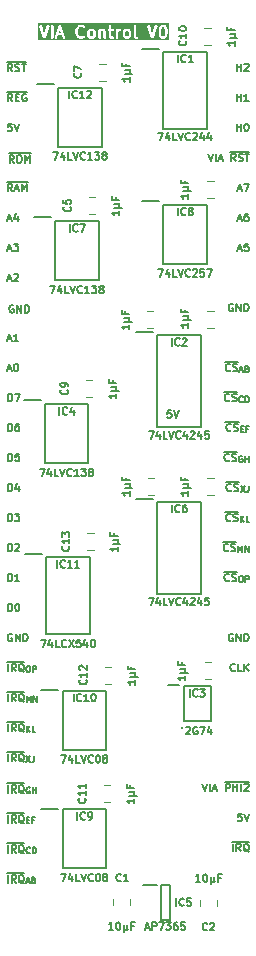
<source format=gto>
%TF.GenerationSoftware,KiCad,Pcbnew,8.0.7*%
%TF.CreationDate,2025-02-22T10:14:48+02:00*%
%TF.ProjectId,VIA Control,56494120-436f-46e7-9472-6f6c2e6b6963,V0*%
%TF.SameCoordinates,Original*%
%TF.FileFunction,Legend,Top*%
%TF.FilePolarity,Positive*%
%FSLAX46Y46*%
G04 Gerber Fmt 4.6, Leading zero omitted, Abs format (unit mm)*
G04 Created by KiCad (PCBNEW 8.0.7) date 2025-02-22 10:14:48*
%MOMM*%
%LPD*%
G01*
G04 APERTURE LIST*
%ADD10C,0.150000*%
%ADD11C,0.200000*%
%ADD12C,0.120000*%
G04 APERTURE END LIST*
D10*
X19979411Y-33245486D02*
X19949173Y-33275725D01*
X19949173Y-33275725D02*
X19858459Y-33305963D01*
X19858459Y-33305963D02*
X19797983Y-33305963D01*
X19797983Y-33305963D02*
X19707268Y-33275725D01*
X19707268Y-33275725D02*
X19646792Y-33215248D01*
X19646792Y-33215248D02*
X19616554Y-33154772D01*
X19616554Y-33154772D02*
X19586316Y-33033820D01*
X19586316Y-33033820D02*
X19586316Y-32943105D01*
X19586316Y-32943105D02*
X19616554Y-32822153D01*
X19616554Y-32822153D02*
X19646792Y-32761677D01*
X19646792Y-32761677D02*
X19707268Y-32701201D01*
X19707268Y-32701201D02*
X19797983Y-32670963D01*
X19797983Y-32670963D02*
X19858459Y-32670963D01*
X19858459Y-32670963D02*
X19949173Y-32701201D01*
X19949173Y-32701201D02*
X19979411Y-32731439D01*
X20221316Y-33275725D02*
X20312030Y-33305963D01*
X20312030Y-33305963D02*
X20463221Y-33305963D01*
X20463221Y-33305963D02*
X20523697Y-33275725D01*
X20523697Y-33275725D02*
X20553935Y-33245486D01*
X20553935Y-33245486D02*
X20584173Y-33185010D01*
X20584173Y-33185010D02*
X20584173Y-33124534D01*
X20584173Y-33124534D02*
X20553935Y-33064058D01*
X20553935Y-33064058D02*
X20523697Y-33033820D01*
X20523697Y-33033820D02*
X20463221Y-33003582D01*
X20463221Y-33003582D02*
X20342268Y-32973344D01*
X20342268Y-32973344D02*
X20281792Y-32943105D01*
X20281792Y-32943105D02*
X20251554Y-32912867D01*
X20251554Y-32912867D02*
X20221316Y-32852391D01*
X20221316Y-32852391D02*
X20221316Y-32791915D01*
X20221316Y-32791915D02*
X20251554Y-32731439D01*
X20251554Y-32731439D02*
X20281792Y-32701201D01*
X20281792Y-32701201D02*
X20342268Y-32670963D01*
X20342268Y-32670963D02*
X20493459Y-32670963D01*
X20493459Y-32670963D02*
X20584173Y-32701201D01*
X19528864Y-32494675D02*
X20641626Y-32494675D01*
X21092173Y-32892305D02*
X21043792Y-32868115D01*
X21043792Y-32868115D02*
X20971221Y-32868115D01*
X20971221Y-32868115D02*
X20898649Y-32892305D01*
X20898649Y-32892305D02*
X20850268Y-32940686D01*
X20850268Y-32940686D02*
X20826078Y-32989067D01*
X20826078Y-32989067D02*
X20801887Y-33085829D01*
X20801887Y-33085829D02*
X20801887Y-33158401D01*
X20801887Y-33158401D02*
X20826078Y-33255163D01*
X20826078Y-33255163D02*
X20850268Y-33303544D01*
X20850268Y-33303544D02*
X20898649Y-33351925D01*
X20898649Y-33351925D02*
X20971221Y-33376115D01*
X20971221Y-33376115D02*
X21019602Y-33376115D01*
X21019602Y-33376115D02*
X21092173Y-33351925D01*
X21092173Y-33351925D02*
X21116364Y-33327734D01*
X21116364Y-33327734D02*
X21116364Y-33158401D01*
X21116364Y-33158401D02*
X21019602Y-33158401D01*
X21334078Y-33376115D02*
X21334078Y-32868115D01*
X21334078Y-33110020D02*
X21624364Y-33110020D01*
X21624364Y-33376115D02*
X21624364Y-32868115D01*
X17723648Y-60610963D02*
X17935314Y-61245963D01*
X17935314Y-61245963D02*
X18146981Y-60610963D01*
X18358648Y-61245963D02*
X18358648Y-60610963D01*
X18630791Y-61064534D02*
X18933172Y-61064534D01*
X18570315Y-61245963D02*
X18781981Y-60610963D01*
X18781981Y-60610963D02*
X18993648Y-61245963D01*
X19689125Y-61245963D02*
X19689125Y-60610963D01*
X19689125Y-60610963D02*
X19931030Y-60610963D01*
X19931030Y-60610963D02*
X19991506Y-60641201D01*
X19991506Y-60641201D02*
X20021744Y-60671439D01*
X20021744Y-60671439D02*
X20051982Y-60731915D01*
X20051982Y-60731915D02*
X20051982Y-60822629D01*
X20051982Y-60822629D02*
X20021744Y-60883105D01*
X20021744Y-60883105D02*
X19991506Y-60913344D01*
X19991506Y-60913344D02*
X19931030Y-60943582D01*
X19931030Y-60943582D02*
X19689125Y-60943582D01*
X20324125Y-61245963D02*
X20324125Y-60610963D01*
X20324125Y-60913344D02*
X20686982Y-60913344D01*
X20686982Y-61245963D02*
X20686982Y-60610963D01*
X20989363Y-61245963D02*
X20989363Y-60610963D01*
X21261506Y-60671439D02*
X21291744Y-60641201D01*
X21291744Y-60641201D02*
X21352220Y-60610963D01*
X21352220Y-60610963D02*
X21503411Y-60610963D01*
X21503411Y-60610963D02*
X21563887Y-60641201D01*
X21563887Y-60641201D02*
X21594125Y-60671439D01*
X21594125Y-60671439D02*
X21624363Y-60731915D01*
X21624363Y-60731915D02*
X21624363Y-60792391D01*
X21624363Y-60792391D02*
X21594125Y-60883105D01*
X21594125Y-60883105D02*
X21231268Y-61245963D01*
X21231268Y-61245963D02*
X21624363Y-61245963D01*
X19601435Y-60434675D02*
X21681816Y-60434675D01*
X1628731Y-10445963D02*
X1417064Y-10143582D01*
X1265874Y-10445963D02*
X1265874Y-9810963D01*
X1265874Y-9810963D02*
X1507779Y-9810963D01*
X1507779Y-9810963D02*
X1568255Y-9841201D01*
X1568255Y-9841201D02*
X1598493Y-9871439D01*
X1598493Y-9871439D02*
X1628731Y-9931915D01*
X1628731Y-9931915D02*
X1628731Y-10022629D01*
X1628731Y-10022629D02*
X1598493Y-10083105D01*
X1598493Y-10083105D02*
X1568255Y-10113344D01*
X1568255Y-10113344D02*
X1507779Y-10143582D01*
X1507779Y-10143582D02*
X1265874Y-10143582D01*
X1870636Y-10264534D02*
X2173017Y-10264534D01*
X1810160Y-10445963D02*
X2021826Y-9810963D01*
X2021826Y-9810963D02*
X2233493Y-10445963D01*
X2445160Y-10445963D02*
X2445160Y-9810963D01*
X2445160Y-9810963D02*
X2656827Y-10264534D01*
X2656827Y-10264534D02*
X2868493Y-9810963D01*
X2868493Y-9810963D02*
X2868493Y-10445963D01*
X1178184Y-9634675D02*
X2956184Y-9634675D01*
X20003601Y-28165486D02*
X19973363Y-28195725D01*
X19973363Y-28195725D02*
X19882649Y-28225963D01*
X19882649Y-28225963D02*
X19822173Y-28225963D01*
X19822173Y-28225963D02*
X19731458Y-28195725D01*
X19731458Y-28195725D02*
X19670982Y-28135248D01*
X19670982Y-28135248D02*
X19640744Y-28074772D01*
X19640744Y-28074772D02*
X19610506Y-27953820D01*
X19610506Y-27953820D02*
X19610506Y-27863105D01*
X19610506Y-27863105D02*
X19640744Y-27742153D01*
X19640744Y-27742153D02*
X19670982Y-27681677D01*
X19670982Y-27681677D02*
X19731458Y-27621201D01*
X19731458Y-27621201D02*
X19822173Y-27590963D01*
X19822173Y-27590963D02*
X19882649Y-27590963D01*
X19882649Y-27590963D02*
X19973363Y-27621201D01*
X19973363Y-27621201D02*
X20003601Y-27651439D01*
X20245506Y-28195725D02*
X20336220Y-28225963D01*
X20336220Y-28225963D02*
X20487411Y-28225963D01*
X20487411Y-28225963D02*
X20547887Y-28195725D01*
X20547887Y-28195725D02*
X20578125Y-28165486D01*
X20578125Y-28165486D02*
X20608363Y-28105010D01*
X20608363Y-28105010D02*
X20608363Y-28044534D01*
X20608363Y-28044534D02*
X20578125Y-27984058D01*
X20578125Y-27984058D02*
X20547887Y-27953820D01*
X20547887Y-27953820D02*
X20487411Y-27923582D01*
X20487411Y-27923582D02*
X20366458Y-27893344D01*
X20366458Y-27893344D02*
X20305982Y-27863105D01*
X20305982Y-27863105D02*
X20275744Y-27832867D01*
X20275744Y-27832867D02*
X20245506Y-27772391D01*
X20245506Y-27772391D02*
X20245506Y-27711915D01*
X20245506Y-27711915D02*
X20275744Y-27651439D01*
X20275744Y-27651439D02*
X20305982Y-27621201D01*
X20305982Y-27621201D02*
X20366458Y-27590963D01*
X20366458Y-27590963D02*
X20517649Y-27590963D01*
X20517649Y-27590963D02*
X20608363Y-27621201D01*
X19553054Y-27414675D02*
X20665816Y-27414675D01*
X21140554Y-28247734D02*
X21116363Y-28271925D01*
X21116363Y-28271925D02*
X21043792Y-28296115D01*
X21043792Y-28296115D02*
X20995411Y-28296115D01*
X20995411Y-28296115D02*
X20922839Y-28271925D01*
X20922839Y-28271925D02*
X20874458Y-28223544D01*
X20874458Y-28223544D02*
X20850268Y-28175163D01*
X20850268Y-28175163D02*
X20826077Y-28078401D01*
X20826077Y-28078401D02*
X20826077Y-28005829D01*
X20826077Y-28005829D02*
X20850268Y-27909067D01*
X20850268Y-27909067D02*
X20874458Y-27860686D01*
X20874458Y-27860686D02*
X20922839Y-27812305D01*
X20922839Y-27812305D02*
X20995411Y-27788115D01*
X20995411Y-27788115D02*
X21043792Y-27788115D01*
X21043792Y-27788115D02*
X21116363Y-27812305D01*
X21116363Y-27812305D02*
X21140554Y-27836496D01*
X21358268Y-28296115D02*
X21358268Y-27788115D01*
X21358268Y-27788115D02*
X21479220Y-27788115D01*
X21479220Y-27788115D02*
X21551792Y-27812305D01*
X21551792Y-27812305D02*
X21600173Y-27860686D01*
X21600173Y-27860686D02*
X21624363Y-27909067D01*
X21624363Y-27909067D02*
X21648554Y-28005829D01*
X21648554Y-28005829D02*
X21648554Y-28078401D01*
X21648554Y-28078401D02*
X21624363Y-28175163D01*
X21624363Y-28175163D02*
X21600173Y-28223544D01*
X21600173Y-28223544D02*
X21551792Y-28271925D01*
X21551792Y-28271925D02*
X21479220Y-28296115D01*
X21479220Y-28296115D02*
X21358268Y-28296115D01*
X1755731Y-8032963D02*
X1544064Y-7730582D01*
X1392874Y-8032963D02*
X1392874Y-7397963D01*
X1392874Y-7397963D02*
X1634779Y-7397963D01*
X1634779Y-7397963D02*
X1695255Y-7428201D01*
X1695255Y-7428201D02*
X1725493Y-7458439D01*
X1725493Y-7458439D02*
X1755731Y-7518915D01*
X1755731Y-7518915D02*
X1755731Y-7609629D01*
X1755731Y-7609629D02*
X1725493Y-7670105D01*
X1725493Y-7670105D02*
X1695255Y-7700344D01*
X1695255Y-7700344D02*
X1634779Y-7730582D01*
X1634779Y-7730582D02*
X1392874Y-7730582D01*
X2148826Y-7397963D02*
X2269779Y-7397963D01*
X2269779Y-7397963D02*
X2330255Y-7428201D01*
X2330255Y-7428201D02*
X2390731Y-7488677D01*
X2390731Y-7488677D02*
X2420969Y-7609629D01*
X2420969Y-7609629D02*
X2420969Y-7821296D01*
X2420969Y-7821296D02*
X2390731Y-7942248D01*
X2390731Y-7942248D02*
X2330255Y-8002725D01*
X2330255Y-8002725D02*
X2269779Y-8032963D01*
X2269779Y-8032963D02*
X2148826Y-8032963D01*
X2148826Y-8032963D02*
X2088350Y-8002725D01*
X2088350Y-8002725D02*
X2027874Y-7942248D01*
X2027874Y-7942248D02*
X1997636Y-7821296D01*
X1997636Y-7821296D02*
X1997636Y-7609629D01*
X1997636Y-7609629D02*
X2027874Y-7488677D01*
X2027874Y-7488677D02*
X2088350Y-7428201D01*
X2088350Y-7428201D02*
X2148826Y-7397963D01*
X2693112Y-8032963D02*
X2693112Y-7397963D01*
X2693112Y-7397963D02*
X2904779Y-7851534D01*
X2904779Y-7851534D02*
X3116445Y-7397963D01*
X3116445Y-7397963D02*
X3116445Y-8032963D01*
X1305184Y-7221675D02*
X3204136Y-7221675D01*
X20293887Y-47941201D02*
X20233411Y-47910963D01*
X20233411Y-47910963D02*
X20142697Y-47910963D01*
X20142697Y-47910963D02*
X20051982Y-47941201D01*
X20051982Y-47941201D02*
X19991506Y-48001677D01*
X19991506Y-48001677D02*
X19961268Y-48062153D01*
X19961268Y-48062153D02*
X19931030Y-48183105D01*
X19931030Y-48183105D02*
X19931030Y-48273820D01*
X19931030Y-48273820D02*
X19961268Y-48394772D01*
X19961268Y-48394772D02*
X19991506Y-48455248D01*
X19991506Y-48455248D02*
X20051982Y-48515725D01*
X20051982Y-48515725D02*
X20142697Y-48545963D01*
X20142697Y-48545963D02*
X20203173Y-48545963D01*
X20203173Y-48545963D02*
X20293887Y-48515725D01*
X20293887Y-48515725D02*
X20324125Y-48485486D01*
X20324125Y-48485486D02*
X20324125Y-48273820D01*
X20324125Y-48273820D02*
X20203173Y-48273820D01*
X20596268Y-48545963D02*
X20596268Y-47910963D01*
X20596268Y-47910963D02*
X20959125Y-48545963D01*
X20959125Y-48545963D02*
X20959125Y-47910963D01*
X21261506Y-48545963D02*
X21261506Y-47910963D01*
X21261506Y-47910963D02*
X21412696Y-47910963D01*
X21412696Y-47910963D02*
X21503411Y-47941201D01*
X21503411Y-47941201D02*
X21563887Y-48001677D01*
X21563887Y-48001677D02*
X21594125Y-48062153D01*
X21594125Y-48062153D02*
X21624363Y-48183105D01*
X21624363Y-48183105D02*
X21624363Y-48273820D01*
X21624363Y-48273820D02*
X21594125Y-48394772D01*
X21594125Y-48394772D02*
X21563887Y-48455248D01*
X21563887Y-48455248D02*
X21503411Y-48515725D01*
X21503411Y-48515725D02*
X21412696Y-48545963D01*
X21412696Y-48545963D02*
X21261506Y-48545963D01*
X1568255Y-4730963D02*
X1265874Y-4730963D01*
X1265874Y-4730963D02*
X1235636Y-5033344D01*
X1235636Y-5033344D02*
X1265874Y-5003105D01*
X1265874Y-5003105D02*
X1326350Y-4972867D01*
X1326350Y-4972867D02*
X1477541Y-4972867D01*
X1477541Y-4972867D02*
X1538017Y-5003105D01*
X1538017Y-5003105D02*
X1568255Y-5033344D01*
X1568255Y-5033344D02*
X1598493Y-5093820D01*
X1598493Y-5093820D02*
X1598493Y-5245010D01*
X1598493Y-5245010D02*
X1568255Y-5305486D01*
X1568255Y-5305486D02*
X1538017Y-5335725D01*
X1538017Y-5335725D02*
X1477541Y-5365963D01*
X1477541Y-5365963D02*
X1326350Y-5365963D01*
X1326350Y-5365963D02*
X1265874Y-5335725D01*
X1265874Y-5335725D02*
X1235636Y-5305486D01*
X1779922Y-4730963D02*
X1991588Y-5365963D01*
X1991588Y-5365963D02*
X2203255Y-4730963D01*
X1265874Y-38385963D02*
X1265874Y-37750963D01*
X1265874Y-37750963D02*
X1417064Y-37750963D01*
X1417064Y-37750963D02*
X1507779Y-37781201D01*
X1507779Y-37781201D02*
X1568255Y-37841677D01*
X1568255Y-37841677D02*
X1598493Y-37902153D01*
X1598493Y-37902153D02*
X1628731Y-38023105D01*
X1628731Y-38023105D02*
X1628731Y-38113820D01*
X1628731Y-38113820D02*
X1598493Y-38234772D01*
X1598493Y-38234772D02*
X1568255Y-38295248D01*
X1568255Y-38295248D02*
X1507779Y-38355725D01*
X1507779Y-38355725D02*
X1417064Y-38385963D01*
X1417064Y-38385963D02*
X1265874Y-38385963D01*
X1840398Y-37750963D02*
X2233493Y-37750963D01*
X2233493Y-37750963D02*
X2021826Y-37992867D01*
X2021826Y-37992867D02*
X2112541Y-37992867D01*
X2112541Y-37992867D02*
X2173017Y-38023105D01*
X2173017Y-38023105D02*
X2203255Y-38053344D01*
X2203255Y-38053344D02*
X2233493Y-38113820D01*
X2233493Y-38113820D02*
X2233493Y-38265010D01*
X2233493Y-38265010D02*
X2203255Y-38325486D01*
X2203255Y-38325486D02*
X2173017Y-38355725D01*
X2173017Y-38355725D02*
X2112541Y-38385963D01*
X2112541Y-38385963D02*
X1931112Y-38385963D01*
X1931112Y-38385963D02*
X1870636Y-38355725D01*
X1870636Y-38355725D02*
X1840398Y-38325486D01*
X1265874Y-63912963D02*
X1265874Y-63277963D01*
X1931112Y-63912963D02*
X1719445Y-63610582D01*
X1568255Y-63912963D02*
X1568255Y-63277963D01*
X1568255Y-63277963D02*
X1810160Y-63277963D01*
X1810160Y-63277963D02*
X1870636Y-63308201D01*
X1870636Y-63308201D02*
X1900874Y-63338439D01*
X1900874Y-63338439D02*
X1931112Y-63398915D01*
X1931112Y-63398915D02*
X1931112Y-63489629D01*
X1931112Y-63489629D02*
X1900874Y-63550105D01*
X1900874Y-63550105D02*
X1870636Y-63580344D01*
X1870636Y-63580344D02*
X1810160Y-63610582D01*
X1810160Y-63610582D02*
X1568255Y-63610582D01*
X2626588Y-63973439D02*
X2566112Y-63943201D01*
X2566112Y-63943201D02*
X2505636Y-63882725D01*
X2505636Y-63882725D02*
X2414922Y-63792010D01*
X2414922Y-63792010D02*
X2354445Y-63761772D01*
X2354445Y-63761772D02*
X2293969Y-63761772D01*
X2324207Y-63912963D02*
X2263731Y-63882725D01*
X2263731Y-63882725D02*
X2203255Y-63822248D01*
X2203255Y-63822248D02*
X2173017Y-63701296D01*
X2173017Y-63701296D02*
X2173017Y-63489629D01*
X2173017Y-63489629D02*
X2203255Y-63368677D01*
X2203255Y-63368677D02*
X2263731Y-63308201D01*
X2263731Y-63308201D02*
X2324207Y-63277963D01*
X2324207Y-63277963D02*
X2445160Y-63277963D01*
X2445160Y-63277963D02*
X2505636Y-63308201D01*
X2505636Y-63308201D02*
X2566112Y-63368677D01*
X2566112Y-63368677D02*
X2596350Y-63489629D01*
X2596350Y-63489629D02*
X2596350Y-63701296D01*
X2596350Y-63701296D02*
X2566112Y-63822248D01*
X2566112Y-63822248D02*
X2505636Y-63882725D01*
X2505636Y-63882725D02*
X2445160Y-63912963D01*
X2445160Y-63912963D02*
X2324207Y-63912963D01*
X1178184Y-63101675D02*
X2653803Y-63101675D01*
X2838255Y-63717020D02*
X3007588Y-63717020D01*
X3080160Y-63983115D02*
X2838255Y-63983115D01*
X2838255Y-63983115D02*
X2838255Y-63475115D01*
X2838255Y-63475115D02*
X3080160Y-63475115D01*
X3467207Y-63717020D02*
X3297874Y-63717020D01*
X3297874Y-63983115D02*
X3297874Y-63475115D01*
X3297874Y-63475115D02*
X3539779Y-63475115D01*
X19979411Y-43405486D02*
X19949173Y-43435725D01*
X19949173Y-43435725D02*
X19858459Y-43465963D01*
X19858459Y-43465963D02*
X19797983Y-43465963D01*
X19797983Y-43465963D02*
X19707268Y-43435725D01*
X19707268Y-43435725D02*
X19646792Y-43375248D01*
X19646792Y-43375248D02*
X19616554Y-43314772D01*
X19616554Y-43314772D02*
X19586316Y-43193820D01*
X19586316Y-43193820D02*
X19586316Y-43103105D01*
X19586316Y-43103105D02*
X19616554Y-42982153D01*
X19616554Y-42982153D02*
X19646792Y-42921677D01*
X19646792Y-42921677D02*
X19707268Y-42861201D01*
X19707268Y-42861201D02*
X19797983Y-42830963D01*
X19797983Y-42830963D02*
X19858459Y-42830963D01*
X19858459Y-42830963D02*
X19949173Y-42861201D01*
X19949173Y-42861201D02*
X19979411Y-42891439D01*
X20221316Y-43435725D02*
X20312030Y-43465963D01*
X20312030Y-43465963D02*
X20463221Y-43465963D01*
X20463221Y-43465963D02*
X20523697Y-43435725D01*
X20523697Y-43435725D02*
X20553935Y-43405486D01*
X20553935Y-43405486D02*
X20584173Y-43345010D01*
X20584173Y-43345010D02*
X20584173Y-43284534D01*
X20584173Y-43284534D02*
X20553935Y-43224058D01*
X20553935Y-43224058D02*
X20523697Y-43193820D01*
X20523697Y-43193820D02*
X20463221Y-43163582D01*
X20463221Y-43163582D02*
X20342268Y-43133344D01*
X20342268Y-43133344D02*
X20281792Y-43103105D01*
X20281792Y-43103105D02*
X20251554Y-43072867D01*
X20251554Y-43072867D02*
X20221316Y-43012391D01*
X20221316Y-43012391D02*
X20221316Y-42951915D01*
X20221316Y-42951915D02*
X20251554Y-42891439D01*
X20251554Y-42891439D02*
X20281792Y-42861201D01*
X20281792Y-42861201D02*
X20342268Y-42830963D01*
X20342268Y-42830963D02*
X20493459Y-42830963D01*
X20493459Y-42830963D02*
X20584173Y-42861201D01*
X19528864Y-42654675D02*
X20641626Y-42654675D01*
X20922840Y-43028115D02*
X21019602Y-43028115D01*
X21019602Y-43028115D02*
X21067983Y-43052305D01*
X21067983Y-43052305D02*
X21116364Y-43100686D01*
X21116364Y-43100686D02*
X21140554Y-43197448D01*
X21140554Y-43197448D02*
X21140554Y-43366782D01*
X21140554Y-43366782D02*
X21116364Y-43463544D01*
X21116364Y-43463544D02*
X21067983Y-43511925D01*
X21067983Y-43511925D02*
X21019602Y-43536115D01*
X21019602Y-43536115D02*
X20922840Y-43536115D01*
X20922840Y-43536115D02*
X20874459Y-43511925D01*
X20874459Y-43511925D02*
X20826078Y-43463544D01*
X20826078Y-43463544D02*
X20801887Y-43366782D01*
X20801887Y-43366782D02*
X20801887Y-43197448D01*
X20801887Y-43197448D02*
X20826078Y-43100686D01*
X20826078Y-43100686D02*
X20874459Y-43052305D01*
X20874459Y-43052305D02*
X20922840Y-43028115D01*
X21358268Y-43536115D02*
X21358268Y-43028115D01*
X21358268Y-43028115D02*
X21551792Y-43028115D01*
X21551792Y-43028115D02*
X21600173Y-43052305D01*
X21600173Y-43052305D02*
X21624363Y-43076496D01*
X21624363Y-43076496D02*
X21648554Y-43124877D01*
X21648554Y-43124877D02*
X21648554Y-43197448D01*
X21648554Y-43197448D02*
X21624363Y-43245829D01*
X21624363Y-43245829D02*
X21600173Y-43270020D01*
X21600173Y-43270020D02*
X21551792Y-43294210D01*
X21551792Y-43294210D02*
X21358268Y-43294210D01*
X20076172Y-25625486D02*
X20045934Y-25655725D01*
X20045934Y-25655725D02*
X19955220Y-25685963D01*
X19955220Y-25685963D02*
X19894744Y-25685963D01*
X19894744Y-25685963D02*
X19804029Y-25655725D01*
X19804029Y-25655725D02*
X19743553Y-25595248D01*
X19743553Y-25595248D02*
X19713315Y-25534772D01*
X19713315Y-25534772D02*
X19683077Y-25413820D01*
X19683077Y-25413820D02*
X19683077Y-25323105D01*
X19683077Y-25323105D02*
X19713315Y-25202153D01*
X19713315Y-25202153D02*
X19743553Y-25141677D01*
X19743553Y-25141677D02*
X19804029Y-25081201D01*
X19804029Y-25081201D02*
X19894744Y-25050963D01*
X19894744Y-25050963D02*
X19955220Y-25050963D01*
X19955220Y-25050963D02*
X20045934Y-25081201D01*
X20045934Y-25081201D02*
X20076172Y-25111439D01*
X20318077Y-25655725D02*
X20408791Y-25685963D01*
X20408791Y-25685963D02*
X20559982Y-25685963D01*
X20559982Y-25685963D02*
X20620458Y-25655725D01*
X20620458Y-25655725D02*
X20650696Y-25625486D01*
X20650696Y-25625486D02*
X20680934Y-25565010D01*
X20680934Y-25565010D02*
X20680934Y-25504534D01*
X20680934Y-25504534D02*
X20650696Y-25444058D01*
X20650696Y-25444058D02*
X20620458Y-25413820D01*
X20620458Y-25413820D02*
X20559982Y-25383582D01*
X20559982Y-25383582D02*
X20439029Y-25353344D01*
X20439029Y-25353344D02*
X20378553Y-25323105D01*
X20378553Y-25323105D02*
X20348315Y-25292867D01*
X20348315Y-25292867D02*
X20318077Y-25232391D01*
X20318077Y-25232391D02*
X20318077Y-25171915D01*
X20318077Y-25171915D02*
X20348315Y-25111439D01*
X20348315Y-25111439D02*
X20378553Y-25081201D01*
X20378553Y-25081201D02*
X20439029Y-25050963D01*
X20439029Y-25050963D02*
X20590220Y-25050963D01*
X20590220Y-25050963D02*
X20680934Y-25081201D01*
X19625625Y-24874675D02*
X20738387Y-24874675D01*
X20898648Y-25610972D02*
X21140553Y-25610972D01*
X20850267Y-25756115D02*
X21019601Y-25248115D01*
X21019601Y-25248115D02*
X21188934Y-25756115D01*
X21527601Y-25490020D02*
X21600173Y-25514210D01*
X21600173Y-25514210D02*
X21624363Y-25538401D01*
X21624363Y-25538401D02*
X21648554Y-25586782D01*
X21648554Y-25586782D02*
X21648554Y-25659353D01*
X21648554Y-25659353D02*
X21624363Y-25707734D01*
X21624363Y-25707734D02*
X21600173Y-25731925D01*
X21600173Y-25731925D02*
X21551792Y-25756115D01*
X21551792Y-25756115D02*
X21358268Y-25756115D01*
X21358268Y-25756115D02*
X21358268Y-25248115D01*
X21358268Y-25248115D02*
X21527601Y-25248115D01*
X21527601Y-25248115D02*
X21575982Y-25272305D01*
X21575982Y-25272305D02*
X21600173Y-25296496D01*
X21600173Y-25296496D02*
X21624363Y-25344877D01*
X21624363Y-25344877D02*
X21624363Y-25393258D01*
X21624363Y-25393258D02*
X21600173Y-25441639D01*
X21600173Y-25441639D02*
X21575982Y-25465829D01*
X21575982Y-25465829D02*
X21527601Y-25490020D01*
X21527601Y-25490020D02*
X21358268Y-25490020D01*
X1265874Y-40925963D02*
X1265874Y-40290963D01*
X1265874Y-40290963D02*
X1417064Y-40290963D01*
X1417064Y-40290963D02*
X1507779Y-40321201D01*
X1507779Y-40321201D02*
X1568255Y-40381677D01*
X1568255Y-40381677D02*
X1598493Y-40442153D01*
X1598493Y-40442153D02*
X1628731Y-40563105D01*
X1628731Y-40563105D02*
X1628731Y-40653820D01*
X1628731Y-40653820D02*
X1598493Y-40774772D01*
X1598493Y-40774772D02*
X1568255Y-40835248D01*
X1568255Y-40835248D02*
X1507779Y-40895725D01*
X1507779Y-40895725D02*
X1417064Y-40925963D01*
X1417064Y-40925963D02*
X1265874Y-40925963D01*
X1870636Y-40351439D02*
X1900874Y-40321201D01*
X1900874Y-40321201D02*
X1961350Y-40290963D01*
X1961350Y-40290963D02*
X2112541Y-40290963D01*
X2112541Y-40290963D02*
X2173017Y-40321201D01*
X2173017Y-40321201D02*
X2203255Y-40351439D01*
X2203255Y-40351439D02*
X2233493Y-40411915D01*
X2233493Y-40411915D02*
X2233493Y-40472391D01*
X2233493Y-40472391D02*
X2203255Y-40563105D01*
X2203255Y-40563105D02*
X1840398Y-40925963D01*
X1840398Y-40925963D02*
X2233493Y-40925963D01*
X19906840Y-40865486D02*
X19876602Y-40895725D01*
X19876602Y-40895725D02*
X19785888Y-40925963D01*
X19785888Y-40925963D02*
X19725412Y-40925963D01*
X19725412Y-40925963D02*
X19634697Y-40895725D01*
X19634697Y-40895725D02*
X19574221Y-40835248D01*
X19574221Y-40835248D02*
X19543983Y-40774772D01*
X19543983Y-40774772D02*
X19513745Y-40653820D01*
X19513745Y-40653820D02*
X19513745Y-40563105D01*
X19513745Y-40563105D02*
X19543983Y-40442153D01*
X19543983Y-40442153D02*
X19574221Y-40381677D01*
X19574221Y-40381677D02*
X19634697Y-40321201D01*
X19634697Y-40321201D02*
X19725412Y-40290963D01*
X19725412Y-40290963D02*
X19785888Y-40290963D01*
X19785888Y-40290963D02*
X19876602Y-40321201D01*
X19876602Y-40321201D02*
X19906840Y-40351439D01*
X20148745Y-40895725D02*
X20239459Y-40925963D01*
X20239459Y-40925963D02*
X20390650Y-40925963D01*
X20390650Y-40925963D02*
X20451126Y-40895725D01*
X20451126Y-40895725D02*
X20481364Y-40865486D01*
X20481364Y-40865486D02*
X20511602Y-40805010D01*
X20511602Y-40805010D02*
X20511602Y-40744534D01*
X20511602Y-40744534D02*
X20481364Y-40684058D01*
X20481364Y-40684058D02*
X20451126Y-40653820D01*
X20451126Y-40653820D02*
X20390650Y-40623582D01*
X20390650Y-40623582D02*
X20269697Y-40593344D01*
X20269697Y-40593344D02*
X20209221Y-40563105D01*
X20209221Y-40563105D02*
X20178983Y-40532867D01*
X20178983Y-40532867D02*
X20148745Y-40472391D01*
X20148745Y-40472391D02*
X20148745Y-40411915D01*
X20148745Y-40411915D02*
X20178983Y-40351439D01*
X20178983Y-40351439D02*
X20209221Y-40321201D01*
X20209221Y-40321201D02*
X20269697Y-40290963D01*
X20269697Y-40290963D02*
X20420888Y-40290963D01*
X20420888Y-40290963D02*
X20511602Y-40321201D01*
X19456293Y-40114675D02*
X20569055Y-40114675D01*
X20753507Y-40996115D02*
X20753507Y-40488115D01*
X20753507Y-40488115D02*
X20922840Y-40850972D01*
X20922840Y-40850972D02*
X21092174Y-40488115D01*
X21092174Y-40488115D02*
X21092174Y-40996115D01*
X21334078Y-40996115D02*
X21334078Y-40488115D01*
X21334078Y-40488115D02*
X21624364Y-40996115D01*
X21624364Y-40996115D02*
X21624364Y-40488115D01*
X20717220Y-15344534D02*
X21019601Y-15344534D01*
X20656744Y-15525963D02*
X20868410Y-14890963D01*
X20868410Y-14890963D02*
X21080077Y-15525963D01*
X21594125Y-14890963D02*
X21291744Y-14890963D01*
X21291744Y-14890963D02*
X21261506Y-15193344D01*
X21261506Y-15193344D02*
X21291744Y-15163105D01*
X21291744Y-15163105D02*
X21352220Y-15132867D01*
X21352220Y-15132867D02*
X21503411Y-15132867D01*
X21503411Y-15132867D02*
X21563887Y-15163105D01*
X21563887Y-15163105D02*
X21594125Y-15193344D01*
X21594125Y-15193344D02*
X21624363Y-15253820D01*
X21624363Y-15253820D02*
X21624363Y-15405010D01*
X21624363Y-15405010D02*
X21594125Y-15465486D01*
X21594125Y-15465486D02*
X21563887Y-15495725D01*
X21563887Y-15495725D02*
X21503411Y-15525963D01*
X21503411Y-15525963D02*
X21352220Y-15525963D01*
X21352220Y-15525963D02*
X21291744Y-15495725D01*
X21291744Y-15495725D02*
X21261506Y-15465486D01*
X20100363Y-38325486D02*
X20070125Y-38355725D01*
X20070125Y-38355725D02*
X19979411Y-38385963D01*
X19979411Y-38385963D02*
X19918935Y-38385963D01*
X19918935Y-38385963D02*
X19828220Y-38355725D01*
X19828220Y-38355725D02*
X19767744Y-38295248D01*
X19767744Y-38295248D02*
X19737506Y-38234772D01*
X19737506Y-38234772D02*
X19707268Y-38113820D01*
X19707268Y-38113820D02*
X19707268Y-38023105D01*
X19707268Y-38023105D02*
X19737506Y-37902153D01*
X19737506Y-37902153D02*
X19767744Y-37841677D01*
X19767744Y-37841677D02*
X19828220Y-37781201D01*
X19828220Y-37781201D02*
X19918935Y-37750963D01*
X19918935Y-37750963D02*
X19979411Y-37750963D01*
X19979411Y-37750963D02*
X20070125Y-37781201D01*
X20070125Y-37781201D02*
X20100363Y-37811439D01*
X20342268Y-38355725D02*
X20432982Y-38385963D01*
X20432982Y-38385963D02*
X20584173Y-38385963D01*
X20584173Y-38385963D02*
X20644649Y-38355725D01*
X20644649Y-38355725D02*
X20674887Y-38325486D01*
X20674887Y-38325486D02*
X20705125Y-38265010D01*
X20705125Y-38265010D02*
X20705125Y-38204534D01*
X20705125Y-38204534D02*
X20674887Y-38144058D01*
X20674887Y-38144058D02*
X20644649Y-38113820D01*
X20644649Y-38113820D02*
X20584173Y-38083582D01*
X20584173Y-38083582D02*
X20463220Y-38053344D01*
X20463220Y-38053344D02*
X20402744Y-38023105D01*
X20402744Y-38023105D02*
X20372506Y-37992867D01*
X20372506Y-37992867D02*
X20342268Y-37932391D01*
X20342268Y-37932391D02*
X20342268Y-37871915D01*
X20342268Y-37871915D02*
X20372506Y-37811439D01*
X20372506Y-37811439D02*
X20402744Y-37781201D01*
X20402744Y-37781201D02*
X20463220Y-37750963D01*
X20463220Y-37750963D02*
X20614411Y-37750963D01*
X20614411Y-37750963D02*
X20705125Y-37781201D01*
X19649816Y-37574675D02*
X20762578Y-37574675D01*
X20947030Y-38456115D02*
X20947030Y-37948115D01*
X21237316Y-38456115D02*
X21019601Y-38165829D01*
X21237316Y-37948115D02*
X20947030Y-38238401D01*
X21696935Y-38456115D02*
X21455030Y-38456115D01*
X21455030Y-38456115D02*
X21455030Y-37948115D01*
D11*
G36*
X8434001Y3082641D02*
G01*
X8458670Y3057973D01*
X8488475Y2998364D01*
X8488475Y2759864D01*
X8458670Y2700254D01*
X8433999Y2675583D01*
X8374393Y2645780D01*
X8278748Y2645780D01*
X8219140Y2675584D01*
X8194471Y2700254D01*
X8164666Y2759864D01*
X8164666Y2998363D01*
X8194471Y3057973D01*
X8219139Y3082642D01*
X8278749Y3112447D01*
X8374392Y3112447D01*
X8434001Y3082641D01*
G37*
G36*
X11434002Y3082641D02*
G01*
X11458671Y3057973D01*
X11488476Y2998364D01*
X11488476Y2759864D01*
X11458671Y2700254D01*
X11434000Y2675583D01*
X11374394Y2645780D01*
X11278749Y2645780D01*
X11219141Y2675584D01*
X11194472Y2700254D01*
X11164667Y2759864D01*
X11164667Y2998363D01*
X11194472Y3057973D01*
X11219140Y3082642D01*
X11278750Y3112447D01*
X11374393Y3112447D01*
X11434002Y3082641D01*
G37*
G36*
X14481622Y3415974D02*
G01*
X14506291Y3391306D01*
X14541744Y3320399D01*
X14583715Y3152518D01*
X14583715Y2939042D01*
X14541744Y2771161D01*
X14506291Y2700254D01*
X14481620Y2675583D01*
X14422014Y2645780D01*
X14373988Y2645780D01*
X14314380Y2675584D01*
X14289711Y2700254D01*
X14254257Y2771161D01*
X14212287Y2939043D01*
X14212287Y3152518D01*
X14254257Y3320399D01*
X14289711Y3391306D01*
X14314379Y3415975D01*
X14373989Y3445780D01*
X14422013Y3445780D01*
X14481622Y3415974D01*
G37*
G36*
X5783066Y2931495D02*
G01*
X5584361Y2931495D01*
X5683713Y3229552D01*
X5783066Y2931495D01*
G37*
G36*
X14894826Y2334669D02*
G01*
X3806721Y2334669D01*
X3806721Y3533273D01*
X3917832Y3533273D01*
X3922179Y3514157D01*
X4255512Y2514158D01*
X4263503Y2496257D01*
X4268186Y2490857D01*
X4271381Y2484468D01*
X4280852Y2476252D01*
X4289068Y2466781D01*
X4295456Y2463586D01*
X4300857Y2458903D01*
X4312758Y2454935D01*
X4323967Y2449332D01*
X4331091Y2448825D01*
X4337873Y2446565D01*
X4350382Y2447454D01*
X4362887Y2446565D01*
X4369665Y2448824D01*
X4376793Y2449331D01*
X4388009Y2454939D01*
X4399903Y2458904D01*
X4405300Y2463584D01*
X4411692Y2466781D01*
X4419910Y2476256D01*
X4429379Y2484469D01*
X4432572Y2490855D01*
X4437257Y2496257D01*
X4445248Y2514157D01*
X4778581Y3514157D01*
X4782928Y3533272D01*
X4782039Y3545780D01*
X4917047Y3545780D01*
X4917047Y2545780D01*
X4918968Y2526271D01*
X4933900Y2490223D01*
X4961490Y2462633D01*
X4997538Y2447701D01*
X5036556Y2447701D01*
X5072604Y2462633D01*
X5100194Y2490223D01*
X5115126Y2526271D01*
X5117047Y2545780D01*
X5117047Y2558287D01*
X5251165Y2558287D01*
X5253931Y2519367D01*
X5271381Y2484468D01*
X5300857Y2458903D01*
X5337873Y2446565D01*
X5376793Y2449331D01*
X5411692Y2466781D01*
X5437257Y2496257D01*
X5445248Y2514157D01*
X5517694Y2731495D01*
X5849732Y2731495D01*
X5922178Y2514158D01*
X5930169Y2496257D01*
X5955734Y2466781D01*
X5990633Y2449332D01*
X6029553Y2446565D01*
X6066569Y2458904D01*
X6096045Y2484469D01*
X6113495Y2519368D01*
X6116261Y2558288D01*
X6111914Y2577403D01*
X5931979Y3117209D01*
X6964666Y3117209D01*
X6964666Y2974352D01*
X6965001Y2970949D01*
X6964784Y2969491D01*
X6965863Y2962193D01*
X6966587Y2954843D01*
X6967151Y2953479D01*
X6967652Y2950098D01*
X7015271Y2759623D01*
X7015784Y2758185D01*
X7015836Y2757463D01*
X7018944Y2749338D01*
X7021866Y2741162D01*
X7022296Y2740581D01*
X7022842Y2739155D01*
X7070461Y2643917D01*
X7075746Y2635520D01*
X7076757Y2633081D01*
X7079010Y2630334D01*
X7080904Y2627327D01*
X7082898Y2625597D01*
X7089193Y2617927D01*
X7184431Y2522689D01*
X7199585Y2510253D01*
X7202903Y2508878D01*
X7205618Y2506524D01*
X7223519Y2498532D01*
X7366376Y2450912D01*
X7376048Y2448712D01*
X7378490Y2447701D01*
X7382027Y2447352D01*
X7385491Y2446565D01*
X7388125Y2446752D01*
X7397999Y2445780D01*
X7493237Y2445780D01*
X7503110Y2446752D01*
X7505745Y2446565D01*
X7509208Y2447352D01*
X7512746Y2447701D01*
X7515187Y2448712D01*
X7524860Y2450912D01*
X7667718Y2498532D01*
X7685618Y2506524D01*
X7688332Y2508878D01*
X7691651Y2510253D01*
X7706805Y2522689D01*
X7754423Y2570308D01*
X7766860Y2585461D01*
X7781791Y2621510D01*
X7781791Y2660528D01*
X7766860Y2696576D01*
X7739270Y2724166D01*
X7703222Y2739097D01*
X7664204Y2739097D01*
X7628155Y2724166D01*
X7613002Y2711729D01*
X7582074Y2680802D01*
X7477010Y2645780D01*
X7414227Y2645780D01*
X7309161Y2680802D01*
X7242089Y2747874D01*
X7206636Y2818780D01*
X7164666Y2986662D01*
X7164666Y3021971D01*
X7964666Y3021971D01*
X7964666Y2736257D01*
X7966587Y2716748D01*
X7967962Y2713427D01*
X7968217Y2709844D01*
X7975223Y2691536D01*
X8022842Y2596298D01*
X8028127Y2587901D01*
X8029138Y2585462D01*
X8031391Y2582715D01*
X8033285Y2579708D01*
X8035279Y2577978D01*
X8041574Y2570308D01*
X8089193Y2522690D01*
X8096862Y2516395D01*
X8098592Y2514401D01*
X8101596Y2512509D01*
X8104346Y2510253D01*
X8106789Y2509241D01*
X8115182Y2503958D01*
X8210420Y2456338D01*
X8228729Y2449331D01*
X8232312Y2449076D01*
X8235633Y2447701D01*
X8255142Y2445780D01*
X8397999Y2445780D01*
X8417508Y2447701D01*
X8420827Y2449076D01*
X8424413Y2449331D01*
X8442721Y2456338D01*
X8537959Y2503958D01*
X8546354Y2509242D01*
X8548794Y2510253D01*
X8551539Y2512506D01*
X8554550Y2514401D01*
X8556281Y2516397D01*
X8563948Y2522689D01*
X8611566Y2570308D01*
X8617858Y2577974D01*
X8619856Y2579707D01*
X8621749Y2582715D01*
X8624003Y2585461D01*
X8625013Y2587901D01*
X8630299Y2596298D01*
X8677918Y2691535D01*
X8684924Y2709844D01*
X8685178Y2713427D01*
X8686554Y2716748D01*
X8688475Y2736257D01*
X8688475Y3021971D01*
X8686554Y3041480D01*
X8685178Y3044800D01*
X8684924Y3048384D01*
X8677918Y3066693D01*
X8630299Y3161930D01*
X8625013Y3170326D01*
X8624003Y3172767D01*
X8621749Y3175512D01*
X8619856Y3178521D01*
X8617858Y3180253D01*
X8611566Y3187920D01*
X8587040Y3212447D01*
X8917047Y3212447D01*
X8917047Y2545780D01*
X8918968Y2526271D01*
X8933900Y2490223D01*
X8961490Y2462633D01*
X8997538Y2447701D01*
X9036556Y2447701D01*
X9072604Y2462633D01*
X9100194Y2490223D01*
X9115126Y2526271D01*
X9117047Y2545780D01*
X9117047Y3075787D01*
X9123901Y3082642D01*
X9183511Y3112447D01*
X9279154Y3112447D01*
X9323463Y3090291D01*
X9345618Y3045983D01*
X9345618Y2545780D01*
X9347539Y2526271D01*
X9362471Y2490223D01*
X9390061Y2462633D01*
X9426109Y2447701D01*
X9465127Y2447701D01*
X9501175Y2462633D01*
X9528765Y2490223D01*
X9543697Y2526271D01*
X9545618Y2545780D01*
X9545618Y3069590D01*
X9543697Y3089099D01*
X9542321Y3092419D01*
X9542067Y3096003D01*
X9535061Y3114312D01*
X9487442Y3209549D01*
X9485387Y3212812D01*
X9484875Y3214351D01*
X9483213Y3216266D01*
X9476999Y3226140D01*
X9470292Y3231956D01*
X9680873Y3231956D01*
X9680873Y3192938D01*
X9695805Y3156890D01*
X9723395Y3129300D01*
X9759443Y3114368D01*
X9778952Y3112447D01*
X9821809Y3112447D01*
X9821809Y2688638D01*
X9823730Y2669129D01*
X9825105Y2665808D01*
X9825360Y2662225D01*
X9832366Y2643917D01*
X9879985Y2548679D01*
X9882037Y2545418D01*
X9882551Y2543878D01*
X9884214Y2541960D01*
X9890428Y2532089D01*
X9899900Y2523873D01*
X9908116Y2514401D01*
X9917987Y2508187D01*
X9919905Y2506524D01*
X9921445Y2506010D01*
X9924706Y2503958D01*
X10019944Y2456338D01*
X10038253Y2449331D01*
X10041836Y2449076D01*
X10045157Y2447701D01*
X10064666Y2445780D01*
X10159904Y2445780D01*
X10179413Y2447701D01*
X10215461Y2462633D01*
X10243051Y2490223D01*
X10257983Y2526271D01*
X10257983Y2565289D01*
X10243051Y2601337D01*
X10215461Y2628927D01*
X10179413Y2643859D01*
X10159904Y2645780D01*
X10088272Y2645780D01*
X10043964Y2667934D01*
X10021809Y2712245D01*
X10021809Y3112447D01*
X10159904Y3112447D01*
X10179413Y3114368D01*
X10215461Y3129300D01*
X10243051Y3156890D01*
X10257983Y3192938D01*
X10257983Y3212447D01*
X10393238Y3212447D01*
X10393238Y2545780D01*
X10395159Y2526271D01*
X10410091Y2490223D01*
X10437681Y2462633D01*
X10473729Y2447701D01*
X10512747Y2447701D01*
X10548795Y2462633D01*
X10576385Y2490223D01*
X10591317Y2526271D01*
X10593238Y2545780D01*
X10593238Y2998363D01*
X10605042Y3021971D01*
X10964667Y3021971D01*
X10964667Y2736257D01*
X10966588Y2716748D01*
X10967963Y2713427D01*
X10968218Y2709844D01*
X10975224Y2691536D01*
X11022843Y2596298D01*
X11028128Y2587901D01*
X11029139Y2585462D01*
X11031392Y2582715D01*
X11033286Y2579708D01*
X11035280Y2577978D01*
X11041575Y2570308D01*
X11089194Y2522690D01*
X11096863Y2516395D01*
X11098593Y2514401D01*
X11101597Y2512509D01*
X11104347Y2510253D01*
X11106790Y2509241D01*
X11115183Y2503958D01*
X11210421Y2456338D01*
X11228730Y2449331D01*
X11232313Y2449076D01*
X11235634Y2447701D01*
X11255143Y2445780D01*
X11398000Y2445780D01*
X11417509Y2447701D01*
X11420828Y2449076D01*
X11424414Y2449331D01*
X11442722Y2456338D01*
X11537960Y2503958D01*
X11546355Y2509242D01*
X11548795Y2510253D01*
X11551540Y2512506D01*
X11554551Y2514401D01*
X11556282Y2516397D01*
X11563949Y2522689D01*
X11611567Y2570308D01*
X11617859Y2577974D01*
X11619857Y2579707D01*
X11621750Y2582715D01*
X11624004Y2585461D01*
X11625014Y2587901D01*
X11630300Y2596298D01*
X11677919Y2691535D01*
X11684925Y2709844D01*
X11685179Y2713427D01*
X11686555Y2716748D01*
X11688476Y2736257D01*
X11688476Y3021971D01*
X11686555Y3041480D01*
X11685179Y3044800D01*
X11684925Y3048384D01*
X11677919Y3066693D01*
X11630300Y3161930D01*
X11625014Y3170326D01*
X11624004Y3172767D01*
X11621750Y3175512D01*
X11619857Y3178521D01*
X11617859Y3180253D01*
X11611567Y3187920D01*
X11563949Y3235539D01*
X11556278Y3241833D01*
X11554549Y3243828D01*
X11551541Y3245721D01*
X11548795Y3247975D01*
X11546355Y3248985D01*
X11537959Y3254271D01*
X11442721Y3301890D01*
X11424413Y3308896D01*
X11420829Y3309150D01*
X11417509Y3310526D01*
X11398000Y3312447D01*
X11255143Y3312447D01*
X11235634Y3310526D01*
X11232313Y3309150D01*
X11228730Y3308896D01*
X11210421Y3301890D01*
X11115184Y3254271D01*
X11106787Y3248985D01*
X11104347Y3247975D01*
X11101601Y3245721D01*
X11098593Y3243828D01*
X11096860Y3241830D01*
X11089194Y3235538D01*
X11041575Y3187920D01*
X11035280Y3180249D01*
X11033286Y3178520D01*
X11031392Y3175512D01*
X11029139Y3172766D01*
X11028128Y3170326D01*
X11022843Y3161930D01*
X10975224Y3066692D01*
X10968218Y3048384D01*
X10967963Y3044800D01*
X10966588Y3041480D01*
X10964667Y3021971D01*
X10605042Y3021971D01*
X10623043Y3057973D01*
X10647711Y3082642D01*
X10707321Y3112447D01*
X10778952Y3112447D01*
X10798461Y3114368D01*
X10834509Y3129300D01*
X10862099Y3156890D01*
X10877031Y3192938D01*
X10877031Y3231956D01*
X10862099Y3268004D01*
X10834509Y3295594D01*
X10798461Y3310526D01*
X10778952Y3312447D01*
X10683714Y3312447D01*
X10664205Y3310526D01*
X10660884Y3309150D01*
X10657301Y3308896D01*
X10638992Y3301890D01*
X10574663Y3269725D01*
X10548795Y3295594D01*
X10512747Y3310526D01*
X10473729Y3310526D01*
X10437681Y3295594D01*
X10410091Y3268004D01*
X10395159Y3231956D01*
X10393238Y3212447D01*
X10257983Y3212447D01*
X10257983Y3231956D01*
X10243051Y3268004D01*
X10215461Y3295594D01*
X10179413Y3310526D01*
X10159904Y3312447D01*
X10021809Y3312447D01*
X10021809Y3545780D01*
X11917048Y3545780D01*
X11917048Y2688638D01*
X11918969Y2669129D01*
X11920344Y2665808D01*
X11920599Y2662225D01*
X11927605Y2643917D01*
X11975224Y2548679D01*
X11977276Y2545418D01*
X11977790Y2543878D01*
X11979453Y2541960D01*
X11985667Y2532089D01*
X11995139Y2523873D01*
X12003355Y2514401D01*
X12013226Y2508187D01*
X12015144Y2506524D01*
X12016684Y2506010D01*
X12019945Y2503958D01*
X12115183Y2456338D01*
X12133492Y2449331D01*
X12172412Y2446565D01*
X12209428Y2458903D01*
X12238905Y2484468D01*
X12256354Y2519366D01*
X12259120Y2558286D01*
X12246782Y2595302D01*
X12221218Y2624779D01*
X12204627Y2635222D01*
X12139203Y2667934D01*
X12117048Y2712245D01*
X12117048Y3533273D01*
X13060691Y3533273D01*
X13065038Y3514157D01*
X13398371Y2514158D01*
X13406362Y2496257D01*
X13411045Y2490857D01*
X13414240Y2484468D01*
X13423711Y2476252D01*
X13431927Y2466781D01*
X13438315Y2463586D01*
X13443716Y2458903D01*
X13455617Y2454935D01*
X13466826Y2449332D01*
X13473950Y2448825D01*
X13480732Y2446565D01*
X13493241Y2447454D01*
X13505746Y2446565D01*
X13512524Y2448824D01*
X13519652Y2449331D01*
X13530868Y2454939D01*
X13542762Y2458904D01*
X13548159Y2463584D01*
X13554551Y2466781D01*
X13562769Y2476256D01*
X13572238Y2484469D01*
X13575431Y2490855D01*
X13580116Y2496257D01*
X13588107Y2514157D01*
X13804997Y3164828D01*
X14012287Y3164828D01*
X14012287Y2926733D01*
X14012622Y2923330D01*
X14012405Y2921872D01*
X14013484Y2914574D01*
X14014208Y2907224D01*
X14014772Y2905860D01*
X14015273Y2902479D01*
X14062892Y2712004D01*
X14063405Y2710566D01*
X14063457Y2709844D01*
X14066565Y2701719D01*
X14069487Y2693543D01*
X14069917Y2692962D01*
X14070463Y2691536D01*
X14118082Y2596298D01*
X14123367Y2587901D01*
X14124378Y2585462D01*
X14126631Y2582715D01*
X14128525Y2579708D01*
X14130519Y2577978D01*
X14136814Y2570308D01*
X14184433Y2522690D01*
X14192102Y2516395D01*
X14193832Y2514401D01*
X14196836Y2512509D01*
X14199586Y2510253D01*
X14202029Y2509241D01*
X14210422Y2503958D01*
X14305660Y2456338D01*
X14323969Y2449331D01*
X14327552Y2449076D01*
X14330873Y2447701D01*
X14350382Y2445780D01*
X14445620Y2445780D01*
X14465129Y2447701D01*
X14468448Y2449076D01*
X14472034Y2449331D01*
X14490342Y2456338D01*
X14585580Y2503958D01*
X14593975Y2509242D01*
X14596415Y2510253D01*
X14599160Y2512506D01*
X14602171Y2514401D01*
X14603902Y2516397D01*
X14611569Y2522689D01*
X14659187Y2570308D01*
X14665479Y2577974D01*
X14667477Y2579707D01*
X14669370Y2582715D01*
X14671624Y2585461D01*
X14672634Y2587901D01*
X14677920Y2596298D01*
X14725539Y2691535D01*
X14726085Y2692963D01*
X14726515Y2693543D01*
X14729436Y2701719D01*
X14732545Y2709844D01*
X14732596Y2710564D01*
X14733110Y2712003D01*
X14780729Y2902479D01*
X14781229Y2905860D01*
X14781794Y2907224D01*
X14782517Y2914574D01*
X14783597Y2921872D01*
X14783379Y2923330D01*
X14783715Y2926733D01*
X14783715Y3164828D01*
X14783379Y3168230D01*
X14783597Y3169689D01*
X14782517Y3176986D01*
X14781794Y3184337D01*
X14781229Y3185700D01*
X14780729Y3189082D01*
X14733110Y3379558D01*
X14732596Y3380996D01*
X14732545Y3381717D01*
X14729436Y3389841D01*
X14726515Y3398018D01*
X14726085Y3398597D01*
X14725539Y3400026D01*
X14677920Y3495263D01*
X14672634Y3503659D01*
X14671624Y3506100D01*
X14669370Y3508845D01*
X14667477Y3511854D01*
X14665479Y3513586D01*
X14659187Y3521253D01*
X14611569Y3568872D01*
X14603898Y3575166D01*
X14602169Y3577161D01*
X14599161Y3579054D01*
X14596415Y3581308D01*
X14593975Y3582318D01*
X14585579Y3587604D01*
X14490341Y3635223D01*
X14472033Y3642229D01*
X14468449Y3642483D01*
X14465129Y3643859D01*
X14445620Y3645780D01*
X14350382Y3645780D01*
X14330873Y3643859D01*
X14327552Y3642483D01*
X14323969Y3642229D01*
X14305660Y3635223D01*
X14210423Y3587604D01*
X14202026Y3582318D01*
X14199586Y3581308D01*
X14196840Y3579054D01*
X14193832Y3577161D01*
X14192099Y3575163D01*
X14184433Y3568871D01*
X14136814Y3521253D01*
X14130519Y3513582D01*
X14128525Y3511853D01*
X14126631Y3508845D01*
X14124378Y3506099D01*
X14123367Y3503659D01*
X14118082Y3495263D01*
X14070463Y3400025D01*
X14069917Y3398598D01*
X14069487Y3398018D01*
X14066565Y3389841D01*
X14063457Y3381717D01*
X14063405Y3380994D01*
X14062892Y3379557D01*
X14015273Y3189082D01*
X14014772Y3185700D01*
X14014208Y3184337D01*
X14013484Y3176986D01*
X14012405Y3169689D01*
X14012622Y3168230D01*
X14012287Y3164828D01*
X13804997Y3164828D01*
X13921440Y3514157D01*
X13925787Y3533272D01*
X13923021Y3572192D01*
X13905571Y3607091D01*
X13876095Y3632656D01*
X13839079Y3644995D01*
X13800159Y3642228D01*
X13765260Y3624779D01*
X13739695Y3595303D01*
X13731704Y3577402D01*
X13493239Y2862007D01*
X13254774Y3577403D01*
X13246783Y3595303D01*
X13221218Y3624779D01*
X13186319Y3642229D01*
X13147399Y3644995D01*
X13110383Y3632657D01*
X13080907Y3607092D01*
X13063457Y3572193D01*
X13060691Y3533273D01*
X12117048Y3533273D01*
X12117048Y3545780D01*
X12115127Y3565289D01*
X12100195Y3601337D01*
X12072605Y3628927D01*
X12036557Y3643859D01*
X11997539Y3643859D01*
X11961491Y3628927D01*
X11933901Y3601337D01*
X11918969Y3565289D01*
X11917048Y3545780D01*
X10021809Y3545780D01*
X10019888Y3565289D01*
X10004956Y3601337D01*
X9977366Y3628927D01*
X9941318Y3643859D01*
X9902300Y3643859D01*
X9866252Y3628927D01*
X9838662Y3601337D01*
X9823730Y3565289D01*
X9821809Y3545780D01*
X9821809Y3312447D01*
X9778952Y3312447D01*
X9759443Y3310526D01*
X9723395Y3295594D01*
X9695805Y3268004D01*
X9680873Y3231956D01*
X9470292Y3231956D01*
X9467523Y3234357D01*
X9459310Y3243828D01*
X9449438Y3250041D01*
X9447522Y3251704D01*
X9445983Y3252217D01*
X9442720Y3254271D01*
X9347482Y3301890D01*
X9329174Y3308896D01*
X9325590Y3309150D01*
X9322270Y3310526D01*
X9302761Y3312447D01*
X9159904Y3312447D01*
X9140395Y3310526D01*
X9137074Y3309150D01*
X9133491Y3308896D01*
X9115182Y3301890D01*
X9082599Y3285598D01*
X9072604Y3295594D01*
X9036556Y3310526D01*
X8997538Y3310526D01*
X8961490Y3295594D01*
X8933900Y3268004D01*
X8918968Y3231956D01*
X8917047Y3212447D01*
X8587040Y3212447D01*
X8563948Y3235539D01*
X8556277Y3241833D01*
X8554548Y3243828D01*
X8551540Y3245721D01*
X8548794Y3247975D01*
X8546354Y3248985D01*
X8537958Y3254271D01*
X8442720Y3301890D01*
X8424412Y3308896D01*
X8420828Y3309150D01*
X8417508Y3310526D01*
X8397999Y3312447D01*
X8255142Y3312447D01*
X8235633Y3310526D01*
X8232312Y3309150D01*
X8228729Y3308896D01*
X8210420Y3301890D01*
X8115183Y3254271D01*
X8106786Y3248985D01*
X8104346Y3247975D01*
X8101600Y3245721D01*
X8098592Y3243828D01*
X8096859Y3241830D01*
X8089193Y3235538D01*
X8041574Y3187920D01*
X8035279Y3180249D01*
X8033285Y3178520D01*
X8031391Y3175512D01*
X8029138Y3172766D01*
X8028127Y3170326D01*
X8022842Y3161930D01*
X7975223Y3066692D01*
X7968217Y3048384D01*
X7967962Y3044800D01*
X7966587Y3041480D01*
X7964666Y3021971D01*
X7164666Y3021971D01*
X7164666Y3104899D01*
X7206636Y3272780D01*
X7242089Y3343686D01*
X7309161Y3410758D01*
X7414225Y3445780D01*
X7477010Y3445780D01*
X7582075Y3410758D01*
X7613002Y3379832D01*
X7628155Y3367395D01*
X7664204Y3352464D01*
X7703222Y3352464D01*
X7739270Y3367395D01*
X7766860Y3394985D01*
X7781791Y3431033D01*
X7781791Y3470051D01*
X7766860Y3506100D01*
X7754423Y3521253D01*
X7706805Y3568872D01*
X7691651Y3581308D01*
X7688332Y3582682D01*
X7685617Y3585038D01*
X7667716Y3593029D01*
X7524860Y3640648D01*
X7515188Y3642847D01*
X7512746Y3643859D01*
X7509207Y3644207D01*
X7505744Y3644995D01*
X7503110Y3644807D01*
X7493237Y3645780D01*
X7397999Y3645780D01*
X7388125Y3644807D01*
X7385491Y3644995D01*
X7382027Y3644207D01*
X7378490Y3643859D01*
X7376048Y3642847D01*
X7366376Y3640648D01*
X7223519Y3593029D01*
X7205619Y3585038D01*
X7202903Y3582682D01*
X7199585Y3581308D01*
X7184431Y3568872D01*
X7089193Y3473634D01*
X7082898Y3465963D01*
X7080904Y3464234D01*
X7079010Y3461226D01*
X7076757Y3458480D01*
X7075746Y3456040D01*
X7070461Y3447644D01*
X7022842Y3352406D01*
X7022296Y3350979D01*
X7021866Y3350399D01*
X7018944Y3342222D01*
X7015836Y3334098D01*
X7015784Y3333375D01*
X7015271Y3331938D01*
X6967652Y3141463D01*
X6967151Y3138081D01*
X6966587Y3136718D01*
X6965863Y3129367D01*
X6964784Y3122070D01*
X6965001Y3120611D01*
X6964666Y3117209D01*
X5931979Y3117209D01*
X5778581Y3577403D01*
X5770590Y3595303D01*
X5765905Y3600704D01*
X5762712Y3607091D01*
X5753243Y3615303D01*
X5745025Y3624779D01*
X5738633Y3627975D01*
X5733236Y3632656D01*
X5721342Y3636620D01*
X5710126Y3642229D01*
X5702998Y3642735D01*
X5696220Y3644995D01*
X5683715Y3644105D01*
X5671206Y3644995D01*
X5664424Y3642734D01*
X5657300Y3642228D01*
X5646091Y3636624D01*
X5634190Y3632657D01*
X5628789Y3627973D01*
X5622401Y3624779D01*
X5614185Y3615307D01*
X5604714Y3607092D01*
X5601519Y3600702D01*
X5596836Y3595303D01*
X5588845Y3577402D01*
X5255512Y2577403D01*
X5251165Y2558287D01*
X5117047Y2558287D01*
X5117047Y3545780D01*
X5115126Y3565289D01*
X5100194Y3601337D01*
X5072604Y3628927D01*
X5036556Y3643859D01*
X4997538Y3643859D01*
X4961490Y3628927D01*
X4933900Y3601337D01*
X4918968Y3565289D01*
X4917047Y3545780D01*
X4782039Y3545780D01*
X4780162Y3572192D01*
X4762712Y3607091D01*
X4733236Y3632656D01*
X4696220Y3644995D01*
X4657300Y3642228D01*
X4622401Y3624779D01*
X4596836Y3595303D01*
X4588845Y3577402D01*
X4350380Y2862007D01*
X4111915Y3577403D01*
X4103924Y3595303D01*
X4078359Y3624779D01*
X4043460Y3642229D01*
X4004540Y3644995D01*
X3967524Y3632657D01*
X3938048Y3607092D01*
X3920598Y3572193D01*
X3917832Y3533273D01*
X3806721Y3533273D01*
X3806721Y3756891D01*
X14894826Y3756891D01*
X14894826Y2334669D01*
G37*
D10*
X1628731Y-285963D02*
X1417064Y16417D01*
X1265874Y-285963D02*
X1265874Y349036D01*
X1265874Y349036D02*
X1507779Y349036D01*
X1507779Y349036D02*
X1568255Y318798D01*
X1568255Y318798D02*
X1598493Y288560D01*
X1598493Y288560D02*
X1628731Y228084D01*
X1628731Y228084D02*
X1628731Y137370D01*
X1628731Y137370D02*
X1598493Y76894D01*
X1598493Y76894D02*
X1568255Y46655D01*
X1568255Y46655D02*
X1507779Y16417D01*
X1507779Y16417D02*
X1265874Y16417D01*
X1870636Y-255725D02*
X1961350Y-285963D01*
X1961350Y-285963D02*
X2112541Y-285963D01*
X2112541Y-285963D02*
X2173017Y-255725D01*
X2173017Y-255725D02*
X2203255Y-225486D01*
X2203255Y-225486D02*
X2233493Y-165010D01*
X2233493Y-165010D02*
X2233493Y-104534D01*
X2233493Y-104534D02*
X2203255Y-44058D01*
X2203255Y-44058D02*
X2173017Y-13820D01*
X2173017Y-13820D02*
X2112541Y16417D01*
X2112541Y16417D02*
X1991588Y46655D01*
X1991588Y46655D02*
X1931112Y76894D01*
X1931112Y76894D02*
X1900874Y107132D01*
X1900874Y107132D02*
X1870636Y167608D01*
X1870636Y167608D02*
X1870636Y228084D01*
X1870636Y228084D02*
X1900874Y288560D01*
X1900874Y288560D02*
X1931112Y318798D01*
X1931112Y318798D02*
X1991588Y349036D01*
X1991588Y349036D02*
X2142779Y349036D01*
X2142779Y349036D02*
X2233493Y318798D01*
X2414922Y349036D02*
X2777779Y349036D01*
X2596350Y-285963D02*
X2596350Y349036D01*
X1178184Y525325D02*
X2774756Y525325D01*
X1265874Y-43465963D02*
X1265874Y-42830963D01*
X1265874Y-42830963D02*
X1417064Y-42830963D01*
X1417064Y-42830963D02*
X1507779Y-42861201D01*
X1507779Y-42861201D02*
X1568255Y-42921677D01*
X1568255Y-42921677D02*
X1598493Y-42982153D01*
X1598493Y-42982153D02*
X1628731Y-43103105D01*
X1628731Y-43103105D02*
X1628731Y-43193820D01*
X1628731Y-43193820D02*
X1598493Y-43314772D01*
X1598493Y-43314772D02*
X1568255Y-43375248D01*
X1568255Y-43375248D02*
X1507779Y-43435725D01*
X1507779Y-43435725D02*
X1417064Y-43465963D01*
X1417064Y-43465963D02*
X1265874Y-43465963D01*
X2233493Y-43465963D02*
X1870636Y-43465963D01*
X2052064Y-43465963D02*
X2052064Y-42830963D01*
X2052064Y-42830963D02*
X1991588Y-42921677D01*
X1991588Y-42921677D02*
X1931112Y-42982153D01*
X1931112Y-42982153D02*
X1870636Y-43012391D01*
X1235636Y-15344534D02*
X1538017Y-15344534D01*
X1175160Y-15525963D02*
X1386826Y-14890963D01*
X1386826Y-14890963D02*
X1598493Y-15525963D01*
X1749684Y-14890963D02*
X2142779Y-14890963D01*
X2142779Y-14890963D02*
X1931112Y-15132867D01*
X1931112Y-15132867D02*
X2021827Y-15132867D01*
X2021827Y-15132867D02*
X2082303Y-15163105D01*
X2082303Y-15163105D02*
X2112541Y-15193344D01*
X2112541Y-15193344D02*
X2142779Y-15253820D01*
X2142779Y-15253820D02*
X2142779Y-15405010D01*
X2142779Y-15405010D02*
X2112541Y-15465486D01*
X2112541Y-15465486D02*
X2082303Y-15495725D01*
X2082303Y-15495725D02*
X2021827Y-15525963D01*
X2021827Y-15525963D02*
X1840398Y-15525963D01*
X1840398Y-15525963D02*
X1779922Y-15495725D01*
X1779922Y-15495725D02*
X1749684Y-15465486D01*
X1265874Y-56165963D02*
X1265874Y-55530963D01*
X1931112Y-56165963D02*
X1719445Y-55863582D01*
X1568255Y-56165963D02*
X1568255Y-55530963D01*
X1568255Y-55530963D02*
X1810160Y-55530963D01*
X1810160Y-55530963D02*
X1870636Y-55561201D01*
X1870636Y-55561201D02*
X1900874Y-55591439D01*
X1900874Y-55591439D02*
X1931112Y-55651915D01*
X1931112Y-55651915D02*
X1931112Y-55742629D01*
X1931112Y-55742629D02*
X1900874Y-55803105D01*
X1900874Y-55803105D02*
X1870636Y-55833344D01*
X1870636Y-55833344D02*
X1810160Y-55863582D01*
X1810160Y-55863582D02*
X1568255Y-55863582D01*
X2626588Y-56226439D02*
X2566112Y-56196201D01*
X2566112Y-56196201D02*
X2505636Y-56135725D01*
X2505636Y-56135725D02*
X2414922Y-56045010D01*
X2414922Y-56045010D02*
X2354445Y-56014772D01*
X2354445Y-56014772D02*
X2293969Y-56014772D01*
X2324207Y-56165963D02*
X2263731Y-56135725D01*
X2263731Y-56135725D02*
X2203255Y-56075248D01*
X2203255Y-56075248D02*
X2173017Y-55954296D01*
X2173017Y-55954296D02*
X2173017Y-55742629D01*
X2173017Y-55742629D02*
X2203255Y-55621677D01*
X2203255Y-55621677D02*
X2263731Y-55561201D01*
X2263731Y-55561201D02*
X2324207Y-55530963D01*
X2324207Y-55530963D02*
X2445160Y-55530963D01*
X2445160Y-55530963D02*
X2505636Y-55561201D01*
X2505636Y-55561201D02*
X2566112Y-55621677D01*
X2566112Y-55621677D02*
X2596350Y-55742629D01*
X2596350Y-55742629D02*
X2596350Y-55954296D01*
X2596350Y-55954296D02*
X2566112Y-56075248D01*
X2566112Y-56075248D02*
X2505636Y-56135725D01*
X2505636Y-56135725D02*
X2445160Y-56165963D01*
X2445160Y-56165963D02*
X2324207Y-56165963D01*
X1178184Y-55354675D02*
X2653803Y-55354675D01*
X2838255Y-56236115D02*
X2838255Y-55728115D01*
X3128541Y-56236115D02*
X2910826Y-55945829D01*
X3128541Y-55728115D02*
X2838255Y-56018401D01*
X3588160Y-56236115D02*
X3346255Y-56236115D01*
X3346255Y-56236115D02*
X3346255Y-55728115D01*
X20293887Y-20001201D02*
X20233411Y-19970963D01*
X20233411Y-19970963D02*
X20142697Y-19970963D01*
X20142697Y-19970963D02*
X20051982Y-20001201D01*
X20051982Y-20001201D02*
X19991506Y-20061677D01*
X19991506Y-20061677D02*
X19961268Y-20122153D01*
X19961268Y-20122153D02*
X19931030Y-20243105D01*
X19931030Y-20243105D02*
X19931030Y-20333820D01*
X19931030Y-20333820D02*
X19961268Y-20454772D01*
X19961268Y-20454772D02*
X19991506Y-20515248D01*
X19991506Y-20515248D02*
X20051982Y-20575725D01*
X20051982Y-20575725D02*
X20142697Y-20605963D01*
X20142697Y-20605963D02*
X20203173Y-20605963D01*
X20203173Y-20605963D02*
X20293887Y-20575725D01*
X20293887Y-20575725D02*
X20324125Y-20545486D01*
X20324125Y-20545486D02*
X20324125Y-20333820D01*
X20324125Y-20333820D02*
X20203173Y-20333820D01*
X20596268Y-20605963D02*
X20596268Y-19970963D01*
X20596268Y-19970963D02*
X20959125Y-20605963D01*
X20959125Y-20605963D02*
X20959125Y-19970963D01*
X21261506Y-20605963D02*
X21261506Y-19970963D01*
X21261506Y-19970963D02*
X21412696Y-19970963D01*
X21412696Y-19970963D02*
X21503411Y-20001201D01*
X21503411Y-20001201D02*
X21563887Y-20061677D01*
X21563887Y-20061677D02*
X21594125Y-20122153D01*
X21594125Y-20122153D02*
X21624363Y-20243105D01*
X21624363Y-20243105D02*
X21624363Y-20333820D01*
X21624363Y-20333820D02*
X21594125Y-20454772D01*
X21594125Y-20454772D02*
X21563887Y-20515248D01*
X21563887Y-20515248D02*
X21503411Y-20575725D01*
X21503411Y-20575725D02*
X21412696Y-20605963D01*
X21412696Y-20605963D02*
X21261506Y-20605963D01*
X20293887Y-66325963D02*
X20293887Y-65690963D01*
X20959125Y-66325963D02*
X20747458Y-66023582D01*
X20596268Y-66325963D02*
X20596268Y-65690963D01*
X20596268Y-65690963D02*
X20838173Y-65690963D01*
X20838173Y-65690963D02*
X20898649Y-65721201D01*
X20898649Y-65721201D02*
X20928887Y-65751439D01*
X20928887Y-65751439D02*
X20959125Y-65811915D01*
X20959125Y-65811915D02*
X20959125Y-65902629D01*
X20959125Y-65902629D02*
X20928887Y-65963105D01*
X20928887Y-65963105D02*
X20898649Y-65993344D01*
X20898649Y-65993344D02*
X20838173Y-66023582D01*
X20838173Y-66023582D02*
X20596268Y-66023582D01*
X21654601Y-66386439D02*
X21594125Y-66356201D01*
X21594125Y-66356201D02*
X21533649Y-66295725D01*
X21533649Y-66295725D02*
X21442935Y-66205010D01*
X21442935Y-66205010D02*
X21382458Y-66174772D01*
X21382458Y-66174772D02*
X21321982Y-66174772D01*
X21352220Y-66325963D02*
X21291744Y-66295725D01*
X21291744Y-66295725D02*
X21231268Y-66235248D01*
X21231268Y-66235248D02*
X21201030Y-66114296D01*
X21201030Y-66114296D02*
X21201030Y-65902629D01*
X21201030Y-65902629D02*
X21231268Y-65781677D01*
X21231268Y-65781677D02*
X21291744Y-65721201D01*
X21291744Y-65721201D02*
X21352220Y-65690963D01*
X21352220Y-65690963D02*
X21473173Y-65690963D01*
X21473173Y-65690963D02*
X21533649Y-65721201D01*
X21533649Y-65721201D02*
X21594125Y-65781677D01*
X21594125Y-65781677D02*
X21624363Y-65902629D01*
X21624363Y-65902629D02*
X21624363Y-66114296D01*
X21624363Y-66114296D02*
X21594125Y-66235248D01*
X21594125Y-66235248D02*
X21533649Y-66295725D01*
X21533649Y-66295725D02*
X21473173Y-66325963D01*
X21473173Y-66325963D02*
X21352220Y-66325963D01*
X20206197Y-65514675D02*
X21681816Y-65514675D01*
X1265874Y-68992963D02*
X1265874Y-68357963D01*
X1931112Y-68992963D02*
X1719445Y-68690582D01*
X1568255Y-68992963D02*
X1568255Y-68357963D01*
X1568255Y-68357963D02*
X1810160Y-68357963D01*
X1810160Y-68357963D02*
X1870636Y-68388201D01*
X1870636Y-68388201D02*
X1900874Y-68418439D01*
X1900874Y-68418439D02*
X1931112Y-68478915D01*
X1931112Y-68478915D02*
X1931112Y-68569629D01*
X1931112Y-68569629D02*
X1900874Y-68630105D01*
X1900874Y-68630105D02*
X1870636Y-68660344D01*
X1870636Y-68660344D02*
X1810160Y-68690582D01*
X1810160Y-68690582D02*
X1568255Y-68690582D01*
X2626588Y-69053439D02*
X2566112Y-69023201D01*
X2566112Y-69023201D02*
X2505636Y-68962725D01*
X2505636Y-68962725D02*
X2414922Y-68872010D01*
X2414922Y-68872010D02*
X2354445Y-68841772D01*
X2354445Y-68841772D02*
X2293969Y-68841772D01*
X2324207Y-68992963D02*
X2263731Y-68962725D01*
X2263731Y-68962725D02*
X2203255Y-68902248D01*
X2203255Y-68902248D02*
X2173017Y-68781296D01*
X2173017Y-68781296D02*
X2173017Y-68569629D01*
X2173017Y-68569629D02*
X2203255Y-68448677D01*
X2203255Y-68448677D02*
X2263731Y-68388201D01*
X2263731Y-68388201D02*
X2324207Y-68357963D01*
X2324207Y-68357963D02*
X2445160Y-68357963D01*
X2445160Y-68357963D02*
X2505636Y-68388201D01*
X2505636Y-68388201D02*
X2566112Y-68448677D01*
X2566112Y-68448677D02*
X2596350Y-68569629D01*
X2596350Y-68569629D02*
X2596350Y-68781296D01*
X2596350Y-68781296D02*
X2566112Y-68902248D01*
X2566112Y-68902248D02*
X2505636Y-68962725D01*
X2505636Y-68962725D02*
X2445160Y-68992963D01*
X2445160Y-68992963D02*
X2324207Y-68992963D01*
X1178184Y-68181675D02*
X2653803Y-68181675D01*
X2814064Y-68917972D02*
X3055969Y-68917972D01*
X2765683Y-69063115D02*
X2935017Y-68555115D01*
X2935017Y-68555115D02*
X3104350Y-69063115D01*
X3443017Y-68797020D02*
X3515589Y-68821210D01*
X3515589Y-68821210D02*
X3539779Y-68845401D01*
X3539779Y-68845401D02*
X3563970Y-68893782D01*
X3563970Y-68893782D02*
X3563970Y-68966353D01*
X3563970Y-68966353D02*
X3539779Y-69014734D01*
X3539779Y-69014734D02*
X3515589Y-69038925D01*
X3515589Y-69038925D02*
X3467208Y-69063115D01*
X3467208Y-69063115D02*
X3273684Y-69063115D01*
X3273684Y-69063115D02*
X3273684Y-68555115D01*
X3273684Y-68555115D02*
X3443017Y-68555115D01*
X3443017Y-68555115D02*
X3491398Y-68579305D01*
X3491398Y-68579305D02*
X3515589Y-68603496D01*
X3515589Y-68603496D02*
X3539779Y-68651877D01*
X3539779Y-68651877D02*
X3539779Y-68700258D01*
X3539779Y-68700258D02*
X3515589Y-68748639D01*
X3515589Y-68748639D02*
X3491398Y-68772829D01*
X3491398Y-68772829D02*
X3443017Y-68797020D01*
X3443017Y-68797020D02*
X3273684Y-68797020D01*
X1628731Y-2825963D02*
X1417064Y-2523582D01*
X1265874Y-2825963D02*
X1265874Y-2190963D01*
X1265874Y-2190963D02*
X1507779Y-2190963D01*
X1507779Y-2190963D02*
X1568255Y-2221201D01*
X1568255Y-2221201D02*
X1598493Y-2251439D01*
X1598493Y-2251439D02*
X1628731Y-2311915D01*
X1628731Y-2311915D02*
X1628731Y-2402629D01*
X1628731Y-2402629D02*
X1598493Y-2463105D01*
X1598493Y-2463105D02*
X1568255Y-2493344D01*
X1568255Y-2493344D02*
X1507779Y-2523582D01*
X1507779Y-2523582D02*
X1265874Y-2523582D01*
X1900874Y-2493344D02*
X2112541Y-2493344D01*
X2203255Y-2825963D02*
X1900874Y-2825963D01*
X1900874Y-2825963D02*
X1900874Y-2190963D01*
X1900874Y-2190963D02*
X2203255Y-2190963D01*
X2808017Y-2221201D02*
X2747541Y-2190963D01*
X2747541Y-2190963D02*
X2656827Y-2190963D01*
X2656827Y-2190963D02*
X2566112Y-2221201D01*
X2566112Y-2221201D02*
X2505636Y-2281677D01*
X2505636Y-2281677D02*
X2475398Y-2342153D01*
X2475398Y-2342153D02*
X2445160Y-2463105D01*
X2445160Y-2463105D02*
X2445160Y-2553820D01*
X2445160Y-2553820D02*
X2475398Y-2674772D01*
X2475398Y-2674772D02*
X2505636Y-2735248D01*
X2505636Y-2735248D02*
X2566112Y-2795725D01*
X2566112Y-2795725D02*
X2656827Y-2825963D01*
X2656827Y-2825963D02*
X2717303Y-2825963D01*
X2717303Y-2825963D02*
X2808017Y-2795725D01*
X2808017Y-2795725D02*
X2838255Y-2765486D01*
X2838255Y-2765486D02*
X2838255Y-2553820D01*
X2838255Y-2553820D02*
X2717303Y-2553820D01*
X1178184Y-2014675D02*
X2895708Y-2014675D01*
X1265874Y-35845963D02*
X1265874Y-35210963D01*
X1265874Y-35210963D02*
X1417064Y-35210963D01*
X1417064Y-35210963D02*
X1507779Y-35241201D01*
X1507779Y-35241201D02*
X1568255Y-35301677D01*
X1568255Y-35301677D02*
X1598493Y-35362153D01*
X1598493Y-35362153D02*
X1628731Y-35483105D01*
X1628731Y-35483105D02*
X1628731Y-35573820D01*
X1628731Y-35573820D02*
X1598493Y-35694772D01*
X1598493Y-35694772D02*
X1568255Y-35755248D01*
X1568255Y-35755248D02*
X1507779Y-35815725D01*
X1507779Y-35815725D02*
X1417064Y-35845963D01*
X1417064Y-35845963D02*
X1265874Y-35845963D01*
X2173017Y-35422629D02*
X2173017Y-35845963D01*
X2021826Y-35180725D02*
X1870636Y-35634296D01*
X1870636Y-35634296D02*
X2263731Y-35634296D01*
X20626506Y-285963D02*
X20626506Y349036D01*
X20626506Y46655D02*
X20989363Y46655D01*
X20989363Y-285963D02*
X20989363Y349036D01*
X21261506Y288560D02*
X21291744Y318798D01*
X21291744Y318798D02*
X21352220Y349036D01*
X21352220Y349036D02*
X21503411Y349036D01*
X21503411Y349036D02*
X21563887Y318798D01*
X21563887Y318798D02*
X21594125Y288560D01*
X21594125Y288560D02*
X21624363Y228084D01*
X21624363Y228084D02*
X21624363Y167608D01*
X21624363Y167608D02*
X21594125Y76894D01*
X21594125Y76894D02*
X21231268Y-285963D01*
X21231268Y-285963D02*
X21624363Y-285963D01*
X1235636Y-22964534D02*
X1538017Y-22964534D01*
X1175160Y-23145963D02*
X1386826Y-22510963D01*
X1386826Y-22510963D02*
X1598493Y-23145963D01*
X2142779Y-23145963D02*
X1779922Y-23145963D01*
X1961350Y-23145963D02*
X1961350Y-22510963D01*
X1961350Y-22510963D02*
X1900874Y-22601677D01*
X1900874Y-22601677D02*
X1840398Y-22662153D01*
X1840398Y-22662153D02*
X1779922Y-22692391D01*
X1265874Y-33305963D02*
X1265874Y-32670963D01*
X1265874Y-32670963D02*
X1417064Y-32670963D01*
X1417064Y-32670963D02*
X1507779Y-32701201D01*
X1507779Y-32701201D02*
X1568255Y-32761677D01*
X1568255Y-32761677D02*
X1598493Y-32822153D01*
X1598493Y-32822153D02*
X1628731Y-32943105D01*
X1628731Y-32943105D02*
X1628731Y-33033820D01*
X1628731Y-33033820D02*
X1598493Y-33154772D01*
X1598493Y-33154772D02*
X1568255Y-33215248D01*
X1568255Y-33215248D02*
X1507779Y-33275725D01*
X1507779Y-33275725D02*
X1417064Y-33305963D01*
X1417064Y-33305963D02*
X1265874Y-33305963D01*
X2203255Y-32670963D02*
X1900874Y-32670963D01*
X1900874Y-32670963D02*
X1870636Y-32973344D01*
X1870636Y-32973344D02*
X1900874Y-32943105D01*
X1900874Y-32943105D02*
X1961350Y-32912867D01*
X1961350Y-32912867D02*
X2112541Y-32912867D01*
X2112541Y-32912867D02*
X2173017Y-32943105D01*
X2173017Y-32943105D02*
X2203255Y-32973344D01*
X2203255Y-32973344D02*
X2233493Y-33033820D01*
X2233493Y-33033820D02*
X2233493Y-33185010D01*
X2233493Y-33185010D02*
X2203255Y-33245486D01*
X2203255Y-33245486D02*
X2173017Y-33275725D01*
X2173017Y-33275725D02*
X2112541Y-33305963D01*
X2112541Y-33305963D02*
X1961350Y-33305963D01*
X1961350Y-33305963D02*
X1900874Y-33275725D01*
X1900874Y-33275725D02*
X1870636Y-33245486D01*
X1265874Y-30765963D02*
X1265874Y-30130963D01*
X1265874Y-30130963D02*
X1417064Y-30130963D01*
X1417064Y-30130963D02*
X1507779Y-30161201D01*
X1507779Y-30161201D02*
X1568255Y-30221677D01*
X1568255Y-30221677D02*
X1598493Y-30282153D01*
X1598493Y-30282153D02*
X1628731Y-30403105D01*
X1628731Y-30403105D02*
X1628731Y-30493820D01*
X1628731Y-30493820D02*
X1598493Y-30614772D01*
X1598493Y-30614772D02*
X1568255Y-30675248D01*
X1568255Y-30675248D02*
X1507779Y-30735725D01*
X1507779Y-30735725D02*
X1417064Y-30765963D01*
X1417064Y-30765963D02*
X1265874Y-30765963D01*
X2173017Y-30130963D02*
X2052064Y-30130963D01*
X2052064Y-30130963D02*
X1991588Y-30161201D01*
X1991588Y-30161201D02*
X1961350Y-30191439D01*
X1961350Y-30191439D02*
X1900874Y-30282153D01*
X1900874Y-30282153D02*
X1870636Y-30403105D01*
X1870636Y-30403105D02*
X1870636Y-30645010D01*
X1870636Y-30645010D02*
X1900874Y-30705486D01*
X1900874Y-30705486D02*
X1931112Y-30735725D01*
X1931112Y-30735725D02*
X1991588Y-30765963D01*
X1991588Y-30765963D02*
X2112541Y-30765963D01*
X2112541Y-30765963D02*
X2173017Y-30735725D01*
X2173017Y-30735725D02*
X2203255Y-30705486D01*
X2203255Y-30705486D02*
X2233493Y-30645010D01*
X2233493Y-30645010D02*
X2233493Y-30493820D01*
X2233493Y-30493820D02*
X2203255Y-30433344D01*
X2203255Y-30433344D02*
X2173017Y-30403105D01*
X2173017Y-30403105D02*
X2112541Y-30372867D01*
X2112541Y-30372867D02*
X1991588Y-30372867D01*
X1991588Y-30372867D02*
X1931112Y-30403105D01*
X1931112Y-30403105D02*
X1900874Y-30433344D01*
X1900874Y-30433344D02*
X1870636Y-30493820D01*
X15080839Y-28987963D02*
X14778458Y-28987963D01*
X14778458Y-28987963D02*
X14748220Y-29290344D01*
X14748220Y-29290344D02*
X14778458Y-29260105D01*
X14778458Y-29260105D02*
X14838934Y-29229867D01*
X14838934Y-29229867D02*
X14990125Y-29229867D01*
X14990125Y-29229867D02*
X15050601Y-29260105D01*
X15050601Y-29260105D02*
X15080839Y-29290344D01*
X15080839Y-29290344D02*
X15111077Y-29350820D01*
X15111077Y-29350820D02*
X15111077Y-29502010D01*
X15111077Y-29502010D02*
X15080839Y-29562486D01*
X15080839Y-29562486D02*
X15050601Y-29592725D01*
X15050601Y-29592725D02*
X14990125Y-29622963D01*
X14990125Y-29622963D02*
X14838934Y-29622963D01*
X14838934Y-29622963D02*
X14778458Y-29592725D01*
X14778458Y-29592725D02*
X14748220Y-29562486D01*
X15292506Y-28987963D02*
X15504172Y-29622963D01*
X15504172Y-29622963D02*
X15715839Y-28987963D01*
X20626506Y-2825963D02*
X20626506Y-2190963D01*
X20626506Y-2493344D02*
X20989363Y-2493344D01*
X20989363Y-2825963D02*
X20989363Y-2190963D01*
X21624363Y-2825963D02*
X21261506Y-2825963D01*
X21442934Y-2825963D02*
X21442934Y-2190963D01*
X21442934Y-2190963D02*
X21382458Y-2281677D01*
X21382458Y-2281677D02*
X21321982Y-2342153D01*
X21321982Y-2342153D02*
X21261506Y-2372391D01*
X20717220Y-12804534D02*
X21019601Y-12804534D01*
X20656744Y-12985963D02*
X20868410Y-12350963D01*
X20868410Y-12350963D02*
X21080077Y-12985963D01*
X21563887Y-12350963D02*
X21442934Y-12350963D01*
X21442934Y-12350963D02*
X21382458Y-12381201D01*
X21382458Y-12381201D02*
X21352220Y-12411439D01*
X21352220Y-12411439D02*
X21291744Y-12502153D01*
X21291744Y-12502153D02*
X21261506Y-12623105D01*
X21261506Y-12623105D02*
X21261506Y-12865010D01*
X21261506Y-12865010D02*
X21291744Y-12925486D01*
X21291744Y-12925486D02*
X21321982Y-12955725D01*
X21321982Y-12955725D02*
X21382458Y-12985963D01*
X21382458Y-12985963D02*
X21503411Y-12985963D01*
X21503411Y-12985963D02*
X21563887Y-12955725D01*
X21563887Y-12955725D02*
X21594125Y-12925486D01*
X21594125Y-12925486D02*
X21624363Y-12865010D01*
X21624363Y-12865010D02*
X21624363Y-12713820D01*
X21624363Y-12713820D02*
X21594125Y-12653344D01*
X21594125Y-12653344D02*
X21563887Y-12623105D01*
X21563887Y-12623105D02*
X21503411Y-12592867D01*
X21503411Y-12592867D02*
X21382458Y-12592867D01*
X21382458Y-12592867D02*
X21321982Y-12623105D01*
X21321982Y-12623105D02*
X21291744Y-12653344D01*
X21291744Y-12653344D02*
X21261506Y-12713820D01*
X1265874Y-46005963D02*
X1265874Y-45370963D01*
X1265874Y-45370963D02*
X1417064Y-45370963D01*
X1417064Y-45370963D02*
X1507779Y-45401201D01*
X1507779Y-45401201D02*
X1568255Y-45461677D01*
X1568255Y-45461677D02*
X1598493Y-45522153D01*
X1598493Y-45522153D02*
X1628731Y-45643105D01*
X1628731Y-45643105D02*
X1628731Y-45733820D01*
X1628731Y-45733820D02*
X1598493Y-45854772D01*
X1598493Y-45854772D02*
X1568255Y-45915248D01*
X1568255Y-45915248D02*
X1507779Y-45975725D01*
X1507779Y-45975725D02*
X1417064Y-46005963D01*
X1417064Y-46005963D02*
X1265874Y-46005963D01*
X2021826Y-45370963D02*
X2082303Y-45370963D01*
X2082303Y-45370963D02*
X2142779Y-45401201D01*
X2142779Y-45401201D02*
X2173017Y-45431439D01*
X2173017Y-45431439D02*
X2203255Y-45491915D01*
X2203255Y-45491915D02*
X2233493Y-45612867D01*
X2233493Y-45612867D02*
X2233493Y-45764058D01*
X2233493Y-45764058D02*
X2203255Y-45885010D01*
X2203255Y-45885010D02*
X2173017Y-45945486D01*
X2173017Y-45945486D02*
X2142779Y-45975725D01*
X2142779Y-45975725D02*
X2082303Y-46005963D01*
X2082303Y-46005963D02*
X2021826Y-46005963D01*
X2021826Y-46005963D02*
X1961350Y-45975725D01*
X1961350Y-45975725D02*
X1931112Y-45945486D01*
X1931112Y-45945486D02*
X1900874Y-45885010D01*
X1900874Y-45885010D02*
X1870636Y-45764058D01*
X1870636Y-45764058D02*
X1870636Y-45612867D01*
X1870636Y-45612867D02*
X1900874Y-45491915D01*
X1900874Y-45491915D02*
X1931112Y-45431439D01*
X1931112Y-45431439D02*
X1961350Y-45401201D01*
X1961350Y-45401201D02*
X2021826Y-45370963D01*
X18207457Y-7270963D02*
X18419123Y-7905963D01*
X18419123Y-7905963D02*
X18630790Y-7270963D01*
X18842457Y-7905963D02*
X18842457Y-7270963D01*
X19114600Y-7724534D02*
X19416981Y-7724534D01*
X19054124Y-7905963D02*
X19265790Y-7270963D01*
X19265790Y-7270963D02*
X19477457Y-7905963D01*
X20535791Y-7905963D02*
X20324124Y-7603582D01*
X20172934Y-7905963D02*
X20172934Y-7270963D01*
X20172934Y-7270963D02*
X20414839Y-7270963D01*
X20414839Y-7270963D02*
X20475315Y-7301201D01*
X20475315Y-7301201D02*
X20505553Y-7331439D01*
X20505553Y-7331439D02*
X20535791Y-7391915D01*
X20535791Y-7391915D02*
X20535791Y-7482629D01*
X20535791Y-7482629D02*
X20505553Y-7543105D01*
X20505553Y-7543105D02*
X20475315Y-7573344D01*
X20475315Y-7573344D02*
X20414839Y-7603582D01*
X20414839Y-7603582D02*
X20172934Y-7603582D01*
X20777696Y-7875725D02*
X20868410Y-7905963D01*
X20868410Y-7905963D02*
X21019601Y-7905963D01*
X21019601Y-7905963D02*
X21080077Y-7875725D01*
X21080077Y-7875725D02*
X21110315Y-7845486D01*
X21110315Y-7845486D02*
X21140553Y-7785010D01*
X21140553Y-7785010D02*
X21140553Y-7724534D01*
X21140553Y-7724534D02*
X21110315Y-7664058D01*
X21110315Y-7664058D02*
X21080077Y-7633820D01*
X21080077Y-7633820D02*
X21019601Y-7603582D01*
X21019601Y-7603582D02*
X20898648Y-7573344D01*
X20898648Y-7573344D02*
X20838172Y-7543105D01*
X20838172Y-7543105D02*
X20807934Y-7512867D01*
X20807934Y-7512867D02*
X20777696Y-7452391D01*
X20777696Y-7452391D02*
X20777696Y-7391915D01*
X20777696Y-7391915D02*
X20807934Y-7331439D01*
X20807934Y-7331439D02*
X20838172Y-7301201D01*
X20838172Y-7301201D02*
X20898648Y-7270963D01*
X20898648Y-7270963D02*
X21049839Y-7270963D01*
X21049839Y-7270963D02*
X21140553Y-7301201D01*
X21321982Y-7270963D02*
X21684839Y-7270963D01*
X21503410Y-7905963D02*
X21503410Y-7270963D01*
X20085244Y-7094675D02*
X21681816Y-7094675D01*
X20626506Y-5365963D02*
X20626506Y-4730963D01*
X20626506Y-5033344D02*
X20989363Y-5033344D01*
X20989363Y-5365963D02*
X20989363Y-4730963D01*
X21412696Y-4730963D02*
X21473173Y-4730963D01*
X21473173Y-4730963D02*
X21533649Y-4761201D01*
X21533649Y-4761201D02*
X21563887Y-4791439D01*
X21563887Y-4791439D02*
X21594125Y-4851915D01*
X21594125Y-4851915D02*
X21624363Y-4972867D01*
X21624363Y-4972867D02*
X21624363Y-5124058D01*
X21624363Y-5124058D02*
X21594125Y-5245010D01*
X21594125Y-5245010D02*
X21563887Y-5305486D01*
X21563887Y-5305486D02*
X21533649Y-5335725D01*
X21533649Y-5335725D02*
X21473173Y-5365963D01*
X21473173Y-5365963D02*
X21412696Y-5365963D01*
X21412696Y-5365963D02*
X21352220Y-5335725D01*
X21352220Y-5335725D02*
X21321982Y-5305486D01*
X21321982Y-5305486D02*
X21291744Y-5245010D01*
X21291744Y-5245010D02*
X21261506Y-5124058D01*
X21261506Y-5124058D02*
X21261506Y-4972867D01*
X21261506Y-4972867D02*
X21291744Y-4851915D01*
X21291744Y-4851915D02*
X21321982Y-4791439D01*
X21321982Y-4791439D02*
X21352220Y-4761201D01*
X21352220Y-4761201D02*
X21412696Y-4730963D01*
X1235636Y-12804534D02*
X1538017Y-12804534D01*
X1175160Y-12985963D02*
X1386826Y-12350963D01*
X1386826Y-12350963D02*
X1598493Y-12985963D01*
X2082303Y-12562629D02*
X2082303Y-12985963D01*
X1931112Y-12320725D02*
X1779922Y-12774296D01*
X1779922Y-12774296D02*
X2173017Y-12774296D01*
X1265874Y-28225963D02*
X1265874Y-27590963D01*
X1265874Y-27590963D02*
X1417064Y-27590963D01*
X1417064Y-27590963D02*
X1507779Y-27621201D01*
X1507779Y-27621201D02*
X1568255Y-27681677D01*
X1568255Y-27681677D02*
X1598493Y-27742153D01*
X1598493Y-27742153D02*
X1628731Y-27863105D01*
X1628731Y-27863105D02*
X1628731Y-27953820D01*
X1628731Y-27953820D02*
X1598493Y-28074772D01*
X1598493Y-28074772D02*
X1568255Y-28135248D01*
X1568255Y-28135248D02*
X1507779Y-28195725D01*
X1507779Y-28195725D02*
X1417064Y-28225963D01*
X1417064Y-28225963D02*
X1265874Y-28225963D01*
X1840398Y-27590963D02*
X2263731Y-27590963D01*
X2263731Y-27590963D02*
X1991588Y-28225963D01*
X20475315Y-51025486D02*
X20445077Y-51055725D01*
X20445077Y-51055725D02*
X20354363Y-51085963D01*
X20354363Y-51085963D02*
X20293887Y-51085963D01*
X20293887Y-51085963D02*
X20203172Y-51055725D01*
X20203172Y-51055725D02*
X20142696Y-50995248D01*
X20142696Y-50995248D02*
X20112458Y-50934772D01*
X20112458Y-50934772D02*
X20082220Y-50813820D01*
X20082220Y-50813820D02*
X20082220Y-50723105D01*
X20082220Y-50723105D02*
X20112458Y-50602153D01*
X20112458Y-50602153D02*
X20142696Y-50541677D01*
X20142696Y-50541677D02*
X20203172Y-50481201D01*
X20203172Y-50481201D02*
X20293887Y-50450963D01*
X20293887Y-50450963D02*
X20354363Y-50450963D01*
X20354363Y-50450963D02*
X20445077Y-50481201D01*
X20445077Y-50481201D02*
X20475315Y-50511439D01*
X21049839Y-51085963D02*
X20747458Y-51085963D01*
X20747458Y-51085963D02*
X20747458Y-50450963D01*
X21261506Y-51085963D02*
X21261506Y-50450963D01*
X21624363Y-51085963D02*
X21352220Y-50723105D01*
X21624363Y-50450963D02*
X21261506Y-50813820D01*
X1265874Y-66452963D02*
X1265874Y-65817963D01*
X1931112Y-66452963D02*
X1719445Y-66150582D01*
X1568255Y-66452963D02*
X1568255Y-65817963D01*
X1568255Y-65817963D02*
X1810160Y-65817963D01*
X1810160Y-65817963D02*
X1870636Y-65848201D01*
X1870636Y-65848201D02*
X1900874Y-65878439D01*
X1900874Y-65878439D02*
X1931112Y-65938915D01*
X1931112Y-65938915D02*
X1931112Y-66029629D01*
X1931112Y-66029629D02*
X1900874Y-66090105D01*
X1900874Y-66090105D02*
X1870636Y-66120344D01*
X1870636Y-66120344D02*
X1810160Y-66150582D01*
X1810160Y-66150582D02*
X1568255Y-66150582D01*
X2626588Y-66513439D02*
X2566112Y-66483201D01*
X2566112Y-66483201D02*
X2505636Y-66422725D01*
X2505636Y-66422725D02*
X2414922Y-66332010D01*
X2414922Y-66332010D02*
X2354445Y-66301772D01*
X2354445Y-66301772D02*
X2293969Y-66301772D01*
X2324207Y-66452963D02*
X2263731Y-66422725D01*
X2263731Y-66422725D02*
X2203255Y-66362248D01*
X2203255Y-66362248D02*
X2173017Y-66241296D01*
X2173017Y-66241296D02*
X2173017Y-66029629D01*
X2173017Y-66029629D02*
X2203255Y-65908677D01*
X2203255Y-65908677D02*
X2263731Y-65848201D01*
X2263731Y-65848201D02*
X2324207Y-65817963D01*
X2324207Y-65817963D02*
X2445160Y-65817963D01*
X2445160Y-65817963D02*
X2505636Y-65848201D01*
X2505636Y-65848201D02*
X2566112Y-65908677D01*
X2566112Y-65908677D02*
X2596350Y-66029629D01*
X2596350Y-66029629D02*
X2596350Y-66241296D01*
X2596350Y-66241296D02*
X2566112Y-66362248D01*
X2566112Y-66362248D02*
X2505636Y-66422725D01*
X2505636Y-66422725D02*
X2445160Y-66452963D01*
X2445160Y-66452963D02*
X2324207Y-66452963D01*
X1178184Y-65641675D02*
X2653803Y-65641675D01*
X3128541Y-66474734D02*
X3104350Y-66498925D01*
X3104350Y-66498925D02*
X3031779Y-66523115D01*
X3031779Y-66523115D02*
X2983398Y-66523115D01*
X2983398Y-66523115D02*
X2910826Y-66498925D01*
X2910826Y-66498925D02*
X2862445Y-66450544D01*
X2862445Y-66450544D02*
X2838255Y-66402163D01*
X2838255Y-66402163D02*
X2814064Y-66305401D01*
X2814064Y-66305401D02*
X2814064Y-66232829D01*
X2814064Y-66232829D02*
X2838255Y-66136067D01*
X2838255Y-66136067D02*
X2862445Y-66087686D01*
X2862445Y-66087686D02*
X2910826Y-66039305D01*
X2910826Y-66039305D02*
X2983398Y-66015115D01*
X2983398Y-66015115D02*
X3031779Y-66015115D01*
X3031779Y-66015115D02*
X3104350Y-66039305D01*
X3104350Y-66039305D02*
X3128541Y-66063496D01*
X3346255Y-66523115D02*
X3346255Y-66015115D01*
X3346255Y-66015115D02*
X3467207Y-66015115D01*
X3467207Y-66015115D02*
X3539779Y-66039305D01*
X3539779Y-66039305D02*
X3588160Y-66087686D01*
X3588160Y-66087686D02*
X3612350Y-66136067D01*
X3612350Y-66136067D02*
X3636541Y-66232829D01*
X3636541Y-66232829D02*
X3636541Y-66305401D01*
X3636541Y-66305401D02*
X3612350Y-66402163D01*
X3612350Y-66402163D02*
X3588160Y-66450544D01*
X3588160Y-66450544D02*
X3539779Y-66498925D01*
X3539779Y-66498925D02*
X3467207Y-66523115D01*
X3467207Y-66523115D02*
X3346255Y-66523115D01*
X1725493Y-20128201D02*
X1665017Y-20097963D01*
X1665017Y-20097963D02*
X1574303Y-20097963D01*
X1574303Y-20097963D02*
X1483588Y-20128201D01*
X1483588Y-20128201D02*
X1423112Y-20188677D01*
X1423112Y-20188677D02*
X1392874Y-20249153D01*
X1392874Y-20249153D02*
X1362636Y-20370105D01*
X1362636Y-20370105D02*
X1362636Y-20460820D01*
X1362636Y-20460820D02*
X1392874Y-20581772D01*
X1392874Y-20581772D02*
X1423112Y-20642248D01*
X1423112Y-20642248D02*
X1483588Y-20702725D01*
X1483588Y-20702725D02*
X1574303Y-20732963D01*
X1574303Y-20732963D02*
X1634779Y-20732963D01*
X1634779Y-20732963D02*
X1725493Y-20702725D01*
X1725493Y-20702725D02*
X1755731Y-20672486D01*
X1755731Y-20672486D02*
X1755731Y-20460820D01*
X1755731Y-20460820D02*
X1634779Y-20460820D01*
X2027874Y-20732963D02*
X2027874Y-20097963D01*
X2027874Y-20097963D02*
X2390731Y-20732963D01*
X2390731Y-20732963D02*
X2390731Y-20097963D01*
X2693112Y-20732963D02*
X2693112Y-20097963D01*
X2693112Y-20097963D02*
X2844302Y-20097963D01*
X2844302Y-20097963D02*
X2935017Y-20128201D01*
X2935017Y-20128201D02*
X2995493Y-20188677D01*
X2995493Y-20188677D02*
X3025731Y-20249153D01*
X3025731Y-20249153D02*
X3055969Y-20370105D01*
X3055969Y-20370105D02*
X3055969Y-20460820D01*
X3055969Y-20460820D02*
X3025731Y-20581772D01*
X3025731Y-20581772D02*
X2995493Y-20642248D01*
X2995493Y-20642248D02*
X2935017Y-20702725D01*
X2935017Y-20702725D02*
X2844302Y-20732963D01*
X2844302Y-20732963D02*
X2693112Y-20732963D01*
X21049839Y-63150963D02*
X20747458Y-63150963D01*
X20747458Y-63150963D02*
X20717220Y-63453344D01*
X20717220Y-63453344D02*
X20747458Y-63423105D01*
X20747458Y-63423105D02*
X20807934Y-63392867D01*
X20807934Y-63392867D02*
X20959125Y-63392867D01*
X20959125Y-63392867D02*
X21019601Y-63423105D01*
X21019601Y-63423105D02*
X21049839Y-63453344D01*
X21049839Y-63453344D02*
X21080077Y-63513820D01*
X21080077Y-63513820D02*
X21080077Y-63665010D01*
X21080077Y-63665010D02*
X21049839Y-63725486D01*
X21049839Y-63725486D02*
X21019601Y-63755725D01*
X21019601Y-63755725D02*
X20959125Y-63785963D01*
X20959125Y-63785963D02*
X20807934Y-63785963D01*
X20807934Y-63785963D02*
X20747458Y-63755725D01*
X20747458Y-63755725D02*
X20717220Y-63725486D01*
X21261506Y-63150963D02*
X21473172Y-63785963D01*
X21473172Y-63785963D02*
X21684839Y-63150963D01*
X1235636Y-17884534D02*
X1538017Y-17884534D01*
X1175160Y-18065963D02*
X1386826Y-17430963D01*
X1386826Y-17430963D02*
X1598493Y-18065963D01*
X1779922Y-17491439D02*
X1810160Y-17461201D01*
X1810160Y-17461201D02*
X1870636Y-17430963D01*
X1870636Y-17430963D02*
X2021827Y-17430963D01*
X2021827Y-17430963D02*
X2082303Y-17461201D01*
X2082303Y-17461201D02*
X2112541Y-17491439D01*
X2112541Y-17491439D02*
X2142779Y-17551915D01*
X2142779Y-17551915D02*
X2142779Y-17612391D01*
X2142779Y-17612391D02*
X2112541Y-17703105D01*
X2112541Y-17703105D02*
X1749684Y-18065963D01*
X1749684Y-18065963D02*
X2142779Y-18065963D01*
X1265874Y-53625963D02*
X1265874Y-52990963D01*
X1931112Y-53625963D02*
X1719445Y-53323582D01*
X1568255Y-53625963D02*
X1568255Y-52990963D01*
X1568255Y-52990963D02*
X1810160Y-52990963D01*
X1810160Y-52990963D02*
X1870636Y-53021201D01*
X1870636Y-53021201D02*
X1900874Y-53051439D01*
X1900874Y-53051439D02*
X1931112Y-53111915D01*
X1931112Y-53111915D02*
X1931112Y-53202629D01*
X1931112Y-53202629D02*
X1900874Y-53263105D01*
X1900874Y-53263105D02*
X1870636Y-53293344D01*
X1870636Y-53293344D02*
X1810160Y-53323582D01*
X1810160Y-53323582D02*
X1568255Y-53323582D01*
X2626588Y-53686439D02*
X2566112Y-53656201D01*
X2566112Y-53656201D02*
X2505636Y-53595725D01*
X2505636Y-53595725D02*
X2414922Y-53505010D01*
X2414922Y-53505010D02*
X2354445Y-53474772D01*
X2354445Y-53474772D02*
X2293969Y-53474772D01*
X2324207Y-53625963D02*
X2263731Y-53595725D01*
X2263731Y-53595725D02*
X2203255Y-53535248D01*
X2203255Y-53535248D02*
X2173017Y-53414296D01*
X2173017Y-53414296D02*
X2173017Y-53202629D01*
X2173017Y-53202629D02*
X2203255Y-53081677D01*
X2203255Y-53081677D02*
X2263731Y-53021201D01*
X2263731Y-53021201D02*
X2324207Y-52990963D01*
X2324207Y-52990963D02*
X2445160Y-52990963D01*
X2445160Y-52990963D02*
X2505636Y-53021201D01*
X2505636Y-53021201D02*
X2566112Y-53081677D01*
X2566112Y-53081677D02*
X2596350Y-53202629D01*
X2596350Y-53202629D02*
X2596350Y-53414296D01*
X2596350Y-53414296D02*
X2566112Y-53535248D01*
X2566112Y-53535248D02*
X2505636Y-53595725D01*
X2505636Y-53595725D02*
X2445160Y-53625963D01*
X2445160Y-53625963D02*
X2324207Y-53625963D01*
X1178184Y-52814675D02*
X2653803Y-52814675D01*
X2838255Y-53696115D02*
X2838255Y-53188115D01*
X2838255Y-53188115D02*
X3007588Y-53550972D01*
X3007588Y-53550972D02*
X3176922Y-53188115D01*
X3176922Y-53188115D02*
X3176922Y-53696115D01*
X3418826Y-53696115D02*
X3418826Y-53188115D01*
X3418826Y-53188115D02*
X3709112Y-53696115D01*
X3709112Y-53696115D02*
X3709112Y-53188115D01*
X1598493Y-47941201D02*
X1538017Y-47910963D01*
X1538017Y-47910963D02*
X1447303Y-47910963D01*
X1447303Y-47910963D02*
X1356588Y-47941201D01*
X1356588Y-47941201D02*
X1296112Y-48001677D01*
X1296112Y-48001677D02*
X1265874Y-48062153D01*
X1265874Y-48062153D02*
X1235636Y-48183105D01*
X1235636Y-48183105D02*
X1235636Y-48273820D01*
X1235636Y-48273820D02*
X1265874Y-48394772D01*
X1265874Y-48394772D02*
X1296112Y-48455248D01*
X1296112Y-48455248D02*
X1356588Y-48515725D01*
X1356588Y-48515725D02*
X1447303Y-48545963D01*
X1447303Y-48545963D02*
X1507779Y-48545963D01*
X1507779Y-48545963D02*
X1598493Y-48515725D01*
X1598493Y-48515725D02*
X1628731Y-48485486D01*
X1628731Y-48485486D02*
X1628731Y-48273820D01*
X1628731Y-48273820D02*
X1507779Y-48273820D01*
X1900874Y-48545963D02*
X1900874Y-47910963D01*
X1900874Y-47910963D02*
X2263731Y-48545963D01*
X2263731Y-48545963D02*
X2263731Y-47910963D01*
X2566112Y-48545963D02*
X2566112Y-47910963D01*
X2566112Y-47910963D02*
X2717302Y-47910963D01*
X2717302Y-47910963D02*
X2808017Y-47941201D01*
X2808017Y-47941201D02*
X2868493Y-48001677D01*
X2868493Y-48001677D02*
X2898731Y-48062153D01*
X2898731Y-48062153D02*
X2928969Y-48183105D01*
X2928969Y-48183105D02*
X2928969Y-48273820D01*
X2928969Y-48273820D02*
X2898731Y-48394772D01*
X2898731Y-48394772D02*
X2868493Y-48455248D01*
X2868493Y-48455248D02*
X2808017Y-48515725D01*
X2808017Y-48515725D02*
X2717302Y-48545963D01*
X2717302Y-48545963D02*
X2566112Y-48545963D01*
X20124553Y-30705486D02*
X20094315Y-30735725D01*
X20094315Y-30735725D02*
X20003601Y-30765963D01*
X20003601Y-30765963D02*
X19943125Y-30765963D01*
X19943125Y-30765963D02*
X19852410Y-30735725D01*
X19852410Y-30735725D02*
X19791934Y-30675248D01*
X19791934Y-30675248D02*
X19761696Y-30614772D01*
X19761696Y-30614772D02*
X19731458Y-30493820D01*
X19731458Y-30493820D02*
X19731458Y-30403105D01*
X19731458Y-30403105D02*
X19761696Y-30282153D01*
X19761696Y-30282153D02*
X19791934Y-30221677D01*
X19791934Y-30221677D02*
X19852410Y-30161201D01*
X19852410Y-30161201D02*
X19943125Y-30130963D01*
X19943125Y-30130963D02*
X20003601Y-30130963D01*
X20003601Y-30130963D02*
X20094315Y-30161201D01*
X20094315Y-30161201D02*
X20124553Y-30191439D01*
X20366458Y-30735725D02*
X20457172Y-30765963D01*
X20457172Y-30765963D02*
X20608363Y-30765963D01*
X20608363Y-30765963D02*
X20668839Y-30735725D01*
X20668839Y-30735725D02*
X20699077Y-30705486D01*
X20699077Y-30705486D02*
X20729315Y-30645010D01*
X20729315Y-30645010D02*
X20729315Y-30584534D01*
X20729315Y-30584534D02*
X20699077Y-30524058D01*
X20699077Y-30524058D02*
X20668839Y-30493820D01*
X20668839Y-30493820D02*
X20608363Y-30463582D01*
X20608363Y-30463582D02*
X20487410Y-30433344D01*
X20487410Y-30433344D02*
X20426934Y-30403105D01*
X20426934Y-30403105D02*
X20396696Y-30372867D01*
X20396696Y-30372867D02*
X20366458Y-30312391D01*
X20366458Y-30312391D02*
X20366458Y-30251915D01*
X20366458Y-30251915D02*
X20396696Y-30191439D01*
X20396696Y-30191439D02*
X20426934Y-30161201D01*
X20426934Y-30161201D02*
X20487410Y-30130963D01*
X20487410Y-30130963D02*
X20638601Y-30130963D01*
X20638601Y-30130963D02*
X20729315Y-30161201D01*
X19674006Y-29954675D02*
X20786768Y-29954675D01*
X20971220Y-30570020D02*
X21140553Y-30570020D01*
X21213125Y-30836115D02*
X20971220Y-30836115D01*
X20971220Y-30836115D02*
X20971220Y-30328115D01*
X20971220Y-30328115D02*
X21213125Y-30328115D01*
X21600172Y-30570020D02*
X21430839Y-30570020D01*
X21430839Y-30836115D02*
X21430839Y-30328115D01*
X21430839Y-30328115D02*
X21672744Y-30328115D01*
X1235636Y-25504534D02*
X1538017Y-25504534D01*
X1175160Y-25685963D02*
X1386826Y-25050963D01*
X1386826Y-25050963D02*
X1598493Y-25685963D01*
X1931112Y-25050963D02*
X1991589Y-25050963D01*
X1991589Y-25050963D02*
X2052065Y-25081201D01*
X2052065Y-25081201D02*
X2082303Y-25111439D01*
X2082303Y-25111439D02*
X2112541Y-25171915D01*
X2112541Y-25171915D02*
X2142779Y-25292867D01*
X2142779Y-25292867D02*
X2142779Y-25444058D01*
X2142779Y-25444058D02*
X2112541Y-25565010D01*
X2112541Y-25565010D02*
X2082303Y-25625486D01*
X2082303Y-25625486D02*
X2052065Y-25655725D01*
X2052065Y-25655725D02*
X1991589Y-25685963D01*
X1991589Y-25685963D02*
X1931112Y-25685963D01*
X1931112Y-25685963D02*
X1870636Y-25655725D01*
X1870636Y-25655725D02*
X1840398Y-25625486D01*
X1840398Y-25625486D02*
X1810160Y-25565010D01*
X1810160Y-25565010D02*
X1779922Y-25444058D01*
X1779922Y-25444058D02*
X1779922Y-25292867D01*
X1779922Y-25292867D02*
X1810160Y-25171915D01*
X1810160Y-25171915D02*
X1840398Y-25111439D01*
X1840398Y-25111439D02*
X1870636Y-25081201D01*
X1870636Y-25081201D02*
X1931112Y-25050963D01*
X1265874Y-61372963D02*
X1265874Y-60737963D01*
X1931112Y-61372963D02*
X1719445Y-61070582D01*
X1568255Y-61372963D02*
X1568255Y-60737963D01*
X1568255Y-60737963D02*
X1810160Y-60737963D01*
X1810160Y-60737963D02*
X1870636Y-60768201D01*
X1870636Y-60768201D02*
X1900874Y-60798439D01*
X1900874Y-60798439D02*
X1931112Y-60858915D01*
X1931112Y-60858915D02*
X1931112Y-60949629D01*
X1931112Y-60949629D02*
X1900874Y-61010105D01*
X1900874Y-61010105D02*
X1870636Y-61040344D01*
X1870636Y-61040344D02*
X1810160Y-61070582D01*
X1810160Y-61070582D02*
X1568255Y-61070582D01*
X2626588Y-61433439D02*
X2566112Y-61403201D01*
X2566112Y-61403201D02*
X2505636Y-61342725D01*
X2505636Y-61342725D02*
X2414922Y-61252010D01*
X2414922Y-61252010D02*
X2354445Y-61221772D01*
X2354445Y-61221772D02*
X2293969Y-61221772D01*
X2324207Y-61372963D02*
X2263731Y-61342725D01*
X2263731Y-61342725D02*
X2203255Y-61282248D01*
X2203255Y-61282248D02*
X2173017Y-61161296D01*
X2173017Y-61161296D02*
X2173017Y-60949629D01*
X2173017Y-60949629D02*
X2203255Y-60828677D01*
X2203255Y-60828677D02*
X2263731Y-60768201D01*
X2263731Y-60768201D02*
X2324207Y-60737963D01*
X2324207Y-60737963D02*
X2445160Y-60737963D01*
X2445160Y-60737963D02*
X2505636Y-60768201D01*
X2505636Y-60768201D02*
X2566112Y-60828677D01*
X2566112Y-60828677D02*
X2596350Y-60949629D01*
X2596350Y-60949629D02*
X2596350Y-61161296D01*
X2596350Y-61161296D02*
X2566112Y-61282248D01*
X2566112Y-61282248D02*
X2505636Y-61342725D01*
X2505636Y-61342725D02*
X2445160Y-61372963D01*
X2445160Y-61372963D02*
X2324207Y-61372963D01*
X1178184Y-60561675D02*
X2653803Y-60561675D01*
X3104350Y-60959305D02*
X3055969Y-60935115D01*
X3055969Y-60935115D02*
X2983398Y-60935115D01*
X2983398Y-60935115D02*
X2910826Y-60959305D01*
X2910826Y-60959305D02*
X2862445Y-61007686D01*
X2862445Y-61007686D02*
X2838255Y-61056067D01*
X2838255Y-61056067D02*
X2814064Y-61152829D01*
X2814064Y-61152829D02*
X2814064Y-61225401D01*
X2814064Y-61225401D02*
X2838255Y-61322163D01*
X2838255Y-61322163D02*
X2862445Y-61370544D01*
X2862445Y-61370544D02*
X2910826Y-61418925D01*
X2910826Y-61418925D02*
X2983398Y-61443115D01*
X2983398Y-61443115D02*
X3031779Y-61443115D01*
X3031779Y-61443115D02*
X3104350Y-61418925D01*
X3104350Y-61418925D02*
X3128541Y-61394734D01*
X3128541Y-61394734D02*
X3128541Y-61225401D01*
X3128541Y-61225401D02*
X3031779Y-61225401D01*
X3346255Y-61443115D02*
X3346255Y-60935115D01*
X3346255Y-61177020D02*
X3636541Y-61177020D01*
X3636541Y-61443115D02*
X3636541Y-60935115D01*
X20148743Y-35785486D02*
X20118505Y-35815725D01*
X20118505Y-35815725D02*
X20027791Y-35845963D01*
X20027791Y-35845963D02*
X19967315Y-35845963D01*
X19967315Y-35845963D02*
X19876600Y-35815725D01*
X19876600Y-35815725D02*
X19816124Y-35755248D01*
X19816124Y-35755248D02*
X19785886Y-35694772D01*
X19785886Y-35694772D02*
X19755648Y-35573820D01*
X19755648Y-35573820D02*
X19755648Y-35483105D01*
X19755648Y-35483105D02*
X19785886Y-35362153D01*
X19785886Y-35362153D02*
X19816124Y-35301677D01*
X19816124Y-35301677D02*
X19876600Y-35241201D01*
X19876600Y-35241201D02*
X19967315Y-35210963D01*
X19967315Y-35210963D02*
X20027791Y-35210963D01*
X20027791Y-35210963D02*
X20118505Y-35241201D01*
X20118505Y-35241201D02*
X20148743Y-35271439D01*
X20390648Y-35815725D02*
X20481362Y-35845963D01*
X20481362Y-35845963D02*
X20632553Y-35845963D01*
X20632553Y-35845963D02*
X20693029Y-35815725D01*
X20693029Y-35815725D02*
X20723267Y-35785486D01*
X20723267Y-35785486D02*
X20753505Y-35725010D01*
X20753505Y-35725010D02*
X20753505Y-35664534D01*
X20753505Y-35664534D02*
X20723267Y-35604058D01*
X20723267Y-35604058D02*
X20693029Y-35573820D01*
X20693029Y-35573820D02*
X20632553Y-35543582D01*
X20632553Y-35543582D02*
X20511600Y-35513344D01*
X20511600Y-35513344D02*
X20451124Y-35483105D01*
X20451124Y-35483105D02*
X20420886Y-35452867D01*
X20420886Y-35452867D02*
X20390648Y-35392391D01*
X20390648Y-35392391D02*
X20390648Y-35331915D01*
X20390648Y-35331915D02*
X20420886Y-35271439D01*
X20420886Y-35271439D02*
X20451124Y-35241201D01*
X20451124Y-35241201D02*
X20511600Y-35210963D01*
X20511600Y-35210963D02*
X20662791Y-35210963D01*
X20662791Y-35210963D02*
X20753505Y-35241201D01*
X19698196Y-35034675D02*
X20810958Y-35034675D01*
X20947029Y-35408115D02*
X21285696Y-35916115D01*
X21285696Y-35408115D02*
X20947029Y-35916115D01*
X21624363Y-35408115D02*
X21624363Y-35770972D01*
X21624363Y-35770972D02*
X21600172Y-35843544D01*
X21600172Y-35843544D02*
X21551791Y-35891925D01*
X21551791Y-35891925D02*
X21479220Y-35916115D01*
X21479220Y-35916115D02*
X21430839Y-35916115D01*
X20717220Y-10264534D02*
X21019601Y-10264534D01*
X20656744Y-10445963D02*
X20868410Y-9810963D01*
X20868410Y-9810963D02*
X21080077Y-10445963D01*
X21231268Y-9810963D02*
X21654601Y-9810963D01*
X21654601Y-9810963D02*
X21382458Y-10445963D01*
X1265874Y-58705963D02*
X1265874Y-58070963D01*
X1931112Y-58705963D02*
X1719445Y-58403582D01*
X1568255Y-58705963D02*
X1568255Y-58070963D01*
X1568255Y-58070963D02*
X1810160Y-58070963D01*
X1810160Y-58070963D02*
X1870636Y-58101201D01*
X1870636Y-58101201D02*
X1900874Y-58131439D01*
X1900874Y-58131439D02*
X1931112Y-58191915D01*
X1931112Y-58191915D02*
X1931112Y-58282629D01*
X1931112Y-58282629D02*
X1900874Y-58343105D01*
X1900874Y-58343105D02*
X1870636Y-58373344D01*
X1870636Y-58373344D02*
X1810160Y-58403582D01*
X1810160Y-58403582D02*
X1568255Y-58403582D01*
X2626588Y-58766439D02*
X2566112Y-58736201D01*
X2566112Y-58736201D02*
X2505636Y-58675725D01*
X2505636Y-58675725D02*
X2414922Y-58585010D01*
X2414922Y-58585010D02*
X2354445Y-58554772D01*
X2354445Y-58554772D02*
X2293969Y-58554772D01*
X2324207Y-58705963D02*
X2263731Y-58675725D01*
X2263731Y-58675725D02*
X2203255Y-58615248D01*
X2203255Y-58615248D02*
X2173017Y-58494296D01*
X2173017Y-58494296D02*
X2173017Y-58282629D01*
X2173017Y-58282629D02*
X2203255Y-58161677D01*
X2203255Y-58161677D02*
X2263731Y-58101201D01*
X2263731Y-58101201D02*
X2324207Y-58070963D01*
X2324207Y-58070963D02*
X2445160Y-58070963D01*
X2445160Y-58070963D02*
X2505636Y-58101201D01*
X2505636Y-58101201D02*
X2566112Y-58161677D01*
X2566112Y-58161677D02*
X2596350Y-58282629D01*
X2596350Y-58282629D02*
X2596350Y-58494296D01*
X2596350Y-58494296D02*
X2566112Y-58615248D01*
X2566112Y-58615248D02*
X2505636Y-58675725D01*
X2505636Y-58675725D02*
X2445160Y-58705963D01*
X2445160Y-58705963D02*
X2324207Y-58705963D01*
X1178184Y-57894675D02*
X2653803Y-57894675D01*
X2789874Y-58268115D02*
X3128541Y-58776115D01*
X3128541Y-58268115D02*
X2789874Y-58776115D01*
X3467208Y-58268115D02*
X3467208Y-58630972D01*
X3467208Y-58630972D02*
X3443017Y-58703544D01*
X3443017Y-58703544D02*
X3394636Y-58751925D01*
X3394636Y-58751925D02*
X3322065Y-58776115D01*
X3322065Y-58776115D02*
X3273684Y-58776115D01*
X1265874Y-51085963D02*
X1265874Y-50450963D01*
X1931112Y-51085963D02*
X1719445Y-50783582D01*
X1568255Y-51085963D02*
X1568255Y-50450963D01*
X1568255Y-50450963D02*
X1810160Y-50450963D01*
X1810160Y-50450963D02*
X1870636Y-50481201D01*
X1870636Y-50481201D02*
X1900874Y-50511439D01*
X1900874Y-50511439D02*
X1931112Y-50571915D01*
X1931112Y-50571915D02*
X1931112Y-50662629D01*
X1931112Y-50662629D02*
X1900874Y-50723105D01*
X1900874Y-50723105D02*
X1870636Y-50753344D01*
X1870636Y-50753344D02*
X1810160Y-50783582D01*
X1810160Y-50783582D02*
X1568255Y-50783582D01*
X2626588Y-51146439D02*
X2566112Y-51116201D01*
X2566112Y-51116201D02*
X2505636Y-51055725D01*
X2505636Y-51055725D02*
X2414922Y-50965010D01*
X2414922Y-50965010D02*
X2354445Y-50934772D01*
X2354445Y-50934772D02*
X2293969Y-50934772D01*
X2324207Y-51085963D02*
X2263731Y-51055725D01*
X2263731Y-51055725D02*
X2203255Y-50995248D01*
X2203255Y-50995248D02*
X2173017Y-50874296D01*
X2173017Y-50874296D02*
X2173017Y-50662629D01*
X2173017Y-50662629D02*
X2203255Y-50541677D01*
X2203255Y-50541677D02*
X2263731Y-50481201D01*
X2263731Y-50481201D02*
X2324207Y-50450963D01*
X2324207Y-50450963D02*
X2445160Y-50450963D01*
X2445160Y-50450963D02*
X2505636Y-50481201D01*
X2505636Y-50481201D02*
X2566112Y-50541677D01*
X2566112Y-50541677D02*
X2596350Y-50662629D01*
X2596350Y-50662629D02*
X2596350Y-50874296D01*
X2596350Y-50874296D02*
X2566112Y-50995248D01*
X2566112Y-50995248D02*
X2505636Y-51055725D01*
X2505636Y-51055725D02*
X2445160Y-51085963D01*
X2445160Y-51085963D02*
X2324207Y-51085963D01*
X1178184Y-50274675D02*
X2653803Y-50274675D01*
X2935017Y-50648115D02*
X3031779Y-50648115D01*
X3031779Y-50648115D02*
X3080160Y-50672305D01*
X3080160Y-50672305D02*
X3128541Y-50720686D01*
X3128541Y-50720686D02*
X3152731Y-50817448D01*
X3152731Y-50817448D02*
X3152731Y-50986782D01*
X3152731Y-50986782D02*
X3128541Y-51083544D01*
X3128541Y-51083544D02*
X3080160Y-51131925D01*
X3080160Y-51131925D02*
X3031779Y-51156115D01*
X3031779Y-51156115D02*
X2935017Y-51156115D01*
X2935017Y-51156115D02*
X2886636Y-51131925D01*
X2886636Y-51131925D02*
X2838255Y-51083544D01*
X2838255Y-51083544D02*
X2814064Y-50986782D01*
X2814064Y-50986782D02*
X2814064Y-50817448D01*
X2814064Y-50817448D02*
X2838255Y-50720686D01*
X2838255Y-50720686D02*
X2886636Y-50672305D01*
X2886636Y-50672305D02*
X2935017Y-50648115D01*
X3370445Y-51156115D02*
X3370445Y-50648115D01*
X3370445Y-50648115D02*
X3563969Y-50648115D01*
X3563969Y-50648115D02*
X3612350Y-50672305D01*
X3612350Y-50672305D02*
X3636540Y-50696496D01*
X3636540Y-50696496D02*
X3660731Y-50744877D01*
X3660731Y-50744877D02*
X3660731Y-50817448D01*
X3660731Y-50817448D02*
X3636540Y-50865829D01*
X3636540Y-50865829D02*
X3612350Y-50890020D01*
X3612350Y-50890020D02*
X3563969Y-50914210D01*
X3563969Y-50914210D02*
X3370445Y-50914210D01*
X7867486Y-51816215D02*
X7897725Y-51846453D01*
X7897725Y-51846453D02*
X7927963Y-51937167D01*
X7927963Y-51937167D02*
X7927963Y-51997643D01*
X7927963Y-51997643D02*
X7897725Y-52088358D01*
X7897725Y-52088358D02*
X7837248Y-52148834D01*
X7837248Y-52148834D02*
X7776772Y-52179072D01*
X7776772Y-52179072D02*
X7655820Y-52209310D01*
X7655820Y-52209310D02*
X7565105Y-52209310D01*
X7565105Y-52209310D02*
X7444153Y-52179072D01*
X7444153Y-52179072D02*
X7383677Y-52148834D01*
X7383677Y-52148834D02*
X7323201Y-52088358D01*
X7323201Y-52088358D02*
X7292963Y-51997643D01*
X7292963Y-51997643D02*
X7292963Y-51937167D01*
X7292963Y-51937167D02*
X7323201Y-51846453D01*
X7323201Y-51846453D02*
X7353439Y-51816215D01*
X7927963Y-51211453D02*
X7927963Y-51574310D01*
X7927963Y-51392882D02*
X7292963Y-51392882D01*
X7292963Y-51392882D02*
X7383677Y-51453358D01*
X7383677Y-51453358D02*
X7444153Y-51513834D01*
X7444153Y-51513834D02*
X7474391Y-51574310D01*
X7353439Y-50969548D02*
X7323201Y-50939310D01*
X7323201Y-50939310D02*
X7292963Y-50878834D01*
X7292963Y-50878834D02*
X7292963Y-50727643D01*
X7292963Y-50727643D02*
X7323201Y-50667167D01*
X7323201Y-50667167D02*
X7353439Y-50636929D01*
X7353439Y-50636929D02*
X7413915Y-50606691D01*
X7413915Y-50606691D02*
X7474391Y-50606691D01*
X7474391Y-50606691D02*
X7565105Y-50636929D01*
X7565105Y-50636929D02*
X7927963Y-50999786D01*
X7927963Y-50999786D02*
X7927963Y-50606691D01*
X12034963Y-51858333D02*
X12034963Y-52221190D01*
X12034963Y-52039762D02*
X11399963Y-52039762D01*
X11399963Y-52039762D02*
X11490677Y-52100238D01*
X11490677Y-52100238D02*
X11551153Y-52160714D01*
X11551153Y-52160714D02*
X11581391Y-52221190D01*
X11611629Y-51586190D02*
X12246629Y-51586190D01*
X11944248Y-51283809D02*
X12004725Y-51253571D01*
X12004725Y-51253571D02*
X12034963Y-51193095D01*
X11944248Y-51586190D02*
X12004725Y-51555952D01*
X12004725Y-51555952D02*
X12034963Y-51495476D01*
X12034963Y-51495476D02*
X12034963Y-51374523D01*
X12034963Y-51374523D02*
X12004725Y-51314047D01*
X12004725Y-51314047D02*
X11944248Y-51283809D01*
X11944248Y-51283809D02*
X11611629Y-51283809D01*
X11702344Y-50709285D02*
X11702344Y-50920952D01*
X12034963Y-50920952D02*
X11399963Y-50920952D01*
X11399963Y-50920952D02*
X11399963Y-50618571D01*
X6405486Y-40513215D02*
X6435725Y-40543453D01*
X6435725Y-40543453D02*
X6465963Y-40634167D01*
X6465963Y-40634167D02*
X6465963Y-40694643D01*
X6465963Y-40694643D02*
X6435725Y-40785358D01*
X6435725Y-40785358D02*
X6375248Y-40845834D01*
X6375248Y-40845834D02*
X6314772Y-40876072D01*
X6314772Y-40876072D02*
X6193820Y-40906310D01*
X6193820Y-40906310D02*
X6103105Y-40906310D01*
X6103105Y-40906310D02*
X5982153Y-40876072D01*
X5982153Y-40876072D02*
X5921677Y-40845834D01*
X5921677Y-40845834D02*
X5861201Y-40785358D01*
X5861201Y-40785358D02*
X5830963Y-40694643D01*
X5830963Y-40694643D02*
X5830963Y-40634167D01*
X5830963Y-40634167D02*
X5861201Y-40543453D01*
X5861201Y-40543453D02*
X5891439Y-40513215D01*
X6465963Y-39908453D02*
X6465963Y-40271310D01*
X6465963Y-40089882D02*
X5830963Y-40089882D01*
X5830963Y-40089882D02*
X5921677Y-40150358D01*
X5921677Y-40150358D02*
X5982153Y-40210834D01*
X5982153Y-40210834D02*
X6012391Y-40271310D01*
X5830963Y-39696786D02*
X5830963Y-39303691D01*
X5830963Y-39303691D02*
X6072867Y-39515358D01*
X6072867Y-39515358D02*
X6072867Y-39424643D01*
X6072867Y-39424643D02*
X6103105Y-39364167D01*
X6103105Y-39364167D02*
X6133344Y-39333929D01*
X6133344Y-39333929D02*
X6193820Y-39303691D01*
X6193820Y-39303691D02*
X6345010Y-39303691D01*
X6345010Y-39303691D02*
X6405486Y-39333929D01*
X6405486Y-39333929D02*
X6435725Y-39364167D01*
X6435725Y-39364167D02*
X6465963Y-39424643D01*
X6465963Y-39424643D02*
X6465963Y-39606072D01*
X6465963Y-39606072D02*
X6435725Y-39666548D01*
X6435725Y-39666548D02*
X6405486Y-39696786D01*
X10572963Y-40555333D02*
X10572963Y-40918190D01*
X10572963Y-40736762D02*
X9937963Y-40736762D01*
X9937963Y-40736762D02*
X10028677Y-40797238D01*
X10028677Y-40797238D02*
X10089153Y-40857714D01*
X10089153Y-40857714D02*
X10119391Y-40918190D01*
X10149629Y-40283190D02*
X10784629Y-40283190D01*
X10482248Y-39980809D02*
X10542725Y-39950571D01*
X10542725Y-39950571D02*
X10572963Y-39890095D01*
X10482248Y-40283190D02*
X10542725Y-40252952D01*
X10542725Y-40252952D02*
X10572963Y-40192476D01*
X10572963Y-40192476D02*
X10572963Y-40071523D01*
X10572963Y-40071523D02*
X10542725Y-40011047D01*
X10542725Y-40011047D02*
X10482248Y-39980809D01*
X10482248Y-39980809D02*
X10149629Y-39980809D01*
X10240344Y-39406285D02*
X10240344Y-39617952D01*
X10572963Y-39617952D02*
X9937963Y-39617952D01*
X9937963Y-39617952D02*
X9937963Y-39315571D01*
X11588963Y-35856333D02*
X11588963Y-36219190D01*
X11588963Y-36037762D02*
X10953963Y-36037762D01*
X10953963Y-36037762D02*
X11044677Y-36098238D01*
X11044677Y-36098238D02*
X11105153Y-36158714D01*
X11105153Y-36158714D02*
X11135391Y-36219190D01*
X11165629Y-35584190D02*
X11800629Y-35584190D01*
X11498248Y-35281809D02*
X11558725Y-35251571D01*
X11558725Y-35251571D02*
X11588963Y-35191095D01*
X11498248Y-35584190D02*
X11558725Y-35553952D01*
X11558725Y-35553952D02*
X11588963Y-35493476D01*
X11588963Y-35493476D02*
X11588963Y-35372523D01*
X11588963Y-35372523D02*
X11558725Y-35312047D01*
X11558725Y-35312047D02*
X11498248Y-35281809D01*
X11498248Y-35281809D02*
X11165629Y-35281809D01*
X11256344Y-34707285D02*
X11256344Y-34918952D01*
X11588963Y-34918952D02*
X10953963Y-34918952D01*
X10953963Y-34918952D02*
X10953963Y-34616571D01*
X16652119Y-53244963D02*
X16652119Y-52609963D01*
X17317357Y-53184486D02*
X17287119Y-53214725D01*
X17287119Y-53214725D02*
X17196405Y-53244963D01*
X17196405Y-53244963D02*
X17135929Y-53244963D01*
X17135929Y-53244963D02*
X17045214Y-53214725D01*
X17045214Y-53214725D02*
X16984738Y-53154248D01*
X16984738Y-53154248D02*
X16954500Y-53093772D01*
X16954500Y-53093772D02*
X16924262Y-52972820D01*
X16924262Y-52972820D02*
X16924262Y-52882105D01*
X16924262Y-52882105D02*
X16954500Y-52761153D01*
X16954500Y-52761153D02*
X16984738Y-52700677D01*
X16984738Y-52700677D02*
X17045214Y-52640201D01*
X17045214Y-52640201D02*
X17135929Y-52609963D01*
X17135929Y-52609963D02*
X17196405Y-52609963D01*
X17196405Y-52609963D02*
X17287119Y-52640201D01*
X17287119Y-52640201D02*
X17317357Y-52670439D01*
X17529024Y-52609963D02*
X17922119Y-52609963D01*
X17922119Y-52609963D02*
X17710452Y-52851867D01*
X17710452Y-52851867D02*
X17801167Y-52851867D01*
X17801167Y-52851867D02*
X17861643Y-52882105D01*
X17861643Y-52882105D02*
X17891881Y-52912344D01*
X17891881Y-52912344D02*
X17922119Y-52972820D01*
X17922119Y-52972820D02*
X17922119Y-53124010D01*
X17922119Y-53124010D02*
X17891881Y-53184486D01*
X17891881Y-53184486D02*
X17861643Y-53214725D01*
X17861643Y-53214725D02*
X17801167Y-53244963D01*
X17801167Y-53244963D02*
X17619738Y-53244963D01*
X17619738Y-53244963D02*
X17559262Y-53214725D01*
X17559262Y-53214725D02*
X17529024Y-53184486D01*
X16077595Y-55784963D02*
X16017119Y-55905915D01*
X16319500Y-55845439D02*
X16349738Y-55815201D01*
X16349738Y-55815201D02*
X16410214Y-55784963D01*
X16410214Y-55784963D02*
X16561405Y-55784963D01*
X16561405Y-55784963D02*
X16621881Y-55815201D01*
X16621881Y-55815201D02*
X16652119Y-55845439D01*
X16652119Y-55845439D02*
X16682357Y-55905915D01*
X16682357Y-55905915D02*
X16682357Y-55966391D01*
X16682357Y-55966391D02*
X16652119Y-56057105D01*
X16652119Y-56057105D02*
X16289262Y-56419963D01*
X16289262Y-56419963D02*
X16682357Y-56419963D01*
X17287119Y-55815201D02*
X17226643Y-55784963D01*
X17226643Y-55784963D02*
X17135929Y-55784963D01*
X17135929Y-55784963D02*
X17045214Y-55815201D01*
X17045214Y-55815201D02*
X16984738Y-55875677D01*
X16984738Y-55875677D02*
X16954500Y-55936153D01*
X16954500Y-55936153D02*
X16924262Y-56057105D01*
X16924262Y-56057105D02*
X16924262Y-56147820D01*
X16924262Y-56147820D02*
X16954500Y-56268772D01*
X16954500Y-56268772D02*
X16984738Y-56329248D01*
X16984738Y-56329248D02*
X17045214Y-56389725D01*
X17045214Y-56389725D02*
X17135929Y-56419963D01*
X17135929Y-56419963D02*
X17196405Y-56419963D01*
X17196405Y-56419963D02*
X17287119Y-56389725D01*
X17287119Y-56389725D02*
X17317357Y-56359486D01*
X17317357Y-56359486D02*
X17317357Y-56147820D01*
X17317357Y-56147820D02*
X17196405Y-56147820D01*
X17529024Y-55784963D02*
X17952357Y-55784963D01*
X17952357Y-55784963D02*
X17680214Y-56419963D01*
X18466405Y-55996629D02*
X18466405Y-56419963D01*
X18315214Y-55754725D02*
X18164024Y-56208296D01*
X18164024Y-56208296D02*
X18557119Y-56208296D01*
X7421486Y-459834D02*
X7451725Y-490072D01*
X7451725Y-490072D02*
X7481963Y-580786D01*
X7481963Y-580786D02*
X7481963Y-641262D01*
X7481963Y-641262D02*
X7451725Y-731977D01*
X7451725Y-731977D02*
X7391248Y-792453D01*
X7391248Y-792453D02*
X7330772Y-822691D01*
X7330772Y-822691D02*
X7209820Y-852929D01*
X7209820Y-852929D02*
X7119105Y-852929D01*
X7119105Y-852929D02*
X6998153Y-822691D01*
X6998153Y-822691D02*
X6937677Y-792453D01*
X6937677Y-792453D02*
X6877201Y-731977D01*
X6877201Y-731977D02*
X6846963Y-641262D01*
X6846963Y-641262D02*
X6846963Y-580786D01*
X6846963Y-580786D02*
X6877201Y-490072D01*
X6877201Y-490072D02*
X6907439Y-459834D01*
X6846963Y-248167D02*
X6846963Y175165D01*
X6846963Y175165D02*
X7481963Y-96977D01*
X11588963Y-804333D02*
X11588963Y-1167190D01*
X11588963Y-985762D02*
X10953963Y-985762D01*
X10953963Y-985762D02*
X11044677Y-1046238D01*
X11044677Y-1046238D02*
X11105153Y-1106714D01*
X11105153Y-1106714D02*
X11135391Y-1167190D01*
X11165629Y-532190D02*
X11800629Y-532190D01*
X11498248Y-229809D02*
X11558725Y-199571D01*
X11558725Y-199571D02*
X11588963Y-139095D01*
X11498248Y-532190D02*
X11558725Y-501952D01*
X11558725Y-501952D02*
X11588963Y-441476D01*
X11588963Y-441476D02*
X11588963Y-320523D01*
X11588963Y-320523D02*
X11558725Y-260047D01*
X11558725Y-260047D02*
X11498248Y-229809D01*
X11498248Y-229809D02*
X11165629Y-229809D01*
X11256344Y344714D02*
X11256344Y133047D01*
X11588963Y133047D02*
X10953963Y133047D01*
X10953963Y133047D02*
X10953963Y435428D01*
X16311486Y2285784D02*
X16341725Y2255546D01*
X16341725Y2255546D02*
X16371963Y2164832D01*
X16371963Y2164832D02*
X16371963Y2104356D01*
X16371963Y2104356D02*
X16341725Y2013641D01*
X16341725Y2013641D02*
X16281248Y1953165D01*
X16281248Y1953165D02*
X16220772Y1922927D01*
X16220772Y1922927D02*
X16099820Y1892689D01*
X16099820Y1892689D02*
X16009105Y1892689D01*
X16009105Y1892689D02*
X15888153Y1922927D01*
X15888153Y1922927D02*
X15827677Y1953165D01*
X15827677Y1953165D02*
X15767201Y2013641D01*
X15767201Y2013641D02*
X15736963Y2104356D01*
X15736963Y2104356D02*
X15736963Y2164832D01*
X15736963Y2164832D02*
X15767201Y2255546D01*
X15767201Y2255546D02*
X15797439Y2285784D01*
X16371963Y2890546D02*
X16371963Y2527689D01*
X16371963Y2709117D02*
X15736963Y2709117D01*
X15736963Y2709117D02*
X15827677Y2648641D01*
X15827677Y2648641D02*
X15888153Y2588165D01*
X15888153Y2588165D02*
X15918391Y2527689D01*
X15736963Y3283641D02*
X15736963Y3344118D01*
X15736963Y3344118D02*
X15767201Y3404594D01*
X15767201Y3404594D02*
X15797439Y3434832D01*
X15797439Y3434832D02*
X15857915Y3465070D01*
X15857915Y3465070D02*
X15978867Y3495308D01*
X15978867Y3495308D02*
X16130058Y3495308D01*
X16130058Y3495308D02*
X16251010Y3465070D01*
X16251010Y3465070D02*
X16311486Y3434832D01*
X16311486Y3434832D02*
X16341725Y3404594D01*
X16341725Y3404594D02*
X16371963Y3344118D01*
X16371963Y3344118D02*
X16371963Y3283641D01*
X16371963Y3283641D02*
X16341725Y3223165D01*
X16341725Y3223165D02*
X16311486Y3192927D01*
X16311486Y3192927D02*
X16251010Y3162689D01*
X16251010Y3162689D02*
X16130058Y3132451D01*
X16130058Y3132451D02*
X15978867Y3132451D01*
X15978867Y3132451D02*
X15857915Y3162689D01*
X15857915Y3162689D02*
X15797439Y3192927D01*
X15797439Y3192927D02*
X15767201Y3223165D01*
X15767201Y3223165D02*
X15736963Y3283641D01*
X20478963Y2243666D02*
X20478963Y1880809D01*
X20478963Y2062237D02*
X19843963Y2062237D01*
X19843963Y2062237D02*
X19934677Y2001761D01*
X19934677Y2001761D02*
X19995153Y1941285D01*
X19995153Y1941285D02*
X20025391Y1880809D01*
X20055629Y2515809D02*
X20690629Y2515809D01*
X20388248Y2818190D02*
X20448725Y2848428D01*
X20448725Y2848428D02*
X20478963Y2908904D01*
X20388248Y2515809D02*
X20448725Y2546047D01*
X20448725Y2546047D02*
X20478963Y2606523D01*
X20478963Y2606523D02*
X20478963Y2727476D01*
X20478963Y2727476D02*
X20448725Y2787952D01*
X20448725Y2787952D02*
X20388248Y2818190D01*
X20388248Y2818190D02*
X20055629Y2818190D01*
X20146344Y3392714D02*
X20146344Y3181047D01*
X20478963Y3181047D02*
X19843963Y3181047D01*
X19843963Y3181047D02*
X19843963Y3483428D01*
X15636119Y476036D02*
X15636119Y1111036D01*
X16301357Y536513D02*
X16271119Y506275D01*
X16271119Y506275D02*
X16180405Y476036D01*
X16180405Y476036D02*
X16119929Y476036D01*
X16119929Y476036D02*
X16029214Y506275D01*
X16029214Y506275D02*
X15968738Y566751D01*
X15968738Y566751D02*
X15938500Y627227D01*
X15938500Y627227D02*
X15908262Y748179D01*
X15908262Y748179D02*
X15908262Y838894D01*
X15908262Y838894D02*
X15938500Y959846D01*
X15938500Y959846D02*
X15968738Y1020322D01*
X15968738Y1020322D02*
X16029214Y1080798D01*
X16029214Y1080798D02*
X16119929Y1111036D01*
X16119929Y1111036D02*
X16180405Y1111036D01*
X16180405Y1111036D02*
X16271119Y1080798D01*
X16271119Y1080798D02*
X16301357Y1050560D01*
X16906119Y476036D02*
X16543262Y476036D01*
X16724690Y476036D02*
X16724690Y1111036D01*
X16724690Y1111036D02*
X16664214Y1020322D01*
X16664214Y1020322D02*
X16603738Y959846D01*
X16603738Y959846D02*
X16543262Y929608D01*
X13988142Y-5492963D02*
X14411475Y-5492963D01*
X14411475Y-5492963D02*
X14139332Y-6127963D01*
X14925523Y-5704629D02*
X14925523Y-6127963D01*
X14774332Y-5462725D02*
X14623142Y-5916296D01*
X14623142Y-5916296D02*
X15016237Y-5916296D01*
X15560523Y-6127963D02*
X15258142Y-6127963D01*
X15258142Y-6127963D02*
X15258142Y-5492963D01*
X15681476Y-5492963D02*
X15893142Y-6127963D01*
X15893142Y-6127963D02*
X16104809Y-5492963D01*
X16679333Y-6067486D02*
X16649095Y-6097725D01*
X16649095Y-6097725D02*
X16558381Y-6127963D01*
X16558381Y-6127963D02*
X16497905Y-6127963D01*
X16497905Y-6127963D02*
X16407190Y-6097725D01*
X16407190Y-6097725D02*
X16346714Y-6037248D01*
X16346714Y-6037248D02*
X16316476Y-5976772D01*
X16316476Y-5976772D02*
X16286238Y-5855820D01*
X16286238Y-5855820D02*
X16286238Y-5765105D01*
X16286238Y-5765105D02*
X16316476Y-5644153D01*
X16316476Y-5644153D02*
X16346714Y-5583677D01*
X16346714Y-5583677D02*
X16407190Y-5523201D01*
X16407190Y-5523201D02*
X16497905Y-5492963D01*
X16497905Y-5492963D02*
X16558381Y-5492963D01*
X16558381Y-5492963D02*
X16649095Y-5523201D01*
X16649095Y-5523201D02*
X16679333Y-5553439D01*
X16921238Y-5553439D02*
X16951476Y-5523201D01*
X16951476Y-5523201D02*
X17011952Y-5492963D01*
X17011952Y-5492963D02*
X17163143Y-5492963D01*
X17163143Y-5492963D02*
X17223619Y-5523201D01*
X17223619Y-5523201D02*
X17253857Y-5553439D01*
X17253857Y-5553439D02*
X17284095Y-5613915D01*
X17284095Y-5613915D02*
X17284095Y-5674391D01*
X17284095Y-5674391D02*
X17253857Y-5765105D01*
X17253857Y-5765105D02*
X16891000Y-6127963D01*
X16891000Y-6127963D02*
X17284095Y-6127963D01*
X17828381Y-5704629D02*
X17828381Y-6127963D01*
X17677190Y-5462725D02*
X17526000Y-5916296D01*
X17526000Y-5916296D02*
X17919095Y-5916296D01*
X18433143Y-5704629D02*
X18433143Y-6127963D01*
X18281952Y-5462725D02*
X18130762Y-5916296D01*
X18130762Y-5916296D02*
X18523857Y-5916296D01*
X5603119Y-29368963D02*
X5603119Y-28733963D01*
X6268357Y-29308486D02*
X6238119Y-29338725D01*
X6238119Y-29338725D02*
X6147405Y-29368963D01*
X6147405Y-29368963D02*
X6086929Y-29368963D01*
X6086929Y-29368963D02*
X5996214Y-29338725D01*
X5996214Y-29338725D02*
X5935738Y-29278248D01*
X5935738Y-29278248D02*
X5905500Y-29217772D01*
X5905500Y-29217772D02*
X5875262Y-29096820D01*
X5875262Y-29096820D02*
X5875262Y-29006105D01*
X5875262Y-29006105D02*
X5905500Y-28885153D01*
X5905500Y-28885153D02*
X5935738Y-28824677D01*
X5935738Y-28824677D02*
X5996214Y-28764201D01*
X5996214Y-28764201D02*
X6086929Y-28733963D01*
X6086929Y-28733963D02*
X6147405Y-28733963D01*
X6147405Y-28733963D02*
X6238119Y-28764201D01*
X6238119Y-28764201D02*
X6268357Y-28794439D01*
X6812643Y-28945629D02*
X6812643Y-29368963D01*
X6661452Y-28703725D02*
X6510262Y-29157296D01*
X6510262Y-29157296D02*
X6903357Y-29157296D01*
X3955142Y-33940963D02*
X4378475Y-33940963D01*
X4378475Y-33940963D02*
X4106332Y-34575963D01*
X4892523Y-34152629D02*
X4892523Y-34575963D01*
X4741332Y-33910725D02*
X4590142Y-34364296D01*
X4590142Y-34364296D02*
X4983237Y-34364296D01*
X5527523Y-34575963D02*
X5225142Y-34575963D01*
X5225142Y-34575963D02*
X5225142Y-33940963D01*
X5648476Y-33940963D02*
X5860142Y-34575963D01*
X5860142Y-34575963D02*
X6071809Y-33940963D01*
X6646333Y-34515486D02*
X6616095Y-34545725D01*
X6616095Y-34545725D02*
X6525381Y-34575963D01*
X6525381Y-34575963D02*
X6464905Y-34575963D01*
X6464905Y-34575963D02*
X6374190Y-34545725D01*
X6374190Y-34545725D02*
X6313714Y-34485248D01*
X6313714Y-34485248D02*
X6283476Y-34424772D01*
X6283476Y-34424772D02*
X6253238Y-34303820D01*
X6253238Y-34303820D02*
X6253238Y-34213105D01*
X6253238Y-34213105D02*
X6283476Y-34092153D01*
X6283476Y-34092153D02*
X6313714Y-34031677D01*
X6313714Y-34031677D02*
X6374190Y-33971201D01*
X6374190Y-33971201D02*
X6464905Y-33940963D01*
X6464905Y-33940963D02*
X6525381Y-33940963D01*
X6525381Y-33940963D02*
X6616095Y-33971201D01*
X6616095Y-33971201D02*
X6646333Y-34001439D01*
X7251095Y-34575963D02*
X6888238Y-34575963D01*
X7069666Y-34575963D02*
X7069666Y-33940963D01*
X7069666Y-33940963D02*
X7009190Y-34031677D01*
X7009190Y-34031677D02*
X6948714Y-34092153D01*
X6948714Y-34092153D02*
X6888238Y-34122391D01*
X7462762Y-33940963D02*
X7855857Y-33940963D01*
X7855857Y-33940963D02*
X7644190Y-34182867D01*
X7644190Y-34182867D02*
X7734905Y-34182867D01*
X7734905Y-34182867D02*
X7795381Y-34213105D01*
X7795381Y-34213105D02*
X7825619Y-34243344D01*
X7825619Y-34243344D02*
X7855857Y-34303820D01*
X7855857Y-34303820D02*
X7855857Y-34455010D01*
X7855857Y-34455010D02*
X7825619Y-34515486D01*
X7825619Y-34515486D02*
X7795381Y-34545725D01*
X7795381Y-34545725D02*
X7734905Y-34575963D01*
X7734905Y-34575963D02*
X7553476Y-34575963D01*
X7553476Y-34575963D02*
X7493000Y-34545725D01*
X7493000Y-34545725D02*
X7462762Y-34515486D01*
X8218714Y-34213105D02*
X8158238Y-34182867D01*
X8158238Y-34182867D02*
X8128000Y-34152629D01*
X8128000Y-34152629D02*
X8097762Y-34092153D01*
X8097762Y-34092153D02*
X8097762Y-34061915D01*
X8097762Y-34061915D02*
X8128000Y-34001439D01*
X8128000Y-34001439D02*
X8158238Y-33971201D01*
X8158238Y-33971201D02*
X8218714Y-33940963D01*
X8218714Y-33940963D02*
X8339667Y-33940963D01*
X8339667Y-33940963D02*
X8400143Y-33971201D01*
X8400143Y-33971201D02*
X8430381Y-34001439D01*
X8430381Y-34001439D02*
X8460619Y-34061915D01*
X8460619Y-34061915D02*
X8460619Y-34092153D01*
X8460619Y-34092153D02*
X8430381Y-34152629D01*
X8430381Y-34152629D02*
X8400143Y-34182867D01*
X8400143Y-34182867D02*
X8339667Y-34213105D01*
X8339667Y-34213105D02*
X8218714Y-34213105D01*
X8218714Y-34213105D02*
X8158238Y-34243344D01*
X8158238Y-34243344D02*
X8128000Y-34273582D01*
X8128000Y-34273582D02*
X8097762Y-34334058D01*
X8097762Y-34334058D02*
X8097762Y-34455010D01*
X8097762Y-34455010D02*
X8128000Y-34515486D01*
X8128000Y-34515486D02*
X8158238Y-34545725D01*
X8158238Y-34545725D02*
X8218714Y-34575963D01*
X8218714Y-34575963D02*
X8339667Y-34575963D01*
X8339667Y-34575963D02*
X8400143Y-34545725D01*
X8400143Y-34545725D02*
X8430381Y-34515486D01*
X8430381Y-34515486D02*
X8460619Y-34455010D01*
X8460619Y-34455010D02*
X8460619Y-34334058D01*
X8460619Y-34334058D02*
X8430381Y-34273582D01*
X8430381Y-34273582D02*
X8400143Y-34243344D01*
X8400143Y-34243344D02*
X8339667Y-34213105D01*
X6532486Y-11762833D02*
X6562725Y-11793071D01*
X6562725Y-11793071D02*
X6592963Y-11883785D01*
X6592963Y-11883785D02*
X6592963Y-11944261D01*
X6592963Y-11944261D02*
X6562725Y-12034976D01*
X6562725Y-12034976D02*
X6502248Y-12095452D01*
X6502248Y-12095452D02*
X6441772Y-12125690D01*
X6441772Y-12125690D02*
X6320820Y-12155928D01*
X6320820Y-12155928D02*
X6230105Y-12155928D01*
X6230105Y-12155928D02*
X6109153Y-12125690D01*
X6109153Y-12125690D02*
X6048677Y-12095452D01*
X6048677Y-12095452D02*
X5988201Y-12034976D01*
X5988201Y-12034976D02*
X5957963Y-11944261D01*
X5957963Y-11944261D02*
X5957963Y-11883785D01*
X5957963Y-11883785D02*
X5988201Y-11793071D01*
X5988201Y-11793071D02*
X6018439Y-11762833D01*
X5957963Y-11188309D02*
X5957963Y-11490690D01*
X5957963Y-11490690D02*
X6260344Y-11520928D01*
X6260344Y-11520928D02*
X6230105Y-11490690D01*
X6230105Y-11490690D02*
X6199867Y-11430214D01*
X6199867Y-11430214D02*
X6199867Y-11279023D01*
X6199867Y-11279023D02*
X6230105Y-11218547D01*
X6230105Y-11218547D02*
X6260344Y-11188309D01*
X6260344Y-11188309D02*
X6320820Y-11158071D01*
X6320820Y-11158071D02*
X6472010Y-11158071D01*
X6472010Y-11158071D02*
X6532486Y-11188309D01*
X6532486Y-11188309D02*
X6562725Y-11218547D01*
X6562725Y-11218547D02*
X6592963Y-11279023D01*
X6592963Y-11279023D02*
X6592963Y-11430214D01*
X6592963Y-11430214D02*
X6562725Y-11490690D01*
X6562725Y-11490690D02*
X6532486Y-11520928D01*
X10699963Y-12107333D02*
X10699963Y-12470190D01*
X10699963Y-12288762D02*
X10064963Y-12288762D01*
X10064963Y-12288762D02*
X10155677Y-12349238D01*
X10155677Y-12349238D02*
X10216153Y-12409714D01*
X10216153Y-12409714D02*
X10246391Y-12470190D01*
X10276629Y-11835190D02*
X10911629Y-11835190D01*
X10609248Y-11532809D02*
X10669725Y-11502571D01*
X10669725Y-11502571D02*
X10699963Y-11442095D01*
X10609248Y-11835190D02*
X10669725Y-11804952D01*
X10669725Y-11804952D02*
X10699963Y-11744476D01*
X10699963Y-11744476D02*
X10699963Y-11623523D01*
X10699963Y-11623523D02*
X10669725Y-11563047D01*
X10669725Y-11563047D02*
X10609248Y-11532809D01*
X10609248Y-11532809D02*
X10276629Y-11532809D01*
X10367344Y-10958285D02*
X10367344Y-11169952D01*
X10699963Y-11169952D02*
X10064963Y-11169952D01*
X10064963Y-11169952D02*
X10064963Y-10867571D01*
X18125166Y-72973486D02*
X18094928Y-73003725D01*
X18094928Y-73003725D02*
X18004214Y-73033963D01*
X18004214Y-73033963D02*
X17943738Y-73033963D01*
X17943738Y-73033963D02*
X17853023Y-73003725D01*
X17853023Y-73003725D02*
X17792547Y-72943248D01*
X17792547Y-72943248D02*
X17762309Y-72882772D01*
X17762309Y-72882772D02*
X17732071Y-72761820D01*
X17732071Y-72761820D02*
X17732071Y-72671105D01*
X17732071Y-72671105D02*
X17762309Y-72550153D01*
X17762309Y-72550153D02*
X17792547Y-72489677D01*
X17792547Y-72489677D02*
X17853023Y-72429201D01*
X17853023Y-72429201D02*
X17943738Y-72398963D01*
X17943738Y-72398963D02*
X18004214Y-72398963D01*
X18004214Y-72398963D02*
X18094928Y-72429201D01*
X18094928Y-72429201D02*
X18125166Y-72459439D01*
X18367071Y-72459439D02*
X18397309Y-72429201D01*
X18397309Y-72429201D02*
X18457785Y-72398963D01*
X18457785Y-72398963D02*
X18608976Y-72398963D01*
X18608976Y-72398963D02*
X18669452Y-72429201D01*
X18669452Y-72429201D02*
X18699690Y-72459439D01*
X18699690Y-72459439D02*
X18729928Y-72519915D01*
X18729928Y-72519915D02*
X18729928Y-72580391D01*
X18729928Y-72580391D02*
X18699690Y-72671105D01*
X18699690Y-72671105D02*
X18336833Y-73033963D01*
X18336833Y-73033963D02*
X18729928Y-73033963D01*
X17532285Y-68926963D02*
X17169428Y-68926963D01*
X17350856Y-68926963D02*
X17350856Y-68291963D01*
X17350856Y-68291963D02*
X17290380Y-68382677D01*
X17290380Y-68382677D02*
X17229904Y-68443153D01*
X17229904Y-68443153D02*
X17169428Y-68473391D01*
X17925380Y-68291963D02*
X17985857Y-68291963D01*
X17985857Y-68291963D02*
X18046333Y-68322201D01*
X18046333Y-68322201D02*
X18076571Y-68352439D01*
X18076571Y-68352439D02*
X18106809Y-68412915D01*
X18106809Y-68412915D02*
X18137047Y-68533867D01*
X18137047Y-68533867D02*
X18137047Y-68685058D01*
X18137047Y-68685058D02*
X18106809Y-68806010D01*
X18106809Y-68806010D02*
X18076571Y-68866486D01*
X18076571Y-68866486D02*
X18046333Y-68896725D01*
X18046333Y-68896725D02*
X17985857Y-68926963D01*
X17985857Y-68926963D02*
X17925380Y-68926963D01*
X17925380Y-68926963D02*
X17864904Y-68896725D01*
X17864904Y-68896725D02*
X17834666Y-68866486D01*
X17834666Y-68866486D02*
X17804428Y-68806010D01*
X17804428Y-68806010D02*
X17774190Y-68685058D01*
X17774190Y-68685058D02*
X17774190Y-68533867D01*
X17774190Y-68533867D02*
X17804428Y-68412915D01*
X17804428Y-68412915D02*
X17834666Y-68352439D01*
X17834666Y-68352439D02*
X17864904Y-68322201D01*
X17864904Y-68322201D02*
X17925380Y-68291963D01*
X18409190Y-68503629D02*
X18409190Y-69138629D01*
X18711571Y-68836248D02*
X18741809Y-68896725D01*
X18741809Y-68896725D02*
X18802285Y-68926963D01*
X18409190Y-68836248D02*
X18439428Y-68896725D01*
X18439428Y-68896725D02*
X18499904Y-68926963D01*
X18499904Y-68926963D02*
X18620857Y-68926963D01*
X18620857Y-68926963D02*
X18681333Y-68896725D01*
X18681333Y-68896725D02*
X18711571Y-68836248D01*
X18711571Y-68836248D02*
X18711571Y-68503629D01*
X19286095Y-68594344D02*
X19074428Y-68594344D01*
X19074428Y-68926963D02*
X19074428Y-68291963D01*
X19074428Y-68291963D02*
X19376809Y-68291963D01*
X11511963Y-21759333D02*
X11511963Y-22122190D01*
X11511963Y-21940762D02*
X10876963Y-21940762D01*
X10876963Y-21940762D02*
X10967677Y-22001238D01*
X10967677Y-22001238D02*
X11028153Y-22061714D01*
X11028153Y-22061714D02*
X11058391Y-22122190D01*
X11088629Y-21487190D02*
X11723629Y-21487190D01*
X11421248Y-21184809D02*
X11481725Y-21154571D01*
X11481725Y-21154571D02*
X11511963Y-21094095D01*
X11421248Y-21487190D02*
X11481725Y-21456952D01*
X11481725Y-21456952D02*
X11511963Y-21396476D01*
X11511963Y-21396476D02*
X11511963Y-21275523D01*
X11511963Y-21275523D02*
X11481725Y-21215047D01*
X11481725Y-21215047D02*
X11421248Y-21184809D01*
X11421248Y-21184809D02*
X11088629Y-21184809D01*
X11179344Y-20610285D02*
X11179344Y-20821952D01*
X11511963Y-20821952D02*
X10876963Y-20821952D01*
X10876963Y-20821952D02*
X10876963Y-20519571D01*
X7785486Y-61849215D02*
X7815725Y-61879453D01*
X7815725Y-61879453D02*
X7845963Y-61970167D01*
X7845963Y-61970167D02*
X7845963Y-62030643D01*
X7845963Y-62030643D02*
X7815725Y-62121358D01*
X7815725Y-62121358D02*
X7755248Y-62181834D01*
X7755248Y-62181834D02*
X7694772Y-62212072D01*
X7694772Y-62212072D02*
X7573820Y-62242310D01*
X7573820Y-62242310D02*
X7483105Y-62242310D01*
X7483105Y-62242310D02*
X7362153Y-62212072D01*
X7362153Y-62212072D02*
X7301677Y-62181834D01*
X7301677Y-62181834D02*
X7241201Y-62121358D01*
X7241201Y-62121358D02*
X7210963Y-62030643D01*
X7210963Y-62030643D02*
X7210963Y-61970167D01*
X7210963Y-61970167D02*
X7241201Y-61879453D01*
X7241201Y-61879453D02*
X7271439Y-61849215D01*
X7845963Y-61244453D02*
X7845963Y-61607310D01*
X7845963Y-61425882D02*
X7210963Y-61425882D01*
X7210963Y-61425882D02*
X7301677Y-61486358D01*
X7301677Y-61486358D02*
X7362153Y-61546834D01*
X7362153Y-61546834D02*
X7392391Y-61607310D01*
X7845963Y-60639691D02*
X7845963Y-61002548D01*
X7845963Y-60821120D02*
X7210963Y-60821120D01*
X7210963Y-60821120D02*
X7301677Y-60881596D01*
X7301677Y-60881596D02*
X7362153Y-60942072D01*
X7362153Y-60942072D02*
X7392391Y-61002548D01*
X11952963Y-61891333D02*
X11952963Y-62254190D01*
X11952963Y-62072762D02*
X11317963Y-62072762D01*
X11317963Y-62072762D02*
X11408677Y-62133238D01*
X11408677Y-62133238D02*
X11469153Y-62193714D01*
X11469153Y-62193714D02*
X11499391Y-62254190D01*
X11529629Y-61619190D02*
X12164629Y-61619190D01*
X11862248Y-61316809D02*
X11922725Y-61286571D01*
X11922725Y-61286571D02*
X11952963Y-61226095D01*
X11862248Y-61619190D02*
X11922725Y-61588952D01*
X11922725Y-61588952D02*
X11952963Y-61528476D01*
X11952963Y-61528476D02*
X11952963Y-61407523D01*
X11952963Y-61407523D02*
X11922725Y-61347047D01*
X11922725Y-61347047D02*
X11862248Y-61316809D01*
X11862248Y-61316809D02*
X11529629Y-61316809D01*
X11620344Y-60742285D02*
X11620344Y-60953952D01*
X11952963Y-60953952D02*
X11317963Y-60953952D01*
X11317963Y-60953952D02*
X11317963Y-60651571D01*
X15128119Y-23526963D02*
X15128119Y-22891963D01*
X15793357Y-23466486D02*
X15763119Y-23496725D01*
X15763119Y-23496725D02*
X15672405Y-23526963D01*
X15672405Y-23526963D02*
X15611929Y-23526963D01*
X15611929Y-23526963D02*
X15521214Y-23496725D01*
X15521214Y-23496725D02*
X15460738Y-23436248D01*
X15460738Y-23436248D02*
X15430500Y-23375772D01*
X15430500Y-23375772D02*
X15400262Y-23254820D01*
X15400262Y-23254820D02*
X15400262Y-23164105D01*
X15400262Y-23164105D02*
X15430500Y-23043153D01*
X15430500Y-23043153D02*
X15460738Y-22982677D01*
X15460738Y-22982677D02*
X15521214Y-22922201D01*
X15521214Y-22922201D02*
X15611929Y-22891963D01*
X15611929Y-22891963D02*
X15672405Y-22891963D01*
X15672405Y-22891963D02*
X15763119Y-22922201D01*
X15763119Y-22922201D02*
X15793357Y-22952439D01*
X16035262Y-22952439D02*
X16065500Y-22922201D01*
X16065500Y-22922201D02*
X16125976Y-22891963D01*
X16125976Y-22891963D02*
X16277167Y-22891963D01*
X16277167Y-22891963D02*
X16337643Y-22922201D01*
X16337643Y-22922201D02*
X16367881Y-22952439D01*
X16367881Y-22952439D02*
X16398119Y-23012915D01*
X16398119Y-23012915D02*
X16398119Y-23073391D01*
X16398119Y-23073391D02*
X16367881Y-23164105D01*
X16367881Y-23164105D02*
X16005024Y-23526963D01*
X16005024Y-23526963D02*
X16398119Y-23526963D01*
X13177761Y-30765963D02*
X13601094Y-30765963D01*
X13601094Y-30765963D02*
X13328951Y-31400963D01*
X14115142Y-30977629D02*
X14115142Y-31400963D01*
X13963951Y-30735725D02*
X13812761Y-31189296D01*
X13812761Y-31189296D02*
X14205856Y-31189296D01*
X14750142Y-31400963D02*
X14447761Y-31400963D01*
X14447761Y-31400963D02*
X14447761Y-30765963D01*
X14871095Y-30765963D02*
X15082761Y-31400963D01*
X15082761Y-31400963D02*
X15294428Y-30765963D01*
X15868952Y-31340486D02*
X15838714Y-31370725D01*
X15838714Y-31370725D02*
X15748000Y-31400963D01*
X15748000Y-31400963D02*
X15687524Y-31400963D01*
X15687524Y-31400963D02*
X15596809Y-31370725D01*
X15596809Y-31370725D02*
X15536333Y-31310248D01*
X15536333Y-31310248D02*
X15506095Y-31249772D01*
X15506095Y-31249772D02*
X15475857Y-31128820D01*
X15475857Y-31128820D02*
X15475857Y-31038105D01*
X15475857Y-31038105D02*
X15506095Y-30917153D01*
X15506095Y-30917153D02*
X15536333Y-30856677D01*
X15536333Y-30856677D02*
X15596809Y-30796201D01*
X15596809Y-30796201D02*
X15687524Y-30765963D01*
X15687524Y-30765963D02*
X15748000Y-30765963D01*
X15748000Y-30765963D02*
X15838714Y-30796201D01*
X15838714Y-30796201D02*
X15868952Y-30826439D01*
X16413238Y-30977629D02*
X16413238Y-31400963D01*
X16262047Y-30735725D02*
X16110857Y-31189296D01*
X16110857Y-31189296D02*
X16503952Y-31189296D01*
X16715619Y-30826439D02*
X16745857Y-30796201D01*
X16745857Y-30796201D02*
X16806333Y-30765963D01*
X16806333Y-30765963D02*
X16957524Y-30765963D01*
X16957524Y-30765963D02*
X17018000Y-30796201D01*
X17018000Y-30796201D02*
X17048238Y-30826439D01*
X17048238Y-30826439D02*
X17078476Y-30886915D01*
X17078476Y-30886915D02*
X17078476Y-30947391D01*
X17078476Y-30947391D02*
X17048238Y-31038105D01*
X17048238Y-31038105D02*
X16685381Y-31400963D01*
X16685381Y-31400963D02*
X17078476Y-31400963D01*
X17622762Y-30977629D02*
X17622762Y-31400963D01*
X17471571Y-30735725D02*
X17320381Y-31189296D01*
X17320381Y-31189296D02*
X17713476Y-31189296D01*
X18257762Y-30765963D02*
X17955381Y-30765963D01*
X17955381Y-30765963D02*
X17925143Y-31068344D01*
X17925143Y-31068344D02*
X17955381Y-31038105D01*
X17955381Y-31038105D02*
X18015857Y-31007867D01*
X18015857Y-31007867D02*
X18167048Y-31007867D01*
X18167048Y-31007867D02*
X18227524Y-31038105D01*
X18227524Y-31038105D02*
X18257762Y-31068344D01*
X18257762Y-31068344D02*
X18288000Y-31128820D01*
X18288000Y-31128820D02*
X18288000Y-31280010D01*
X18288000Y-31280010D02*
X18257762Y-31340486D01*
X18257762Y-31340486D02*
X18227524Y-31370725D01*
X18227524Y-31370725D02*
X18167048Y-31400963D01*
X18167048Y-31400963D02*
X18015857Y-31400963D01*
X18015857Y-31400963D02*
X17955381Y-31370725D01*
X17955381Y-31370725D02*
X17925143Y-31340486D01*
X10813165Y-68823486D02*
X10782927Y-68853725D01*
X10782927Y-68853725D02*
X10692213Y-68883963D01*
X10692213Y-68883963D02*
X10631737Y-68883963D01*
X10631737Y-68883963D02*
X10541022Y-68853725D01*
X10541022Y-68853725D02*
X10480546Y-68793248D01*
X10480546Y-68793248D02*
X10450308Y-68732772D01*
X10450308Y-68732772D02*
X10420070Y-68611820D01*
X10420070Y-68611820D02*
X10420070Y-68521105D01*
X10420070Y-68521105D02*
X10450308Y-68400153D01*
X10450308Y-68400153D02*
X10480546Y-68339677D01*
X10480546Y-68339677D02*
X10541022Y-68279201D01*
X10541022Y-68279201D02*
X10631737Y-68248963D01*
X10631737Y-68248963D02*
X10692213Y-68248963D01*
X10692213Y-68248963D02*
X10782927Y-68279201D01*
X10782927Y-68279201D02*
X10813165Y-68309439D01*
X11417927Y-68883963D02*
X11055070Y-68883963D01*
X11236498Y-68883963D02*
X11236498Y-68248963D01*
X11236498Y-68248963D02*
X11176022Y-68339677D01*
X11176022Y-68339677D02*
X11115546Y-68400153D01*
X11115546Y-68400153D02*
X11055070Y-68430391D01*
X10166285Y-72990963D02*
X9803428Y-72990963D01*
X9984856Y-72990963D02*
X9984856Y-72355963D01*
X9984856Y-72355963D02*
X9924380Y-72446677D01*
X9924380Y-72446677D02*
X9863904Y-72507153D01*
X9863904Y-72507153D02*
X9803428Y-72537391D01*
X10559380Y-72355963D02*
X10619857Y-72355963D01*
X10619857Y-72355963D02*
X10680333Y-72386201D01*
X10680333Y-72386201D02*
X10710571Y-72416439D01*
X10710571Y-72416439D02*
X10740809Y-72476915D01*
X10740809Y-72476915D02*
X10771047Y-72597867D01*
X10771047Y-72597867D02*
X10771047Y-72749058D01*
X10771047Y-72749058D02*
X10740809Y-72870010D01*
X10740809Y-72870010D02*
X10710571Y-72930486D01*
X10710571Y-72930486D02*
X10680333Y-72960725D01*
X10680333Y-72960725D02*
X10619857Y-72990963D01*
X10619857Y-72990963D02*
X10559380Y-72990963D01*
X10559380Y-72990963D02*
X10498904Y-72960725D01*
X10498904Y-72960725D02*
X10468666Y-72930486D01*
X10468666Y-72930486D02*
X10438428Y-72870010D01*
X10438428Y-72870010D02*
X10408190Y-72749058D01*
X10408190Y-72749058D02*
X10408190Y-72597867D01*
X10408190Y-72597867D02*
X10438428Y-72476915D01*
X10438428Y-72476915D02*
X10468666Y-72416439D01*
X10468666Y-72416439D02*
X10498904Y-72386201D01*
X10498904Y-72386201D02*
X10559380Y-72355963D01*
X11043190Y-72567629D02*
X11043190Y-73202629D01*
X11345571Y-72900248D02*
X11375809Y-72960725D01*
X11375809Y-72960725D02*
X11436285Y-72990963D01*
X11043190Y-72900248D02*
X11073428Y-72960725D01*
X11073428Y-72960725D02*
X11133904Y-72990963D01*
X11133904Y-72990963D02*
X11254857Y-72990963D01*
X11254857Y-72990963D02*
X11315333Y-72960725D01*
X11315333Y-72960725D02*
X11345571Y-72900248D01*
X11345571Y-72900248D02*
X11345571Y-72567629D01*
X11920095Y-72658344D02*
X11708428Y-72658344D01*
X11708428Y-72990963D02*
X11708428Y-72355963D01*
X11708428Y-72355963D02*
X12010809Y-72355963D01*
X15128119Y-37623963D02*
X15128119Y-36988963D01*
X15793357Y-37563486D02*
X15763119Y-37593725D01*
X15763119Y-37593725D02*
X15672405Y-37623963D01*
X15672405Y-37623963D02*
X15611929Y-37623963D01*
X15611929Y-37623963D02*
X15521214Y-37593725D01*
X15521214Y-37593725D02*
X15460738Y-37533248D01*
X15460738Y-37533248D02*
X15430500Y-37472772D01*
X15430500Y-37472772D02*
X15400262Y-37351820D01*
X15400262Y-37351820D02*
X15400262Y-37261105D01*
X15400262Y-37261105D02*
X15430500Y-37140153D01*
X15430500Y-37140153D02*
X15460738Y-37079677D01*
X15460738Y-37079677D02*
X15521214Y-37019201D01*
X15521214Y-37019201D02*
X15611929Y-36988963D01*
X15611929Y-36988963D02*
X15672405Y-36988963D01*
X15672405Y-36988963D02*
X15763119Y-37019201D01*
X15763119Y-37019201D02*
X15793357Y-37049439D01*
X16337643Y-36988963D02*
X16216690Y-36988963D01*
X16216690Y-36988963D02*
X16156214Y-37019201D01*
X16156214Y-37019201D02*
X16125976Y-37049439D01*
X16125976Y-37049439D02*
X16065500Y-37140153D01*
X16065500Y-37140153D02*
X16035262Y-37261105D01*
X16035262Y-37261105D02*
X16035262Y-37503010D01*
X16035262Y-37503010D02*
X16065500Y-37563486D01*
X16065500Y-37563486D02*
X16095738Y-37593725D01*
X16095738Y-37593725D02*
X16156214Y-37623963D01*
X16156214Y-37623963D02*
X16277167Y-37623963D01*
X16277167Y-37623963D02*
X16337643Y-37593725D01*
X16337643Y-37593725D02*
X16367881Y-37563486D01*
X16367881Y-37563486D02*
X16398119Y-37503010D01*
X16398119Y-37503010D02*
X16398119Y-37351820D01*
X16398119Y-37351820D02*
X16367881Y-37291344D01*
X16367881Y-37291344D02*
X16337643Y-37261105D01*
X16337643Y-37261105D02*
X16277167Y-37230867D01*
X16277167Y-37230867D02*
X16156214Y-37230867D01*
X16156214Y-37230867D02*
X16095738Y-37261105D01*
X16095738Y-37261105D02*
X16065500Y-37291344D01*
X16065500Y-37291344D02*
X16035262Y-37351820D01*
X13177761Y-44862963D02*
X13601094Y-44862963D01*
X13601094Y-44862963D02*
X13328951Y-45497963D01*
X14115142Y-45074629D02*
X14115142Y-45497963D01*
X13963951Y-44832725D02*
X13812761Y-45286296D01*
X13812761Y-45286296D02*
X14205856Y-45286296D01*
X14750142Y-45497963D02*
X14447761Y-45497963D01*
X14447761Y-45497963D02*
X14447761Y-44862963D01*
X14871095Y-44862963D02*
X15082761Y-45497963D01*
X15082761Y-45497963D02*
X15294428Y-44862963D01*
X15868952Y-45437486D02*
X15838714Y-45467725D01*
X15838714Y-45467725D02*
X15748000Y-45497963D01*
X15748000Y-45497963D02*
X15687524Y-45497963D01*
X15687524Y-45497963D02*
X15596809Y-45467725D01*
X15596809Y-45467725D02*
X15536333Y-45407248D01*
X15536333Y-45407248D02*
X15506095Y-45346772D01*
X15506095Y-45346772D02*
X15475857Y-45225820D01*
X15475857Y-45225820D02*
X15475857Y-45135105D01*
X15475857Y-45135105D02*
X15506095Y-45014153D01*
X15506095Y-45014153D02*
X15536333Y-44953677D01*
X15536333Y-44953677D02*
X15596809Y-44893201D01*
X15596809Y-44893201D02*
X15687524Y-44862963D01*
X15687524Y-44862963D02*
X15748000Y-44862963D01*
X15748000Y-44862963D02*
X15838714Y-44893201D01*
X15838714Y-44893201D02*
X15868952Y-44923439D01*
X16413238Y-45074629D02*
X16413238Y-45497963D01*
X16262047Y-44832725D02*
X16110857Y-45286296D01*
X16110857Y-45286296D02*
X16503952Y-45286296D01*
X16715619Y-44923439D02*
X16745857Y-44893201D01*
X16745857Y-44893201D02*
X16806333Y-44862963D01*
X16806333Y-44862963D02*
X16957524Y-44862963D01*
X16957524Y-44862963D02*
X17018000Y-44893201D01*
X17018000Y-44893201D02*
X17048238Y-44923439D01*
X17048238Y-44923439D02*
X17078476Y-44983915D01*
X17078476Y-44983915D02*
X17078476Y-45044391D01*
X17078476Y-45044391D02*
X17048238Y-45135105D01*
X17048238Y-45135105D02*
X16685381Y-45497963D01*
X16685381Y-45497963D02*
X17078476Y-45497963D01*
X17622762Y-45074629D02*
X17622762Y-45497963D01*
X17471571Y-44832725D02*
X17320381Y-45286296D01*
X17320381Y-45286296D02*
X17713476Y-45286296D01*
X18257762Y-44862963D02*
X17955381Y-44862963D01*
X17955381Y-44862963D02*
X17925143Y-45165344D01*
X17925143Y-45165344D02*
X17955381Y-45135105D01*
X17955381Y-45135105D02*
X18015857Y-45104867D01*
X18015857Y-45104867D02*
X18167048Y-45104867D01*
X18167048Y-45104867D02*
X18227524Y-45135105D01*
X18227524Y-45135105D02*
X18257762Y-45165344D01*
X18257762Y-45165344D02*
X18288000Y-45225820D01*
X18288000Y-45225820D02*
X18288000Y-45377010D01*
X18288000Y-45377010D02*
X18257762Y-45437486D01*
X18257762Y-45437486D02*
X18227524Y-45467725D01*
X18227524Y-45467725D02*
X18167048Y-45497963D01*
X18167048Y-45497963D02*
X18015857Y-45497963D01*
X18015857Y-45497963D02*
X17955381Y-45467725D01*
X17955381Y-45467725D02*
X17925143Y-45437486D01*
X16541963Y-10710333D02*
X16541963Y-11073190D01*
X16541963Y-10891762D02*
X15906963Y-10891762D01*
X15906963Y-10891762D02*
X15997677Y-10952238D01*
X15997677Y-10952238D02*
X16058153Y-11012714D01*
X16058153Y-11012714D02*
X16088391Y-11073190D01*
X16118629Y-10438190D02*
X16753629Y-10438190D01*
X16451248Y-10135809D02*
X16511725Y-10105571D01*
X16511725Y-10105571D02*
X16541963Y-10045095D01*
X16451248Y-10438190D02*
X16511725Y-10407952D01*
X16511725Y-10407952D02*
X16541963Y-10347476D01*
X16541963Y-10347476D02*
X16541963Y-10226523D01*
X16541963Y-10226523D02*
X16511725Y-10166047D01*
X16511725Y-10166047D02*
X16451248Y-10135809D01*
X16451248Y-10135809D02*
X16118629Y-10135809D01*
X16209344Y-9561285D02*
X16209344Y-9772952D01*
X16541963Y-9772952D02*
X15906963Y-9772952D01*
X15906963Y-9772952D02*
X15906963Y-9470571D01*
X5427738Y-42322963D02*
X5427738Y-41687963D01*
X6092976Y-42262486D02*
X6062738Y-42292725D01*
X6062738Y-42292725D02*
X5972024Y-42322963D01*
X5972024Y-42322963D02*
X5911548Y-42322963D01*
X5911548Y-42322963D02*
X5820833Y-42292725D01*
X5820833Y-42292725D02*
X5760357Y-42232248D01*
X5760357Y-42232248D02*
X5730119Y-42171772D01*
X5730119Y-42171772D02*
X5699881Y-42050820D01*
X5699881Y-42050820D02*
X5699881Y-41960105D01*
X5699881Y-41960105D02*
X5730119Y-41839153D01*
X5730119Y-41839153D02*
X5760357Y-41778677D01*
X5760357Y-41778677D02*
X5820833Y-41718201D01*
X5820833Y-41718201D02*
X5911548Y-41687963D01*
X5911548Y-41687963D02*
X5972024Y-41687963D01*
X5972024Y-41687963D02*
X6062738Y-41718201D01*
X6062738Y-41718201D02*
X6092976Y-41748439D01*
X6697738Y-42322963D02*
X6334881Y-42322963D01*
X6516309Y-42322963D02*
X6516309Y-41687963D01*
X6516309Y-41687963D02*
X6455833Y-41778677D01*
X6455833Y-41778677D02*
X6395357Y-41839153D01*
X6395357Y-41839153D02*
X6334881Y-41869391D01*
X7302500Y-42322963D02*
X6939643Y-42322963D01*
X7121071Y-42322963D02*
X7121071Y-41687963D01*
X7121071Y-41687963D02*
X7060595Y-41778677D01*
X7060595Y-41778677D02*
X7000119Y-41839153D01*
X7000119Y-41839153D02*
X6939643Y-41869391D01*
X4051904Y-48418963D02*
X4475237Y-48418963D01*
X4475237Y-48418963D02*
X4203094Y-49053963D01*
X4989285Y-48630629D02*
X4989285Y-49053963D01*
X4838094Y-48388725D02*
X4686904Y-48842296D01*
X4686904Y-48842296D02*
X5079999Y-48842296D01*
X5624285Y-49053963D02*
X5321904Y-49053963D01*
X5321904Y-49053963D02*
X5321904Y-48418963D01*
X6198809Y-48993486D02*
X6168571Y-49023725D01*
X6168571Y-49023725D02*
X6077857Y-49053963D01*
X6077857Y-49053963D02*
X6017381Y-49053963D01*
X6017381Y-49053963D02*
X5926666Y-49023725D01*
X5926666Y-49023725D02*
X5866190Y-48963248D01*
X5866190Y-48963248D02*
X5835952Y-48902772D01*
X5835952Y-48902772D02*
X5805714Y-48781820D01*
X5805714Y-48781820D02*
X5805714Y-48691105D01*
X5805714Y-48691105D02*
X5835952Y-48570153D01*
X5835952Y-48570153D02*
X5866190Y-48509677D01*
X5866190Y-48509677D02*
X5926666Y-48449201D01*
X5926666Y-48449201D02*
X6017381Y-48418963D01*
X6017381Y-48418963D02*
X6077857Y-48418963D01*
X6077857Y-48418963D02*
X6168571Y-48449201D01*
X6168571Y-48449201D02*
X6198809Y-48479439D01*
X6410476Y-48418963D02*
X6833809Y-49053963D01*
X6833809Y-48418963D02*
X6410476Y-49053963D01*
X7378095Y-48418963D02*
X7075714Y-48418963D01*
X7075714Y-48418963D02*
X7045476Y-48721344D01*
X7045476Y-48721344D02*
X7075714Y-48691105D01*
X7075714Y-48691105D02*
X7136190Y-48660867D01*
X7136190Y-48660867D02*
X7287381Y-48660867D01*
X7287381Y-48660867D02*
X7347857Y-48691105D01*
X7347857Y-48691105D02*
X7378095Y-48721344D01*
X7378095Y-48721344D02*
X7408333Y-48781820D01*
X7408333Y-48781820D02*
X7408333Y-48933010D01*
X7408333Y-48933010D02*
X7378095Y-48993486D01*
X7378095Y-48993486D02*
X7347857Y-49023725D01*
X7347857Y-49023725D02*
X7287381Y-49053963D01*
X7287381Y-49053963D02*
X7136190Y-49053963D01*
X7136190Y-49053963D02*
X7075714Y-49023725D01*
X7075714Y-49023725D02*
X7045476Y-48993486D01*
X7952619Y-48630629D02*
X7952619Y-49053963D01*
X7801428Y-48388725D02*
X7650238Y-48842296D01*
X7650238Y-48842296D02*
X8043333Y-48842296D01*
X8406190Y-48418963D02*
X8466667Y-48418963D01*
X8466667Y-48418963D02*
X8527143Y-48449201D01*
X8527143Y-48449201D02*
X8557381Y-48479439D01*
X8557381Y-48479439D02*
X8587619Y-48539915D01*
X8587619Y-48539915D02*
X8617857Y-48660867D01*
X8617857Y-48660867D02*
X8617857Y-48812058D01*
X8617857Y-48812058D02*
X8587619Y-48933010D01*
X8587619Y-48933010D02*
X8557381Y-48993486D01*
X8557381Y-48993486D02*
X8527143Y-49023725D01*
X8527143Y-49023725D02*
X8466667Y-49053963D01*
X8466667Y-49053963D02*
X8406190Y-49053963D01*
X8406190Y-49053963D02*
X8345714Y-49023725D01*
X8345714Y-49023725D02*
X8315476Y-48993486D01*
X8315476Y-48993486D02*
X8285238Y-48933010D01*
X8285238Y-48933010D02*
X8255000Y-48812058D01*
X8255000Y-48812058D02*
X8255000Y-48660867D01*
X8255000Y-48660867D02*
X8285238Y-48539915D01*
X8285238Y-48539915D02*
X8315476Y-48479439D01*
X8315476Y-48479439D02*
X8345714Y-48449201D01*
X8345714Y-48449201D02*
X8406190Y-48418963D01*
X6807738Y-53625963D02*
X6807738Y-52990963D01*
X7472976Y-53565486D02*
X7442738Y-53595725D01*
X7442738Y-53595725D02*
X7352024Y-53625963D01*
X7352024Y-53625963D02*
X7291548Y-53625963D01*
X7291548Y-53625963D02*
X7200833Y-53595725D01*
X7200833Y-53595725D02*
X7140357Y-53535248D01*
X7140357Y-53535248D02*
X7110119Y-53474772D01*
X7110119Y-53474772D02*
X7079881Y-53353820D01*
X7079881Y-53353820D02*
X7079881Y-53263105D01*
X7079881Y-53263105D02*
X7110119Y-53142153D01*
X7110119Y-53142153D02*
X7140357Y-53081677D01*
X7140357Y-53081677D02*
X7200833Y-53021201D01*
X7200833Y-53021201D02*
X7291548Y-52990963D01*
X7291548Y-52990963D02*
X7352024Y-52990963D01*
X7352024Y-52990963D02*
X7442738Y-53021201D01*
X7442738Y-53021201D02*
X7472976Y-53051439D01*
X8077738Y-53625963D02*
X7714881Y-53625963D01*
X7896309Y-53625963D02*
X7896309Y-52990963D01*
X7896309Y-52990963D02*
X7835833Y-53081677D01*
X7835833Y-53081677D02*
X7775357Y-53142153D01*
X7775357Y-53142153D02*
X7714881Y-53172391D01*
X8470833Y-52990963D02*
X8531310Y-52990963D01*
X8531310Y-52990963D02*
X8591786Y-53021201D01*
X8591786Y-53021201D02*
X8622024Y-53051439D01*
X8622024Y-53051439D02*
X8652262Y-53111915D01*
X8652262Y-53111915D02*
X8682500Y-53232867D01*
X8682500Y-53232867D02*
X8682500Y-53384058D01*
X8682500Y-53384058D02*
X8652262Y-53505010D01*
X8652262Y-53505010D02*
X8622024Y-53565486D01*
X8622024Y-53565486D02*
X8591786Y-53595725D01*
X8591786Y-53595725D02*
X8531310Y-53625963D01*
X8531310Y-53625963D02*
X8470833Y-53625963D01*
X8470833Y-53625963D02*
X8410357Y-53595725D01*
X8410357Y-53595725D02*
X8380119Y-53565486D01*
X8380119Y-53565486D02*
X8349881Y-53505010D01*
X8349881Y-53505010D02*
X8319643Y-53384058D01*
X8319643Y-53384058D02*
X8319643Y-53232867D01*
X8319643Y-53232867D02*
X8349881Y-53111915D01*
X8349881Y-53111915D02*
X8380119Y-53051439D01*
X8380119Y-53051439D02*
X8410357Y-53021201D01*
X8410357Y-53021201D02*
X8470833Y-52990963D01*
X5764523Y-58197963D02*
X6187856Y-58197963D01*
X6187856Y-58197963D02*
X5915713Y-58832963D01*
X6701904Y-58409629D02*
X6701904Y-58832963D01*
X6550713Y-58167725D02*
X6399523Y-58621296D01*
X6399523Y-58621296D02*
X6792618Y-58621296D01*
X7336904Y-58832963D02*
X7034523Y-58832963D01*
X7034523Y-58832963D02*
X7034523Y-58197963D01*
X7457857Y-58197963D02*
X7669523Y-58832963D01*
X7669523Y-58832963D02*
X7881190Y-58197963D01*
X8455714Y-58772486D02*
X8425476Y-58802725D01*
X8425476Y-58802725D02*
X8334762Y-58832963D01*
X8334762Y-58832963D02*
X8274286Y-58832963D01*
X8274286Y-58832963D02*
X8183571Y-58802725D01*
X8183571Y-58802725D02*
X8123095Y-58742248D01*
X8123095Y-58742248D02*
X8092857Y-58681772D01*
X8092857Y-58681772D02*
X8062619Y-58560820D01*
X8062619Y-58560820D02*
X8062619Y-58470105D01*
X8062619Y-58470105D02*
X8092857Y-58349153D01*
X8092857Y-58349153D02*
X8123095Y-58288677D01*
X8123095Y-58288677D02*
X8183571Y-58228201D01*
X8183571Y-58228201D02*
X8274286Y-58197963D01*
X8274286Y-58197963D02*
X8334762Y-58197963D01*
X8334762Y-58197963D02*
X8425476Y-58228201D01*
X8425476Y-58228201D02*
X8455714Y-58258439D01*
X8848809Y-58197963D02*
X8909286Y-58197963D01*
X8909286Y-58197963D02*
X8969762Y-58228201D01*
X8969762Y-58228201D02*
X9000000Y-58258439D01*
X9000000Y-58258439D02*
X9030238Y-58318915D01*
X9030238Y-58318915D02*
X9060476Y-58439867D01*
X9060476Y-58439867D02*
X9060476Y-58591058D01*
X9060476Y-58591058D02*
X9030238Y-58712010D01*
X9030238Y-58712010D02*
X9000000Y-58772486D01*
X9000000Y-58772486D02*
X8969762Y-58802725D01*
X8969762Y-58802725D02*
X8909286Y-58832963D01*
X8909286Y-58832963D02*
X8848809Y-58832963D01*
X8848809Y-58832963D02*
X8788333Y-58802725D01*
X8788333Y-58802725D02*
X8758095Y-58772486D01*
X8758095Y-58772486D02*
X8727857Y-58712010D01*
X8727857Y-58712010D02*
X8697619Y-58591058D01*
X8697619Y-58591058D02*
X8697619Y-58439867D01*
X8697619Y-58439867D02*
X8727857Y-58318915D01*
X8727857Y-58318915D02*
X8758095Y-58258439D01*
X8758095Y-58258439D02*
X8788333Y-58228201D01*
X8788333Y-58228201D02*
X8848809Y-58197963D01*
X9423333Y-58470105D02*
X9362857Y-58439867D01*
X9362857Y-58439867D02*
X9332619Y-58409629D01*
X9332619Y-58409629D02*
X9302381Y-58349153D01*
X9302381Y-58349153D02*
X9302381Y-58318915D01*
X9302381Y-58318915D02*
X9332619Y-58258439D01*
X9332619Y-58258439D02*
X9362857Y-58228201D01*
X9362857Y-58228201D02*
X9423333Y-58197963D01*
X9423333Y-58197963D02*
X9544286Y-58197963D01*
X9544286Y-58197963D02*
X9604762Y-58228201D01*
X9604762Y-58228201D02*
X9635000Y-58258439D01*
X9635000Y-58258439D02*
X9665238Y-58318915D01*
X9665238Y-58318915D02*
X9665238Y-58349153D01*
X9665238Y-58349153D02*
X9635000Y-58409629D01*
X9635000Y-58409629D02*
X9604762Y-58439867D01*
X9604762Y-58439867D02*
X9544286Y-58470105D01*
X9544286Y-58470105D02*
X9423333Y-58470105D01*
X9423333Y-58470105D02*
X9362857Y-58500344D01*
X9362857Y-58500344D02*
X9332619Y-58530582D01*
X9332619Y-58530582D02*
X9302381Y-58591058D01*
X9302381Y-58591058D02*
X9302381Y-58712010D01*
X9302381Y-58712010D02*
X9332619Y-58772486D01*
X9332619Y-58772486D02*
X9362857Y-58802725D01*
X9362857Y-58802725D02*
X9423333Y-58832963D01*
X9423333Y-58832963D02*
X9544286Y-58832963D01*
X9544286Y-58832963D02*
X9604762Y-58802725D01*
X9604762Y-58802725D02*
X9635000Y-58772486D01*
X9635000Y-58772486D02*
X9665238Y-58712010D01*
X9665238Y-58712010D02*
X9665238Y-58591058D01*
X9665238Y-58591058D02*
X9635000Y-58530582D01*
X9635000Y-58530582D02*
X9604762Y-58500344D01*
X9604762Y-58500344D02*
X9544286Y-58470105D01*
X16287963Y-51477333D02*
X16287963Y-51840190D01*
X16287963Y-51658762D02*
X15652963Y-51658762D01*
X15652963Y-51658762D02*
X15743677Y-51719238D01*
X15743677Y-51719238D02*
X15804153Y-51779714D01*
X15804153Y-51779714D02*
X15834391Y-51840190D01*
X15864629Y-51205190D02*
X16499629Y-51205190D01*
X16197248Y-50902809D02*
X16257725Y-50872571D01*
X16257725Y-50872571D02*
X16287963Y-50812095D01*
X16197248Y-51205190D02*
X16257725Y-51174952D01*
X16257725Y-51174952D02*
X16287963Y-51114476D01*
X16287963Y-51114476D02*
X16287963Y-50993523D01*
X16287963Y-50993523D02*
X16257725Y-50933047D01*
X16257725Y-50933047D02*
X16197248Y-50902809D01*
X16197248Y-50902809D02*
X15864629Y-50902809D01*
X15955344Y-50328285D02*
X15955344Y-50539952D01*
X16287963Y-50539952D02*
X15652963Y-50539952D01*
X15652963Y-50539952D02*
X15652963Y-50237571D01*
X15479119Y-70958963D02*
X15479119Y-70323963D01*
X16144357Y-70898486D02*
X16114119Y-70928725D01*
X16114119Y-70928725D02*
X16023405Y-70958963D01*
X16023405Y-70958963D02*
X15962929Y-70958963D01*
X15962929Y-70958963D02*
X15872214Y-70928725D01*
X15872214Y-70928725D02*
X15811738Y-70868248D01*
X15811738Y-70868248D02*
X15781500Y-70807772D01*
X15781500Y-70807772D02*
X15751262Y-70686820D01*
X15751262Y-70686820D02*
X15751262Y-70596105D01*
X15751262Y-70596105D02*
X15781500Y-70475153D01*
X15781500Y-70475153D02*
X15811738Y-70414677D01*
X15811738Y-70414677D02*
X15872214Y-70354201D01*
X15872214Y-70354201D02*
X15962929Y-70323963D01*
X15962929Y-70323963D02*
X16023405Y-70323963D01*
X16023405Y-70323963D02*
X16114119Y-70354201D01*
X16114119Y-70354201D02*
X16144357Y-70384439D01*
X16718881Y-70323963D02*
X16416500Y-70323963D01*
X16416500Y-70323963D02*
X16386262Y-70626344D01*
X16386262Y-70626344D02*
X16416500Y-70596105D01*
X16416500Y-70596105D02*
X16476976Y-70565867D01*
X16476976Y-70565867D02*
X16628167Y-70565867D01*
X16628167Y-70565867D02*
X16688643Y-70596105D01*
X16688643Y-70596105D02*
X16718881Y-70626344D01*
X16718881Y-70626344D02*
X16749119Y-70686820D01*
X16749119Y-70686820D02*
X16749119Y-70838010D01*
X16749119Y-70838010D02*
X16718881Y-70898486D01*
X16718881Y-70898486D02*
X16688643Y-70928725D01*
X16688643Y-70928725D02*
X16628167Y-70958963D01*
X16628167Y-70958963D02*
X16476976Y-70958963D01*
X16476976Y-70958963D02*
X16416500Y-70928725D01*
X16416500Y-70928725D02*
X16386262Y-70898486D01*
X12896785Y-72809534D02*
X13199166Y-72809534D01*
X12836309Y-72990963D02*
X13047975Y-72355963D01*
X13047975Y-72355963D02*
X13259642Y-72990963D01*
X13471309Y-72990963D02*
X13471309Y-72355963D01*
X13471309Y-72355963D02*
X13713214Y-72355963D01*
X13713214Y-72355963D02*
X13773690Y-72386201D01*
X13773690Y-72386201D02*
X13803928Y-72416439D01*
X13803928Y-72416439D02*
X13834166Y-72476915D01*
X13834166Y-72476915D02*
X13834166Y-72567629D01*
X13834166Y-72567629D02*
X13803928Y-72628105D01*
X13803928Y-72628105D02*
X13773690Y-72658344D01*
X13773690Y-72658344D02*
X13713214Y-72688582D01*
X13713214Y-72688582D02*
X13471309Y-72688582D01*
X14045833Y-72355963D02*
X14469166Y-72355963D01*
X14469166Y-72355963D02*
X14197023Y-72990963D01*
X14650595Y-72355963D02*
X15043690Y-72355963D01*
X15043690Y-72355963D02*
X14832023Y-72597867D01*
X14832023Y-72597867D02*
X14922738Y-72597867D01*
X14922738Y-72597867D02*
X14983214Y-72628105D01*
X14983214Y-72628105D02*
X15013452Y-72658344D01*
X15013452Y-72658344D02*
X15043690Y-72718820D01*
X15043690Y-72718820D02*
X15043690Y-72870010D01*
X15043690Y-72870010D02*
X15013452Y-72930486D01*
X15013452Y-72930486D02*
X14983214Y-72960725D01*
X14983214Y-72960725D02*
X14922738Y-72990963D01*
X14922738Y-72990963D02*
X14741309Y-72990963D01*
X14741309Y-72990963D02*
X14680833Y-72960725D01*
X14680833Y-72960725D02*
X14650595Y-72930486D01*
X15587976Y-72355963D02*
X15467023Y-72355963D01*
X15467023Y-72355963D02*
X15406547Y-72386201D01*
X15406547Y-72386201D02*
X15376309Y-72416439D01*
X15376309Y-72416439D02*
X15315833Y-72507153D01*
X15315833Y-72507153D02*
X15285595Y-72628105D01*
X15285595Y-72628105D02*
X15285595Y-72870010D01*
X15285595Y-72870010D02*
X15315833Y-72930486D01*
X15315833Y-72930486D02*
X15346071Y-72960725D01*
X15346071Y-72960725D02*
X15406547Y-72990963D01*
X15406547Y-72990963D02*
X15527500Y-72990963D01*
X15527500Y-72990963D02*
X15587976Y-72960725D01*
X15587976Y-72960725D02*
X15618214Y-72930486D01*
X15618214Y-72930486D02*
X15648452Y-72870010D01*
X15648452Y-72870010D02*
X15648452Y-72718820D01*
X15648452Y-72718820D02*
X15618214Y-72658344D01*
X15618214Y-72658344D02*
X15587976Y-72628105D01*
X15587976Y-72628105D02*
X15527500Y-72597867D01*
X15527500Y-72597867D02*
X15406547Y-72597867D01*
X15406547Y-72597867D02*
X15346071Y-72628105D01*
X15346071Y-72628105D02*
X15315833Y-72658344D01*
X15315833Y-72658344D02*
X15285595Y-72718820D01*
X16222976Y-72355963D02*
X15920595Y-72355963D01*
X15920595Y-72355963D02*
X15890357Y-72658344D01*
X15890357Y-72658344D02*
X15920595Y-72628105D01*
X15920595Y-72628105D02*
X15981071Y-72597867D01*
X15981071Y-72597867D02*
X16132262Y-72597867D01*
X16132262Y-72597867D02*
X16192738Y-72628105D01*
X16192738Y-72628105D02*
X16222976Y-72658344D01*
X16222976Y-72658344D02*
X16253214Y-72718820D01*
X16253214Y-72718820D02*
X16253214Y-72870010D01*
X16253214Y-72870010D02*
X16222976Y-72930486D01*
X16222976Y-72930486D02*
X16192738Y-72960725D01*
X16192738Y-72960725D02*
X16132262Y-72990963D01*
X16132262Y-72990963D02*
X15981071Y-72990963D01*
X15981071Y-72990963D02*
X15920595Y-72960725D01*
X15920595Y-72960725D02*
X15890357Y-72930486D01*
X15636119Y-12477963D02*
X15636119Y-11842963D01*
X16301357Y-12417486D02*
X16271119Y-12447725D01*
X16271119Y-12447725D02*
X16180405Y-12477963D01*
X16180405Y-12477963D02*
X16119929Y-12477963D01*
X16119929Y-12477963D02*
X16029214Y-12447725D01*
X16029214Y-12447725D02*
X15968738Y-12387248D01*
X15968738Y-12387248D02*
X15938500Y-12326772D01*
X15938500Y-12326772D02*
X15908262Y-12205820D01*
X15908262Y-12205820D02*
X15908262Y-12115105D01*
X15908262Y-12115105D02*
X15938500Y-11994153D01*
X15938500Y-11994153D02*
X15968738Y-11933677D01*
X15968738Y-11933677D02*
X16029214Y-11873201D01*
X16029214Y-11873201D02*
X16119929Y-11842963D01*
X16119929Y-11842963D02*
X16180405Y-11842963D01*
X16180405Y-11842963D02*
X16271119Y-11873201D01*
X16271119Y-11873201D02*
X16301357Y-11903439D01*
X16664214Y-12115105D02*
X16603738Y-12084867D01*
X16603738Y-12084867D02*
X16573500Y-12054629D01*
X16573500Y-12054629D02*
X16543262Y-11994153D01*
X16543262Y-11994153D02*
X16543262Y-11963915D01*
X16543262Y-11963915D02*
X16573500Y-11903439D01*
X16573500Y-11903439D02*
X16603738Y-11873201D01*
X16603738Y-11873201D02*
X16664214Y-11842963D01*
X16664214Y-11842963D02*
X16785167Y-11842963D01*
X16785167Y-11842963D02*
X16845643Y-11873201D01*
X16845643Y-11873201D02*
X16875881Y-11903439D01*
X16875881Y-11903439D02*
X16906119Y-11963915D01*
X16906119Y-11963915D02*
X16906119Y-11994153D01*
X16906119Y-11994153D02*
X16875881Y-12054629D01*
X16875881Y-12054629D02*
X16845643Y-12084867D01*
X16845643Y-12084867D02*
X16785167Y-12115105D01*
X16785167Y-12115105D02*
X16664214Y-12115105D01*
X16664214Y-12115105D02*
X16603738Y-12145344D01*
X16603738Y-12145344D02*
X16573500Y-12175582D01*
X16573500Y-12175582D02*
X16543262Y-12236058D01*
X16543262Y-12236058D02*
X16543262Y-12357010D01*
X16543262Y-12357010D02*
X16573500Y-12417486D01*
X16573500Y-12417486D02*
X16603738Y-12447725D01*
X16603738Y-12447725D02*
X16664214Y-12477963D01*
X16664214Y-12477963D02*
X16785167Y-12477963D01*
X16785167Y-12477963D02*
X16845643Y-12447725D01*
X16845643Y-12447725D02*
X16875881Y-12417486D01*
X16875881Y-12417486D02*
X16906119Y-12357010D01*
X16906119Y-12357010D02*
X16906119Y-12236058D01*
X16906119Y-12236058D02*
X16875881Y-12175582D01*
X16875881Y-12175582D02*
X16845643Y-12145344D01*
X16845643Y-12145344D02*
X16785167Y-12115105D01*
X13988142Y-17049963D02*
X14411475Y-17049963D01*
X14411475Y-17049963D02*
X14139332Y-17684963D01*
X14925523Y-17261629D02*
X14925523Y-17684963D01*
X14774332Y-17019725D02*
X14623142Y-17473296D01*
X14623142Y-17473296D02*
X15016237Y-17473296D01*
X15560523Y-17684963D02*
X15258142Y-17684963D01*
X15258142Y-17684963D02*
X15258142Y-17049963D01*
X15681476Y-17049963D02*
X15893142Y-17684963D01*
X15893142Y-17684963D02*
X16104809Y-17049963D01*
X16679333Y-17624486D02*
X16649095Y-17654725D01*
X16649095Y-17654725D02*
X16558381Y-17684963D01*
X16558381Y-17684963D02*
X16497905Y-17684963D01*
X16497905Y-17684963D02*
X16407190Y-17654725D01*
X16407190Y-17654725D02*
X16346714Y-17594248D01*
X16346714Y-17594248D02*
X16316476Y-17533772D01*
X16316476Y-17533772D02*
X16286238Y-17412820D01*
X16286238Y-17412820D02*
X16286238Y-17322105D01*
X16286238Y-17322105D02*
X16316476Y-17201153D01*
X16316476Y-17201153D02*
X16346714Y-17140677D01*
X16346714Y-17140677D02*
X16407190Y-17080201D01*
X16407190Y-17080201D02*
X16497905Y-17049963D01*
X16497905Y-17049963D02*
X16558381Y-17049963D01*
X16558381Y-17049963D02*
X16649095Y-17080201D01*
X16649095Y-17080201D02*
X16679333Y-17110439D01*
X16921238Y-17110439D02*
X16951476Y-17080201D01*
X16951476Y-17080201D02*
X17011952Y-17049963D01*
X17011952Y-17049963D02*
X17163143Y-17049963D01*
X17163143Y-17049963D02*
X17223619Y-17080201D01*
X17223619Y-17080201D02*
X17253857Y-17110439D01*
X17253857Y-17110439D02*
X17284095Y-17170915D01*
X17284095Y-17170915D02*
X17284095Y-17231391D01*
X17284095Y-17231391D02*
X17253857Y-17322105D01*
X17253857Y-17322105D02*
X16891000Y-17684963D01*
X16891000Y-17684963D02*
X17284095Y-17684963D01*
X17858619Y-17049963D02*
X17556238Y-17049963D01*
X17556238Y-17049963D02*
X17526000Y-17352344D01*
X17526000Y-17352344D02*
X17556238Y-17322105D01*
X17556238Y-17322105D02*
X17616714Y-17291867D01*
X17616714Y-17291867D02*
X17767905Y-17291867D01*
X17767905Y-17291867D02*
X17828381Y-17322105D01*
X17828381Y-17322105D02*
X17858619Y-17352344D01*
X17858619Y-17352344D02*
X17888857Y-17412820D01*
X17888857Y-17412820D02*
X17888857Y-17564010D01*
X17888857Y-17564010D02*
X17858619Y-17624486D01*
X17858619Y-17624486D02*
X17828381Y-17654725D01*
X17828381Y-17654725D02*
X17767905Y-17684963D01*
X17767905Y-17684963D02*
X17616714Y-17684963D01*
X17616714Y-17684963D02*
X17556238Y-17654725D01*
X17556238Y-17654725D02*
X17526000Y-17624486D01*
X18100524Y-17049963D02*
X18523857Y-17049963D01*
X18523857Y-17049963D02*
X18251714Y-17684963D01*
X16541963Y-21632333D02*
X16541963Y-21995190D01*
X16541963Y-21813762D02*
X15906963Y-21813762D01*
X15906963Y-21813762D02*
X15997677Y-21874238D01*
X15997677Y-21874238D02*
X16058153Y-21934714D01*
X16058153Y-21934714D02*
X16088391Y-21995190D01*
X16118629Y-21360190D02*
X16753629Y-21360190D01*
X16451248Y-21057809D02*
X16511725Y-21027571D01*
X16511725Y-21027571D02*
X16541963Y-20967095D01*
X16451248Y-21360190D02*
X16511725Y-21329952D01*
X16511725Y-21329952D02*
X16541963Y-21269476D01*
X16541963Y-21269476D02*
X16541963Y-21148523D01*
X16541963Y-21148523D02*
X16511725Y-21088047D01*
X16511725Y-21088047D02*
X16451248Y-21057809D01*
X16451248Y-21057809D02*
X16118629Y-21057809D01*
X16209344Y-20483285D02*
X16209344Y-20694952D01*
X16541963Y-20694952D02*
X15906963Y-20694952D01*
X15906963Y-20694952D02*
X15906963Y-20392571D01*
X6443738Y-2571963D02*
X6443738Y-1936963D01*
X7108976Y-2511486D02*
X7078738Y-2541725D01*
X7078738Y-2541725D02*
X6988024Y-2571963D01*
X6988024Y-2571963D02*
X6927548Y-2571963D01*
X6927548Y-2571963D02*
X6836833Y-2541725D01*
X6836833Y-2541725D02*
X6776357Y-2481248D01*
X6776357Y-2481248D02*
X6746119Y-2420772D01*
X6746119Y-2420772D02*
X6715881Y-2299820D01*
X6715881Y-2299820D02*
X6715881Y-2209105D01*
X6715881Y-2209105D02*
X6746119Y-2088153D01*
X6746119Y-2088153D02*
X6776357Y-2027677D01*
X6776357Y-2027677D02*
X6836833Y-1967201D01*
X6836833Y-1967201D02*
X6927548Y-1936963D01*
X6927548Y-1936963D02*
X6988024Y-1936963D01*
X6988024Y-1936963D02*
X7078738Y-1967201D01*
X7078738Y-1967201D02*
X7108976Y-1997439D01*
X7713738Y-2571963D02*
X7350881Y-2571963D01*
X7532309Y-2571963D02*
X7532309Y-1936963D01*
X7532309Y-1936963D02*
X7471833Y-2027677D01*
X7471833Y-2027677D02*
X7411357Y-2088153D01*
X7411357Y-2088153D02*
X7350881Y-2118391D01*
X7955643Y-1997439D02*
X7985881Y-1967201D01*
X7985881Y-1967201D02*
X8046357Y-1936963D01*
X8046357Y-1936963D02*
X8197548Y-1936963D01*
X8197548Y-1936963D02*
X8258024Y-1967201D01*
X8258024Y-1967201D02*
X8288262Y-1997439D01*
X8288262Y-1997439D02*
X8318500Y-2057915D01*
X8318500Y-2057915D02*
X8318500Y-2118391D01*
X8318500Y-2118391D02*
X8288262Y-2209105D01*
X8288262Y-2209105D02*
X7925405Y-2571963D01*
X7925405Y-2571963D02*
X8318500Y-2571963D01*
X5098142Y-7143963D02*
X5521475Y-7143963D01*
X5521475Y-7143963D02*
X5249332Y-7778963D01*
X6035523Y-7355629D02*
X6035523Y-7778963D01*
X5884332Y-7113725D02*
X5733142Y-7567296D01*
X5733142Y-7567296D02*
X6126237Y-7567296D01*
X6670523Y-7778963D02*
X6368142Y-7778963D01*
X6368142Y-7778963D02*
X6368142Y-7143963D01*
X6791476Y-7143963D02*
X7003142Y-7778963D01*
X7003142Y-7778963D02*
X7214809Y-7143963D01*
X7789333Y-7718486D02*
X7759095Y-7748725D01*
X7759095Y-7748725D02*
X7668381Y-7778963D01*
X7668381Y-7778963D02*
X7607905Y-7778963D01*
X7607905Y-7778963D02*
X7517190Y-7748725D01*
X7517190Y-7748725D02*
X7456714Y-7688248D01*
X7456714Y-7688248D02*
X7426476Y-7627772D01*
X7426476Y-7627772D02*
X7396238Y-7506820D01*
X7396238Y-7506820D02*
X7396238Y-7416105D01*
X7396238Y-7416105D02*
X7426476Y-7295153D01*
X7426476Y-7295153D02*
X7456714Y-7234677D01*
X7456714Y-7234677D02*
X7517190Y-7174201D01*
X7517190Y-7174201D02*
X7607905Y-7143963D01*
X7607905Y-7143963D02*
X7668381Y-7143963D01*
X7668381Y-7143963D02*
X7759095Y-7174201D01*
X7759095Y-7174201D02*
X7789333Y-7204439D01*
X8394095Y-7778963D02*
X8031238Y-7778963D01*
X8212666Y-7778963D02*
X8212666Y-7143963D01*
X8212666Y-7143963D02*
X8152190Y-7234677D01*
X8152190Y-7234677D02*
X8091714Y-7295153D01*
X8091714Y-7295153D02*
X8031238Y-7325391D01*
X8605762Y-7143963D02*
X8998857Y-7143963D01*
X8998857Y-7143963D02*
X8787190Y-7385867D01*
X8787190Y-7385867D02*
X8877905Y-7385867D01*
X8877905Y-7385867D02*
X8938381Y-7416105D01*
X8938381Y-7416105D02*
X8968619Y-7446344D01*
X8968619Y-7446344D02*
X8998857Y-7506820D01*
X8998857Y-7506820D02*
X8998857Y-7658010D01*
X8998857Y-7658010D02*
X8968619Y-7718486D01*
X8968619Y-7718486D02*
X8938381Y-7748725D01*
X8938381Y-7748725D02*
X8877905Y-7778963D01*
X8877905Y-7778963D02*
X8696476Y-7778963D01*
X8696476Y-7778963D02*
X8636000Y-7748725D01*
X8636000Y-7748725D02*
X8605762Y-7718486D01*
X9361714Y-7416105D02*
X9301238Y-7385867D01*
X9301238Y-7385867D02*
X9271000Y-7355629D01*
X9271000Y-7355629D02*
X9240762Y-7295153D01*
X9240762Y-7295153D02*
X9240762Y-7264915D01*
X9240762Y-7264915D02*
X9271000Y-7204439D01*
X9271000Y-7204439D02*
X9301238Y-7174201D01*
X9301238Y-7174201D02*
X9361714Y-7143963D01*
X9361714Y-7143963D02*
X9482667Y-7143963D01*
X9482667Y-7143963D02*
X9543143Y-7174201D01*
X9543143Y-7174201D02*
X9573381Y-7204439D01*
X9573381Y-7204439D02*
X9603619Y-7264915D01*
X9603619Y-7264915D02*
X9603619Y-7295153D01*
X9603619Y-7295153D02*
X9573381Y-7355629D01*
X9573381Y-7355629D02*
X9543143Y-7385867D01*
X9543143Y-7385867D02*
X9482667Y-7416105D01*
X9482667Y-7416105D02*
X9361714Y-7416105D01*
X9361714Y-7416105D02*
X9301238Y-7446344D01*
X9301238Y-7446344D02*
X9271000Y-7476582D01*
X9271000Y-7476582D02*
X9240762Y-7537058D01*
X9240762Y-7537058D02*
X9240762Y-7658010D01*
X9240762Y-7658010D02*
X9271000Y-7718486D01*
X9271000Y-7718486D02*
X9301238Y-7748725D01*
X9301238Y-7748725D02*
X9361714Y-7778963D01*
X9361714Y-7778963D02*
X9482667Y-7778963D01*
X9482667Y-7778963D02*
X9543143Y-7748725D01*
X9543143Y-7748725D02*
X9573381Y-7718486D01*
X9573381Y-7718486D02*
X9603619Y-7658010D01*
X9603619Y-7658010D02*
X9603619Y-7537058D01*
X9603619Y-7537058D02*
X9573381Y-7476582D01*
X9573381Y-7476582D02*
X9543143Y-7446344D01*
X9543143Y-7446344D02*
X9482667Y-7416105D01*
X6492119Y-13874963D02*
X6492119Y-13239963D01*
X7157357Y-13814486D02*
X7127119Y-13844725D01*
X7127119Y-13844725D02*
X7036405Y-13874963D01*
X7036405Y-13874963D02*
X6975929Y-13874963D01*
X6975929Y-13874963D02*
X6885214Y-13844725D01*
X6885214Y-13844725D02*
X6824738Y-13784248D01*
X6824738Y-13784248D02*
X6794500Y-13723772D01*
X6794500Y-13723772D02*
X6764262Y-13602820D01*
X6764262Y-13602820D02*
X6764262Y-13512105D01*
X6764262Y-13512105D02*
X6794500Y-13391153D01*
X6794500Y-13391153D02*
X6824738Y-13330677D01*
X6824738Y-13330677D02*
X6885214Y-13270201D01*
X6885214Y-13270201D02*
X6975929Y-13239963D01*
X6975929Y-13239963D02*
X7036405Y-13239963D01*
X7036405Y-13239963D02*
X7127119Y-13270201D01*
X7127119Y-13270201D02*
X7157357Y-13300439D01*
X7369024Y-13239963D02*
X7792357Y-13239963D01*
X7792357Y-13239963D02*
X7520214Y-13874963D01*
X4844142Y-18446963D02*
X5267475Y-18446963D01*
X5267475Y-18446963D02*
X4995332Y-19081963D01*
X5781523Y-18658629D02*
X5781523Y-19081963D01*
X5630332Y-18416725D02*
X5479142Y-18870296D01*
X5479142Y-18870296D02*
X5872237Y-18870296D01*
X6416523Y-19081963D02*
X6114142Y-19081963D01*
X6114142Y-19081963D02*
X6114142Y-18446963D01*
X6537476Y-18446963D02*
X6749142Y-19081963D01*
X6749142Y-19081963D02*
X6960809Y-18446963D01*
X7535333Y-19021486D02*
X7505095Y-19051725D01*
X7505095Y-19051725D02*
X7414381Y-19081963D01*
X7414381Y-19081963D02*
X7353905Y-19081963D01*
X7353905Y-19081963D02*
X7263190Y-19051725D01*
X7263190Y-19051725D02*
X7202714Y-18991248D01*
X7202714Y-18991248D02*
X7172476Y-18930772D01*
X7172476Y-18930772D02*
X7142238Y-18809820D01*
X7142238Y-18809820D02*
X7142238Y-18719105D01*
X7142238Y-18719105D02*
X7172476Y-18598153D01*
X7172476Y-18598153D02*
X7202714Y-18537677D01*
X7202714Y-18537677D02*
X7263190Y-18477201D01*
X7263190Y-18477201D02*
X7353905Y-18446963D01*
X7353905Y-18446963D02*
X7414381Y-18446963D01*
X7414381Y-18446963D02*
X7505095Y-18477201D01*
X7505095Y-18477201D02*
X7535333Y-18507439D01*
X8140095Y-19081963D02*
X7777238Y-19081963D01*
X7958666Y-19081963D02*
X7958666Y-18446963D01*
X7958666Y-18446963D02*
X7898190Y-18537677D01*
X7898190Y-18537677D02*
X7837714Y-18598153D01*
X7837714Y-18598153D02*
X7777238Y-18628391D01*
X8351762Y-18446963D02*
X8744857Y-18446963D01*
X8744857Y-18446963D02*
X8533190Y-18688867D01*
X8533190Y-18688867D02*
X8623905Y-18688867D01*
X8623905Y-18688867D02*
X8684381Y-18719105D01*
X8684381Y-18719105D02*
X8714619Y-18749344D01*
X8714619Y-18749344D02*
X8744857Y-18809820D01*
X8744857Y-18809820D02*
X8744857Y-18961010D01*
X8744857Y-18961010D02*
X8714619Y-19021486D01*
X8714619Y-19021486D02*
X8684381Y-19051725D01*
X8684381Y-19051725D02*
X8623905Y-19081963D01*
X8623905Y-19081963D02*
X8442476Y-19081963D01*
X8442476Y-19081963D02*
X8382000Y-19051725D01*
X8382000Y-19051725D02*
X8351762Y-19021486D01*
X9107714Y-18719105D02*
X9047238Y-18688867D01*
X9047238Y-18688867D02*
X9017000Y-18658629D01*
X9017000Y-18658629D02*
X8986762Y-18598153D01*
X8986762Y-18598153D02*
X8986762Y-18567915D01*
X8986762Y-18567915D02*
X9017000Y-18507439D01*
X9017000Y-18507439D02*
X9047238Y-18477201D01*
X9047238Y-18477201D02*
X9107714Y-18446963D01*
X9107714Y-18446963D02*
X9228667Y-18446963D01*
X9228667Y-18446963D02*
X9289143Y-18477201D01*
X9289143Y-18477201D02*
X9319381Y-18507439D01*
X9319381Y-18507439D02*
X9349619Y-18567915D01*
X9349619Y-18567915D02*
X9349619Y-18598153D01*
X9349619Y-18598153D02*
X9319381Y-18658629D01*
X9319381Y-18658629D02*
X9289143Y-18688867D01*
X9289143Y-18688867D02*
X9228667Y-18719105D01*
X9228667Y-18719105D02*
X9107714Y-18719105D01*
X9107714Y-18719105D02*
X9047238Y-18749344D01*
X9047238Y-18749344D02*
X9017000Y-18779582D01*
X9017000Y-18779582D02*
X8986762Y-18840058D01*
X8986762Y-18840058D02*
X8986762Y-18961010D01*
X8986762Y-18961010D02*
X9017000Y-19021486D01*
X9017000Y-19021486D02*
X9047238Y-19051725D01*
X9047238Y-19051725D02*
X9107714Y-19081963D01*
X9107714Y-19081963D02*
X9228667Y-19081963D01*
X9228667Y-19081963D02*
X9289143Y-19051725D01*
X9289143Y-19051725D02*
X9319381Y-19021486D01*
X9319381Y-19021486D02*
X9349619Y-18961010D01*
X9349619Y-18961010D02*
X9349619Y-18840058D01*
X9349619Y-18840058D02*
X9319381Y-18779582D01*
X9319381Y-18779582D02*
X9289143Y-18749344D01*
X9289143Y-18749344D02*
X9228667Y-18719105D01*
X7110119Y-63658963D02*
X7110119Y-63023963D01*
X7775357Y-63598486D02*
X7745119Y-63628725D01*
X7745119Y-63628725D02*
X7654405Y-63658963D01*
X7654405Y-63658963D02*
X7593929Y-63658963D01*
X7593929Y-63658963D02*
X7503214Y-63628725D01*
X7503214Y-63628725D02*
X7442738Y-63568248D01*
X7442738Y-63568248D02*
X7412500Y-63507772D01*
X7412500Y-63507772D02*
X7382262Y-63386820D01*
X7382262Y-63386820D02*
X7382262Y-63296105D01*
X7382262Y-63296105D02*
X7412500Y-63175153D01*
X7412500Y-63175153D02*
X7442738Y-63114677D01*
X7442738Y-63114677D02*
X7503214Y-63054201D01*
X7503214Y-63054201D02*
X7593929Y-63023963D01*
X7593929Y-63023963D02*
X7654405Y-63023963D01*
X7654405Y-63023963D02*
X7745119Y-63054201D01*
X7745119Y-63054201D02*
X7775357Y-63084439D01*
X8077738Y-63658963D02*
X8198690Y-63658963D01*
X8198690Y-63658963D02*
X8259167Y-63628725D01*
X8259167Y-63628725D02*
X8289405Y-63598486D01*
X8289405Y-63598486D02*
X8349881Y-63507772D01*
X8349881Y-63507772D02*
X8380119Y-63386820D01*
X8380119Y-63386820D02*
X8380119Y-63144915D01*
X8380119Y-63144915D02*
X8349881Y-63084439D01*
X8349881Y-63084439D02*
X8319643Y-63054201D01*
X8319643Y-63054201D02*
X8259167Y-63023963D01*
X8259167Y-63023963D02*
X8138214Y-63023963D01*
X8138214Y-63023963D02*
X8077738Y-63054201D01*
X8077738Y-63054201D02*
X8047500Y-63084439D01*
X8047500Y-63084439D02*
X8017262Y-63144915D01*
X8017262Y-63144915D02*
X8017262Y-63296105D01*
X8017262Y-63296105D02*
X8047500Y-63356582D01*
X8047500Y-63356582D02*
X8077738Y-63386820D01*
X8077738Y-63386820D02*
X8138214Y-63417058D01*
X8138214Y-63417058D02*
X8259167Y-63417058D01*
X8259167Y-63417058D02*
X8319643Y-63386820D01*
X8319643Y-63386820D02*
X8349881Y-63356582D01*
X8349881Y-63356582D02*
X8380119Y-63296105D01*
X5764523Y-68230963D02*
X6187856Y-68230963D01*
X6187856Y-68230963D02*
X5915713Y-68865963D01*
X6701904Y-68442629D02*
X6701904Y-68865963D01*
X6550713Y-68200725D02*
X6399523Y-68654296D01*
X6399523Y-68654296D02*
X6792618Y-68654296D01*
X7336904Y-68865963D02*
X7034523Y-68865963D01*
X7034523Y-68865963D02*
X7034523Y-68230963D01*
X7457857Y-68230963D02*
X7669523Y-68865963D01*
X7669523Y-68865963D02*
X7881190Y-68230963D01*
X8455714Y-68805486D02*
X8425476Y-68835725D01*
X8425476Y-68835725D02*
X8334762Y-68865963D01*
X8334762Y-68865963D02*
X8274286Y-68865963D01*
X8274286Y-68865963D02*
X8183571Y-68835725D01*
X8183571Y-68835725D02*
X8123095Y-68775248D01*
X8123095Y-68775248D02*
X8092857Y-68714772D01*
X8092857Y-68714772D02*
X8062619Y-68593820D01*
X8062619Y-68593820D02*
X8062619Y-68503105D01*
X8062619Y-68503105D02*
X8092857Y-68382153D01*
X8092857Y-68382153D02*
X8123095Y-68321677D01*
X8123095Y-68321677D02*
X8183571Y-68261201D01*
X8183571Y-68261201D02*
X8274286Y-68230963D01*
X8274286Y-68230963D02*
X8334762Y-68230963D01*
X8334762Y-68230963D02*
X8425476Y-68261201D01*
X8425476Y-68261201D02*
X8455714Y-68291439D01*
X8848809Y-68230963D02*
X8909286Y-68230963D01*
X8909286Y-68230963D02*
X8969762Y-68261201D01*
X8969762Y-68261201D02*
X9000000Y-68291439D01*
X9000000Y-68291439D02*
X9030238Y-68351915D01*
X9030238Y-68351915D02*
X9060476Y-68472867D01*
X9060476Y-68472867D02*
X9060476Y-68624058D01*
X9060476Y-68624058D02*
X9030238Y-68745010D01*
X9030238Y-68745010D02*
X9000000Y-68805486D01*
X9000000Y-68805486D02*
X8969762Y-68835725D01*
X8969762Y-68835725D02*
X8909286Y-68865963D01*
X8909286Y-68865963D02*
X8848809Y-68865963D01*
X8848809Y-68865963D02*
X8788333Y-68835725D01*
X8788333Y-68835725D02*
X8758095Y-68805486D01*
X8758095Y-68805486D02*
X8727857Y-68745010D01*
X8727857Y-68745010D02*
X8697619Y-68624058D01*
X8697619Y-68624058D02*
X8697619Y-68472867D01*
X8697619Y-68472867D02*
X8727857Y-68351915D01*
X8727857Y-68351915D02*
X8758095Y-68291439D01*
X8758095Y-68291439D02*
X8788333Y-68261201D01*
X8788333Y-68261201D02*
X8848809Y-68230963D01*
X9423333Y-68503105D02*
X9362857Y-68472867D01*
X9362857Y-68472867D02*
X9332619Y-68442629D01*
X9332619Y-68442629D02*
X9302381Y-68382153D01*
X9302381Y-68382153D02*
X9302381Y-68351915D01*
X9302381Y-68351915D02*
X9332619Y-68291439D01*
X9332619Y-68291439D02*
X9362857Y-68261201D01*
X9362857Y-68261201D02*
X9423333Y-68230963D01*
X9423333Y-68230963D02*
X9544286Y-68230963D01*
X9544286Y-68230963D02*
X9604762Y-68261201D01*
X9604762Y-68261201D02*
X9635000Y-68291439D01*
X9635000Y-68291439D02*
X9665238Y-68351915D01*
X9665238Y-68351915D02*
X9665238Y-68382153D01*
X9665238Y-68382153D02*
X9635000Y-68442629D01*
X9635000Y-68442629D02*
X9604762Y-68472867D01*
X9604762Y-68472867D02*
X9544286Y-68503105D01*
X9544286Y-68503105D02*
X9423333Y-68503105D01*
X9423333Y-68503105D02*
X9362857Y-68533344D01*
X9362857Y-68533344D02*
X9332619Y-68563582D01*
X9332619Y-68563582D02*
X9302381Y-68624058D01*
X9302381Y-68624058D02*
X9302381Y-68745010D01*
X9302381Y-68745010D02*
X9332619Y-68805486D01*
X9332619Y-68805486D02*
X9362857Y-68835725D01*
X9362857Y-68835725D02*
X9423333Y-68865963D01*
X9423333Y-68865963D02*
X9544286Y-68865963D01*
X9544286Y-68865963D02*
X9604762Y-68835725D01*
X9604762Y-68835725D02*
X9635000Y-68805486D01*
X9635000Y-68805486D02*
X9665238Y-68745010D01*
X9665238Y-68745010D02*
X9665238Y-68624058D01*
X9665238Y-68624058D02*
X9635000Y-68563582D01*
X9635000Y-68563582D02*
X9604762Y-68533344D01*
X9604762Y-68533344D02*
X9544286Y-68503105D01*
X6278486Y-27256834D02*
X6308725Y-27287072D01*
X6308725Y-27287072D02*
X6338963Y-27377786D01*
X6338963Y-27377786D02*
X6338963Y-27438262D01*
X6338963Y-27438262D02*
X6308725Y-27528977D01*
X6308725Y-27528977D02*
X6248248Y-27589453D01*
X6248248Y-27589453D02*
X6187772Y-27619691D01*
X6187772Y-27619691D02*
X6066820Y-27649929D01*
X6066820Y-27649929D02*
X5976105Y-27649929D01*
X5976105Y-27649929D02*
X5855153Y-27619691D01*
X5855153Y-27619691D02*
X5794677Y-27589453D01*
X5794677Y-27589453D02*
X5734201Y-27528977D01*
X5734201Y-27528977D02*
X5703963Y-27438262D01*
X5703963Y-27438262D02*
X5703963Y-27377786D01*
X5703963Y-27377786D02*
X5734201Y-27287072D01*
X5734201Y-27287072D02*
X5764439Y-27256834D01*
X6338963Y-26954453D02*
X6338963Y-26833501D01*
X6338963Y-26833501D02*
X6308725Y-26773024D01*
X6308725Y-26773024D02*
X6278486Y-26742786D01*
X6278486Y-26742786D02*
X6187772Y-26682310D01*
X6187772Y-26682310D02*
X6066820Y-26652072D01*
X6066820Y-26652072D02*
X5824915Y-26652072D01*
X5824915Y-26652072D02*
X5764439Y-26682310D01*
X5764439Y-26682310D02*
X5734201Y-26712548D01*
X5734201Y-26712548D02*
X5703963Y-26773024D01*
X5703963Y-26773024D02*
X5703963Y-26893977D01*
X5703963Y-26893977D02*
X5734201Y-26954453D01*
X5734201Y-26954453D02*
X5764439Y-26984691D01*
X5764439Y-26984691D02*
X5824915Y-27014929D01*
X5824915Y-27014929D02*
X5976105Y-27014929D01*
X5976105Y-27014929D02*
X6036582Y-26984691D01*
X6036582Y-26984691D02*
X6066820Y-26954453D01*
X6066820Y-26954453D02*
X6097058Y-26893977D01*
X6097058Y-26893977D02*
X6097058Y-26773024D01*
X6097058Y-26773024D02*
X6066820Y-26712548D01*
X6066820Y-26712548D02*
X6036582Y-26682310D01*
X6036582Y-26682310D02*
X5976105Y-26652072D01*
X10445963Y-27601333D02*
X10445963Y-27964190D01*
X10445963Y-27782762D02*
X9810963Y-27782762D01*
X9810963Y-27782762D02*
X9901677Y-27843238D01*
X9901677Y-27843238D02*
X9962153Y-27903714D01*
X9962153Y-27903714D02*
X9992391Y-27964190D01*
X10022629Y-27329190D02*
X10657629Y-27329190D01*
X10355248Y-27026809D02*
X10415725Y-26996571D01*
X10415725Y-26996571D02*
X10445963Y-26936095D01*
X10355248Y-27329190D02*
X10415725Y-27298952D01*
X10415725Y-27298952D02*
X10445963Y-27238476D01*
X10445963Y-27238476D02*
X10445963Y-27117523D01*
X10445963Y-27117523D02*
X10415725Y-27057047D01*
X10415725Y-27057047D02*
X10355248Y-27026809D01*
X10355248Y-27026809D02*
X10022629Y-27026809D01*
X10113344Y-26452285D02*
X10113344Y-26663952D01*
X10445963Y-26663952D02*
X9810963Y-26663952D01*
X9810963Y-26663952D02*
X9810963Y-26361571D01*
X16541963Y-35856333D02*
X16541963Y-36219190D01*
X16541963Y-36037762D02*
X15906963Y-36037762D01*
X15906963Y-36037762D02*
X15997677Y-36098238D01*
X15997677Y-36098238D02*
X16058153Y-36158714D01*
X16058153Y-36158714D02*
X16088391Y-36219190D01*
X16118629Y-35584190D02*
X16753629Y-35584190D01*
X16451248Y-35281809D02*
X16511725Y-35251571D01*
X16511725Y-35251571D02*
X16541963Y-35191095D01*
X16451248Y-35584190D02*
X16511725Y-35553952D01*
X16511725Y-35553952D02*
X16541963Y-35493476D01*
X16541963Y-35493476D02*
X16541963Y-35372523D01*
X16541963Y-35372523D02*
X16511725Y-35312047D01*
X16511725Y-35312047D02*
X16451248Y-35281809D01*
X16451248Y-35281809D02*
X16118629Y-35281809D01*
X16209344Y-34707285D02*
X16209344Y-34918952D01*
X16541963Y-34918952D02*
X15906963Y-34918952D01*
X15906963Y-34918952D02*
X15906963Y-34616571D01*
D12*
%TO.C,C12*%
X9962252Y-50700000D02*
X9439748Y-50700000D01*
X9962252Y-52170000D02*
X9439748Y-52170000D01*
%TO.C,C13*%
X8500252Y-39397000D02*
X7977748Y-39397000D01*
X8500252Y-40867000D02*
X7977748Y-40867000D01*
%TO.C,C4*%
X13089748Y-34698000D02*
X13612252Y-34698000D01*
X13089748Y-36168000D02*
X13612252Y-36168000D01*
D11*
%TO.C,IC3*%
X14822000Y-52298000D02*
X15772000Y-52298000D01*
X16122000Y-52348000D02*
X18422000Y-52348000D01*
X16122000Y-55348000D02*
X16122000Y-52348000D01*
X18422000Y-52348000D02*
X18422000Y-55348000D01*
X18422000Y-55348000D02*
X16122000Y-55348000D01*
D12*
%TO.C,C7*%
X9516252Y354000D02*
X8993748Y354000D01*
X9516252Y-1116000D02*
X8993748Y-1116000D01*
%TO.C,C10*%
X18406252Y3402000D02*
X17883748Y3402000D01*
X18406252Y1932000D02*
X17883748Y1932000D01*
D11*
%TO.C,IC1*%
X12581000Y1595000D02*
X14056000Y1595000D01*
X14406000Y1345000D02*
X18106000Y1345000D01*
X14406000Y-5155000D02*
X14406000Y1345000D01*
X18106000Y1345000D02*
X18106000Y-5155000D01*
X18106000Y-5155000D02*
X14406000Y-5155000D01*
%TO.C,IC4*%
X2573000Y-28138000D02*
X4023000Y-28138000D01*
X4373000Y-28488000D02*
X8073000Y-28488000D01*
X4373000Y-33488000D02*
X4373000Y-28488000D01*
X8073000Y-28488000D02*
X8073000Y-33488000D01*
X8073000Y-33488000D02*
X4373000Y-33488000D01*
D12*
%TO.C,C5*%
X8627252Y-10949000D02*
X8104748Y-10949000D01*
X8627252Y-12419000D02*
X8104748Y-12419000D01*
%TO.C,C2*%
X17523000Y-70427748D02*
X17523000Y-70950252D01*
X18993000Y-70427748D02*
X18993000Y-70950252D01*
%TO.C,C8*%
X13012748Y-20601000D02*
X13535252Y-20601000D01*
X13012748Y-22071000D02*
X13535252Y-22071000D01*
%TO.C,C11*%
X9880252Y-60733000D02*
X9357748Y-60733000D01*
X9880252Y-62203000D02*
X9357748Y-62203000D01*
D11*
%TO.C,IC2*%
X12073000Y-22393000D02*
X13548000Y-22393000D01*
X13898000Y-22643000D02*
X17598000Y-22643000D01*
X13898000Y-30443000D02*
X13898000Y-22643000D01*
X17598000Y-22643000D02*
X17598000Y-30443000D01*
X17598000Y-30443000D02*
X13898000Y-30443000D01*
D12*
%TO.C,C1*%
X10157000Y-70918252D02*
X10157000Y-70395748D01*
X11627000Y-70918252D02*
X11627000Y-70395748D01*
D11*
%TO.C,IC6*%
X12073000Y-36490000D02*
X13548000Y-36490000D01*
X13898000Y-36740000D02*
X17598000Y-36740000D01*
X13898000Y-44540000D02*
X13898000Y-36740000D01*
X17598000Y-36740000D02*
X17598000Y-44540000D01*
X17598000Y-44540000D02*
X13898000Y-44540000D01*
D12*
%TO.C,C15*%
X18660252Y-9552000D02*
X18137748Y-9552000D01*
X18660252Y-11022000D02*
X18137748Y-11022000D01*
D11*
%TO.C,IC11*%
X2675000Y-41204000D02*
X4150000Y-41204000D01*
X4500000Y-41454000D02*
X8200000Y-41454000D01*
X4500000Y-47954000D02*
X4500000Y-41454000D01*
X8200000Y-41454000D02*
X8200000Y-47954000D01*
X8200000Y-47954000D02*
X4500000Y-47954000D01*
%TO.C,IC10*%
X4055000Y-52720000D02*
X5530000Y-52720000D01*
X5880000Y-52745000D02*
X9580000Y-52745000D01*
X5880000Y-57745000D02*
X5880000Y-52745000D01*
X9580000Y-52745000D02*
X9580000Y-57745000D01*
X9580000Y-57745000D02*
X5880000Y-57745000D01*
D12*
%TO.C,C14*%
X18488252Y-50319000D02*
X17965748Y-50319000D01*
X18488252Y-51789000D02*
X17965748Y-51789000D01*
D11*
%TO.C,IC5*%
X12700000Y-69173000D02*
X13850000Y-69173000D01*
X14200000Y-69173000D02*
X14950000Y-69173000D01*
X14200000Y-72173000D02*
X14200000Y-69173000D01*
X14950000Y-69173000D02*
X14950000Y-72173000D01*
X14950000Y-72173000D02*
X14200000Y-72173000D01*
%TO.C,IC8*%
X12606000Y-11247000D02*
X14056000Y-11247000D01*
X14406000Y-11597000D02*
X18106000Y-11597000D01*
X14406000Y-16597000D02*
X14406000Y-11597000D01*
X18106000Y-11597000D02*
X18106000Y-16597000D01*
X18106000Y-16597000D02*
X14406000Y-16597000D01*
D12*
%TO.C,C3*%
X18660252Y-20601000D02*
X18137748Y-20601000D01*
X18660252Y-22071000D02*
X18137748Y-22071000D01*
D11*
%TO.C,IC12*%
X3716000Y-1341000D02*
X5166000Y-1341000D01*
X5516000Y-1691000D02*
X9216000Y-1691000D01*
X5516000Y-6691000D02*
X5516000Y-1691000D01*
X9216000Y-1691000D02*
X9216000Y-6691000D01*
X9216000Y-6691000D02*
X5516000Y-6691000D01*
%TO.C,IC7*%
X3462000Y-12644000D02*
X4912000Y-12644000D01*
X5262000Y-12994000D02*
X8962000Y-12994000D01*
X5262000Y-17994000D02*
X5262000Y-12994000D01*
X8962000Y-12994000D02*
X8962000Y-17994000D01*
X8962000Y-17994000D02*
X5262000Y-17994000D01*
%TO.C,IC9*%
X4055000Y-62753000D02*
X5530000Y-62753000D01*
X5880000Y-62778000D02*
X9580000Y-62778000D01*
X5880000Y-67778000D02*
X5880000Y-62778000D01*
X9580000Y-62778000D02*
X9580000Y-67778000D01*
X9580000Y-67778000D02*
X5880000Y-67778000D01*
D12*
%TO.C,C9*%
X8373252Y-26443000D02*
X7850748Y-26443000D01*
X8373252Y-27913000D02*
X7850748Y-27913000D01*
%TO.C,C6*%
X18660252Y-34698000D02*
X18137748Y-34698000D01*
X18660252Y-36168000D02*
X18137748Y-36168000D01*
%TD*%
M02*

</source>
